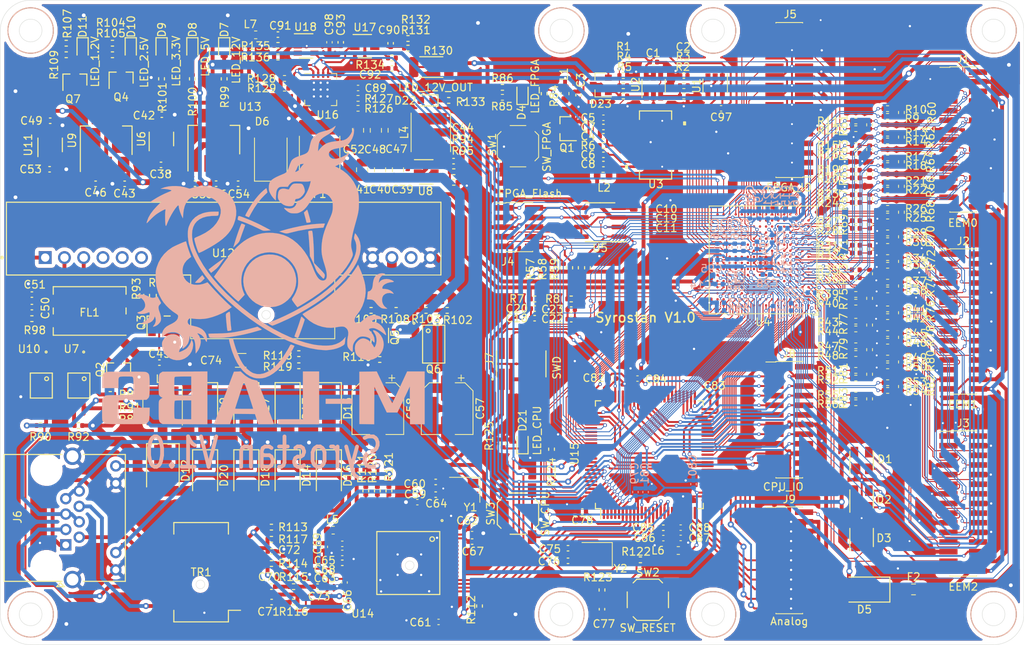
<source format=kicad_pcb>
(kicad_pcb (version 20171130) (host pcbnew 5.1.10-88a1d61d58~90~ubuntu20.04.1)

  (general
    (thickness 1.6)
    (drawings 29)
    (tracks 4366)
    (zones 0)
    (modules 315)
    (nets 444)
  )

  (page A4)
  (layers
    (0 F.Cu signal)
    (1 In1.Cu power)
    (2 In2.Cu power)
    (31 B.Cu signal)
    (32 B.Adhes user)
    (33 F.Adhes user)
    (34 B.Paste user)
    (35 F.Paste user)
    (36 B.SilkS user)
    (37 F.SilkS user)
    (38 B.Mask user)
    (39 F.Mask user)
    (40 Dwgs.User user)
    (41 Cmts.User user)
    (42 Eco1.User user)
    (43 Eco2.User user)
    (44 Edge.Cuts user)
    (45 Margin user)
    (46 B.CrtYd user)
    (47 F.CrtYd user)
    (48 B.Fab user)
    (49 F.Fab user)
  )

  (setup
    (last_trace_width 0.254)
    (user_trace_width 0.127)
    (user_trace_width 0.254)
    (user_trace_width 0.381)
    (user_trace_width 0.508)
    (user_trace_width 0.762)
    (user_trace_width 1.016)
    (user_trace_width 1.27)
    (trace_clearance 0.0889)
    (zone_clearance 0.508)
    (zone_45_only no)
    (trace_min 0.1143)
    (via_size 0.45)
    (via_drill 0.25)
    (via_min_size 0.45)
    (via_min_drill 0.2)
    (user_via 0.45 0.25)
    (user_via 0.5 0.3)
    (user_via 0.8 0.5)
    (user_via 1.3 1.152)
    (user_via 6 3)
    (uvia_size 0.3)
    (uvia_drill 0.1)
    (uvias_allowed no)
    (uvia_min_size 0.25)
    (uvia_min_drill 0.1)
    (edge_width 0.05)
    (segment_width 0.127)
    (pcb_text_width 0.3)
    (pcb_text_size 1.5 1.5)
    (mod_edge_width 0.1524)
    (mod_text_size 1.016 1.016)
    (mod_text_width 0.1524)
    (pad_size 2.7 2.7)
    (pad_drill 0)
    (pad_to_mask_clearance 0)
    (aux_axis_origin 0 0)
    (grid_origin 83 57)
    (visible_elements 7FFFFFFF)
    (pcbplotparams
      (layerselection 0x010fc_ffffffff)
      (usegerberextensions false)
      (usegerberattributes true)
      (usegerberadvancedattributes true)
      (creategerberjobfile true)
      (excludeedgelayer true)
      (linewidth 0.100000)
      (plotframeref false)
      (viasonmask false)
      (mode 1)
      (useauxorigin false)
      (hpglpennumber 1)
      (hpglpenspeed 20)
      (hpglpendiameter 15.000000)
      (psnegative false)
      (psa4output false)
      (plotreference true)
      (plotvalue true)
      (plotinvisibletext false)
      (padsonsilk false)
      (subtractmaskfromsilk false)
      (outputformat 1)
      (mirror false)
      (drillshape 0)
      (scaleselection 1)
      (outputdirectory "FabricationOutput/"))
  )

  (net 0 "")
  (net 1 GND)
  (net 2 "Net-(C2-Pad1)")
  (net 3 /HighSpeedADC/+5VA)
  (net 4 /FPGA/GNDPLL0)
  (net 5 /FPGA/VCCPLL0)
  (net 6 /FPGA/GNDPLL1)
  (net 7 /FPGA/VCCPLL1)
  (net 8 +12V_OUT)
  (net 9 /CurrentSenser/12V_CURRENT)
  (net 10 +12V)
  (net 11 +3V3)
  (net 12 +2V5)
  (net 13 +1V2)
  (net 14 +5V)
  (net 15 /Ethernet/+3V3A)
  (net 16 "Net-(C44-Pad2)")
  (net 17 /MCU/+3V3A)
  (net 18 +3V3MP)
  (net 19 "Net-(D4-Pad2)")
  (net 20 "Net-(D4-Pad1)")
  (net 21 "Net-(D9-Pad2)")
  (net 22 "Net-(D10-Pad2)")
  (net 23 "Net-(D11-Pad2)")
  (net 24 "Net-(D13-Pad2)")
  (net 25 /Ethernet/POE_VC-)
  (net 26 /Ethernet/POE_VC+)
  (net 27 "Net-(D15-Pad2)")
  (net 28 "Net-(D17-Pad2)")
  (net 29 "Net-(D19-Pad2)")
  (net 30 "Net-(D21-Pad2)")
  (net 31 /FPGA_IO1)
  (net 32 /FPGA_IO3)
  (net 33 /FPGA_IO5)
  (net 34 /FPGA_IO7)
  (net 35 /FPGA_IO9)
  (net 36 /FPGA_IO11)
  (net 37 /FPGA_IO13)
  (net 38 /FPGA_IO15)
  (net 39 /FPGA_IO14)
  (net 40 /FPGA_IO12)
  (net 41 /FPGA_IO10)
  (net 42 /FPGA_IO8)
  (net 43 /FPGA_IO6)
  (net 44 /FPGA_IO4)
  (net 45 /FPGA_IO2)
  (net 46 /FPGA_IO0)
  (net 47 /MCU/CPU_SWCLK)
  (net 48 /MCU/CPU_SWDIO)
  (net 49 /MCU/CPU_UART4_TX)
  (net 50 /MCU/CPU_UART4_RX)
  (net 51 /MCU/CPU_PWM_CH1)
  (net 52 /MCU/CPU_PWM_CH2)
  (net 53 /MCU/CPU_PWM_CH3)
  (net 54 /MCU/CPU_PWM_CH4)
  (net 55 /MCU/CPU_IIC2_SDA)
  (net 56 /MCU/CPU_IIC2_SCL)
  (net 57 /MCU/CPU_UART1_RX)
  (net 58 /MCU/CPU_UART1_TX)
  (net 59 /MCU/CPU_SPI2_MOSI)
  (net 60 /MCU/CPU_SPI2_MISO)
  (net 61 /MCU/CPU_SPI2_SCK)
  (net 62 /MCU/CPU_SPI2_CS)
  (net 63 /MCU/CPU_DAC1)
  (net 64 /MCU/CPU_DAC0)
  (net 65 /MCU/CPU_ADC5)
  (net 66 /MCU/CPU_ADC4)
  (net 67 /MCU/CPU_ADC3)
  (net 68 /MCU/CPU_ADC2)
  (net 69 /MCU/CPU_ADC1)
  (net 70 /MCU/CPU_ADC0)
  (net 71 /CurrentSenser/12V_SW)
  (net 72 "Net-(Q1-Pad1)")
  (net 73 "Net-(Q2-Pad3)")
  (net 74 /MCU/CPU_RESET)
  (net 75 "Net-(Q7-Pad1)")
  (net 76 /MCU/CPU_POE_AT_EVENT)
  (net 77 /MCU/CPU_POE_SRC_STATUS)
  (net 78 /Ethernet/RJ45_LED_G)
  (net 79 /Ethernet/RJ45_LED_Y)
  (net 80 /CurrentSenser/+3V3A)
  (net 81 /EEM0_IIC_SCL)
  (net 82 /EEM0_IIC_SDA)
  (net 83 /EEM1_IIC_SCL)
  (net 84 /EEM1_IIC_SDA)
  (net 85 /EEM2_IIC_SCL)
  (net 86 /EEM2_IIC_SDA)
  (net 87 /EEM0_7_N)
  (net 88 /EEM0_6_P)
  (net 89 /EEM0_5_N)
  (net 90 /EEM0_4_P)
  (net 91 /EEM0_3_N)
  (net 92 /EEM0_2_P)
  (net 93 /EEM0_1_N)
  (net 94 /EEM0_0_P)
  (net 95 /EEM0_7_P)
  (net 96 /EEM0_6_N)
  (net 97 /EEM0_5_P)
  (net 98 /EEM0_4_N)
  (net 99 /EEM0_3_P)
  (net 100 /EEM0_2_N)
  (net 101 /EEM0_1_P)
  (net 102 /EEM0_0_N)
  (net 103 /EEM1_7_N)
  (net 104 /EEM1_6_P)
  (net 105 /EEM1_5_N)
  (net 106 /EEM1_4_P)
  (net 107 /EEM1_3_N)
  (net 108 /EEM1_2_P)
  (net 109 /EEM1_1_N)
  (net 110 /EEM1_0_P)
  (net 111 /EEM1_7_P)
  (net 112 /EEM1_6_N)
  (net 113 /EEM1_5_P)
  (net 114 /EEM1_4_N)
  (net 115 /EEM1_3_P)
  (net 116 /EEM1_2_N)
  (net 117 /EEM1_1_P)
  (net 118 /EEM1_0_N)
  (net 119 /EEM2_7_N)
  (net 120 /EEM2_6_P)
  (net 121 /EEM2_5_N)
  (net 122 /EEM2_4_P)
  (net 123 /EEM2_3_N)
  (net 124 /EEM2_2_P)
  (net 125 /EEM2_1_N)
  (net 126 /EEM2_0_P)
  (net 127 /EEM2_7_P)
  (net 128 /EEM2_6_N)
  (net 129 /EEM2_5_P)
  (net 130 /EEM2_4_N)
  (net 131 /EEM2_3_P)
  (net 132 /EEM2_2_N)
  (net 133 /EEM2_1_P)
  (net 134 /EEM2_0_N)
  (net 135 /CDONE)
  (net 136 /CRESET)
  (net 137 /SPI_CS)
  (net 138 /ENC_INT)
  (net 139 /ADC_D0)
  (net 140 /ADC_D1)
  (net 141 /ADC_D2)
  (net 142 /ADC_D3)
  (net 143 /ADC_D4)
  (net 144 /ADC_D5)
  (net 145 /ADC_D6)
  (net 146 /ADC_D7)
  (net 147 /ADC_CLK)
  (net 148 /FSMC_CLK)
  (net 149 /FSMC_D15)
  (net 150 /FSMC_D9)
  (net 151 /FSMC_D10)
  (net 152 /FSMC_D0)
  (net 153 /FSMC_A7)
  (net 154 /FSMC_NL)
  (net 155 /FSMC_NBL0)
  (net 156 /FSMC_D6)
  (net 157 /FSMC_D7)
  (net 158 /FSMC_D5)
  (net 159 /FSMC_D1)
  (net 160 /FSMC_A3)
  (net 161 /FSMC_A1)
  (net 162 /FSMC_NWAIT)
  (net 163 /FSMC_NOE)
  (net 164 /FSMC_D12)
  (net 165 /FSMC_D8)
  (net 166 /FSMC_D3)
  (net 167 /FSMC_A4)
  (net 168 /FSMC_A6)
  (net 169 /FSMC_A0)
  (net 170 /FSMC_NBL1)
  (net 171 /FSMC_D14)
  (net 172 /FSMC_D11)
  (net 173 /FSMC_D4)
  (net 174 /FSMC_A2)
  (net 175 /FSMC_D13)
  (net 176 /FSMC_D2)
  (net 177 /FSMC_A5)
  (net 178 /FSMC_NE1)
  (net 179 /FSMC_NWE)
  (net 180 /CSBSEL0)
  (net 181 /SPI_MOSI)
  (net 182 /SPI_MISO)
  (net 183 /CSBSEL1)
  (net 184 /SPI_SCK)
  (net 185 /SPI_ENC_CS)
  (net 186 "Net-(C7-Pad2)")
  (net 187 "Net-(D8-Pad2)")
  (net 188 "Net-(D10-Pad1)")
  (net 189 "Net-(D11-Pad1)")
  (net 190 "Net-(D21-Pad1)")
  (net 191 "Net-(D22-Pad1)")
  (net 192 "Net-(Q3-Pad1)")
  (net 193 "Net-(Q4-Pad1)")
  (net 194 "Net-(Q5-Pad6)")
  (net 195 "Net-(Q5-Pad2)")
  (net 196 "Net-(Q5-Pad3)")
  (net 197 "Net-(D22-Pad2)")
  (net 198 HSADC_IN)
  (net 199 "Net-(J6-Pad12)")
  (net 200 "Net-(J6-Pad10)")
  (net 201 "Net-(J6-Pad6)")
  (net 202 "Net-(J6-Pad2)")
  (net 203 "Net-(J6-Pad3)")
  (net 204 "Net-(J6-Pad1)")
  (net 205 "Net-(SW3-Pad2)")
  (net 206 /FPGA/LVDS0_0_P)
  (net 207 /FPGA/LVDS0_0_N)
  (net 208 /FPGA/LVDS0_1_P)
  (net 209 /FPGA/LVDS0_1_N)
  (net 210 /FPGA/LVDS0_2_P)
  (net 211 /FPGA/LVDS0_2_N)
  (net 212 /FPGA/LVDS0_3_P)
  (net 213 /FPGA/LVDS0_3_N)
  (net 214 /FPGA/LVDS0_4_P)
  (net 215 /FPGA/LVDS0_4_N)
  (net 216 /FPGA/LVDS0_5_P)
  (net 217 /FPGA/LVDS0_5_N)
  (net 218 /FPGA/LVDS0_6_P)
  (net 219 /FPGA/LVDS0_6_N)
  (net 220 /FPGA/LVDS0_7_P)
  (net 221 /FPGA/LVDS0_7_N)
  (net 222 /FPGA/LVDS1_0_P)
  (net 223 /FPGA/LVDS1_0_N)
  (net 224 /FPGA/LVDS1_1_P)
  (net 225 /FPGA/LVDS1_1_N)
  (net 226 /FPGA/LVDS1_2_P)
  (net 227 /FPGA/LVDS1_2_N)
  (net 228 /FPGA/LVDS1_3_P)
  (net 229 /FPGA/LVDS1_3_N)
  (net 230 /FPGA/LVDS1_4_P)
  (net 231 /FPGA/LVDS1_4_N)
  (net 232 /FPGA/LVDS1_5_P)
  (net 233 /FPGA/LVDS1_5_N)
  (net 234 /FPGA/LVDS1_6_P)
  (net 235 /FPGA/LVDS1_6_N)
  (net 236 /FPGA/LVDS1_7_P)
  (net 237 /FPGA/LVDS1_7_N)
  (net 238 /FPGA/LVDS2_0_P)
  (net 239 /FPGA/LVDS2_0_N)
  (net 240 /FPGA/LVDS2_1_P)
  (net 241 /FPGA/LVDS2_1_N)
  (net 242 /FPGA/LVDS2_2_P)
  (net 243 /FPGA/LVDS2_2_N)
  (net 244 /FPGA/LVDS2_3_P)
  (net 245 /FPGA/LVDS2_3_N)
  (net 246 /FPGA/LVDS2_4_P)
  (net 247 /FPGA/LVDS2_4_N)
  (net 248 /FPGA/LVDS2_5_P)
  (net 249 /FPGA/LVDS2_5_N)
  (net 250 /FPGA/LVDS2_6_P)
  (net 251 /FPGA/LVDS2_6_N)
  (net 252 /FPGA/LVDS2_7_P)
  (net 253 /FPGA/LVDS2_7_N)
  (net 254 /FPGA/FPGA_LED)
  (net 255 /FPGA/FPGA_KEY)
  (net 256 /IIC_SCL)
  (net 257 /IIC_SDA)
  (net 258 "Net-(R135-Pad2)")
  (net 259 +6V)
  (net 260 "Net-(R126-Pad1)")
  (net 261 /CurrentSenser/12V_OUT_FAULT)
  (net 262 "Net-(C4-Pad1)")
  (net 263 "Net-(C5-Pad1)")
  (net 264 "Net-(C8-Pad2)")
  (net 265 "Net-(C44-Pad1)")
  (net 266 "Net-(C45-Pad2)")
  (net 267 "Net-(C45-Pad1)")
  (net 268 "Net-(C47-Pad1)")
  (net 269 "Net-(C50-Pad2)")
  (net 270 "Net-(C51-Pad1)")
  (net 271 "Net-(C57-Pad1)")
  (net 272 "Net-(C59-Pad1)")
  (net 273 "Net-(C60-Pad1)")
  (net 274 "Net-(C67-Pad2)")
  (net 275 "Net-(C70-Pad2)")
  (net 276 "Net-(C70-Pad1)")
  (net 277 "Net-(C71-Pad2)")
  (net 278 "Net-(C71-Pad1)")
  (net 279 "Net-(C72-Pad1)")
  (net 280 "Net-(C73-Pad1)")
  (net 281 "Net-(C74-Pad1)")
  (net 282 "Net-(C75-Pad1)")
  (net 283 "Net-(C76-Pad1)")
  (net 284 "Net-(C77-Pad2)")
  (net 285 "Net-(C89-Pad1)")
  (net 286 "Net-(C90-Pad2)")
  (net 287 "Net-(C90-Pad1)")
  (net 288 "Net-(D7-Pad2)")
  (net 289 "Net-(R2-Pad1)")
  (net 290 "Net-(R3-Pad1)")
  (net 291 "Net-(R5-Pad2)")
  (net 292 "Net-(R87-Pad2)")
  (net 293 "Net-(R89-Pad1)")
  (net 294 "Net-(R94-Pad1)")
  (net 295 "Net-(R98-Pad2)")
  (net 296 "Net-(R111-Pad1)")
  (net 297 "Net-(R113-Pad1)")
  (net 298 "Net-(R114-Pad2)")
  (net 299 "Net-(R124-Pad1)")
  (net 300 "Net-(R127-Pad1)")
  (net 301 "Net-(R134-Pad2)")
  (net 302 "Net-(U10-Pad2)")
  (net 303 /MCU/CPU_ADC7)
  (net 304 /MCU/CPU_ADC6)
  (net 305 /CurrentSenser/12V_CURRENT_REF)
  (net 306 "Net-(D5-Pad1)")
  (net 307 "Net-(D23-Pad1)")
  (net 308 "Net-(J7-Pad06)")
  (net 309 "Net-(J7-Pad07)")
  (net 310 "Net-(J7-Pad08)")
  (net 311 "Net-(J7-Pad09)")
  (net 312 "Net-(J7-Pad10)")
  (net 313 "Net-(U4-PadT7)")
  (net 314 "Net-(U4-PadT6)")
  (net 315 "Net-(U4-PadR16)")
  (net 316 "Net-(U4-PadR15)")
  (net 317 "Net-(U4-PadR14)")
  (net 318 "Net-(U4-PadR4)")
  (net 319 "Net-(U4-PadP14)")
  (net 320 "Net-(U4-PadP10)")
  (net 321 "Net-(U4-PadP9)")
  (net 322 "Net-(U4-PadP8)")
  (net 323 "Net-(U4-PadP7)")
  (net 324 "Net-(U4-PadP6)")
  (net 325 "Net-(U4-PadP5)")
  (net 326 "Net-(U4-PadP4)")
  (net 327 "Net-(U4-PadN12)")
  (net 328 "Net-(U4-PadN10)")
  (net 329 "Net-(U4-PadN9)")
  (net 330 "Net-(U4-PadN7)")
  (net 331 "Net-(U4-PadN6)")
  (net 332 "Net-(U4-PadN5)")
  (net 333 "Net-(U4-PadN3)")
  (net 334 "Net-(U4-PadM14)")
  (net 335 "Net-(U4-PadM13)")
  (net 336 "Net-(U4-PadM12)")
  (net 337 "Net-(U4-PadM11)")
  (net 338 "Net-(U4-PadM9)")
  (net 339 "Net-(U4-PadM8)")
  (net 340 "Net-(U4-PadM7)")
  (net 341 "Net-(U4-PadM6)")
  (net 342 "Net-(U4-PadM3)")
  (net 343 "Net-(U4-PadL14)")
  (net 344 "Net-(U4-PadL13)")
  (net 345 "Net-(U4-PadL12)")
  (net 346 "Net-(U4-PadL11)")
  (net 347 "Net-(U4-PadL10)")
  (net 348 "Net-(U4-PadL9)")
  (net 349 "Net-(U4-PadL5)")
  (net 350 "Net-(U4-PadK14)")
  (net 351 "Net-(U4-PadK13)")
  (net 352 "Net-(U4-PadK12)")
  (net 353 "Net-(U4-PadK9)")
  (net 354 "Net-(U4-PadJ16)")
  (net 355 "Net-(U4-PadJ14)")
  (net 356 "Net-(U4-PadJ13)")
  (net 357 "Net-(U4-PadJ12)")
  (net 358 "Net-(U4-PadJ11)")
  (net 359 "Net-(U4-PadJ10)")
  (net 360 "Net-(U4-PadH16)")
  (net 361 "Net-(U4-PadH14)")
  (net 362 "Net-(U4-PadH13)")
  (net 363 "Net-(U4-PadH12)")
  (net 364 "Net-(U4-PadH11)")
  (net 365 "Net-(U4-PadG15)")
  (net 366 "Net-(U4-PadG13)")
  (net 367 "Net-(U4-PadG12)")
  (net 368 "Net-(U4-PadG11)")
  (net 369 "Net-(U4-PadG10)")
  (net 370 "Net-(U4-PadF15)")
  (net 371 "Net-(U4-PadF12)")
  (net 372 "Net-(U4-PadF9)")
  (net 373 "Net-(U4-PadF7)")
  (net 374 "Net-(U4-PadE16)")
  (net 375 "Net-(U4-PadE14)")
  (net 376 "Net-(U4-PadE13)")
  (net 377 "Net-(U4-PadE11)")
  (net 378 "Net-(U4-PadE10)")
  (net 379 "Net-(U4-PadE9)")
  (net 380 "Net-(U4-PadE6)")
  (net 381 "Net-(U4-PadE5)")
  (net 382 "Net-(U4-PadD16)")
  (net 383 "Net-(U4-PadD14)")
  (net 384 "Net-(U4-PadD13)")
  (net 385 "Net-(U4-PadD12)")
  (net 386 "Net-(U4-PadD11)")
  (net 387 "Net-(U4-PadD10)")
  (net 388 "Net-(U4-PadD9)")
  (net 389 "Net-(U4-PadD8)")
  (net 390 "Net-(U4-PadD7)")
  (net 391 "Net-(U4-PadD6)")
  (net 392 "Net-(U4-PadD5)")
  (net 393 "Net-(U4-PadD4)")
  (net 394 "Net-(U4-PadD3)")
  (net 395 "Net-(U4-PadC6)")
  (net 396 "Net-(U4-PadC5)")
  (net 397 "Net-(U4-PadC4)")
  (net 398 "Net-(U4-PadB16)")
  (net 399 "Net-(U6-Pad4)")
  (net 400 "Net-(U11-Pad4)")
  (net 401 "Net-(U12-Pad4)")
  (net 402 "Net-(U12-Pad5)")
  (net 403 "Net-(U12-Pad9)")
  (net 404 "Net-(U12-Pad6)")
  (net 405 "Net-(U13-Pad2)")
  (net 406 "Net-(U14-Pad61)")
  (net 407 "Net-(U14-Pad60)")
  (net 408 "Net-(U14-Pad59)")
  (net 409 "Net-(U14-Pad58)")
  (net 410 "Net-(U14-Pad57)")
  (net 411 "Net-(U14-Pad56)")
  (net 412 "Net-(U14-Pad55)")
  (net 413 "Net-(U14-Pad54)")
  (net 414 "Net-(U14-Pad53)")
  (net 415 "Net-(U14-Pad48)")
  (net 416 "Net-(U14-Pad45)")
  (net 417 "Net-(U14-Pad44)")
  (net 418 "Net-(U14-Pad43)")
  (net 419 "Net-(U14-Pad42)")
  (net 420 "Net-(U14-Pad41)")
  (net 421 "Net-(U14-Pad40)")
  (net 422 "Net-(U14-Pad39)")
  (net 423 "Net-(U14-Pad38)")
  (net 424 "Net-(U14-Pad37)")
  (net 425 "Net-(U14-Pad36)")
  (net 426 "Net-(U14-Pad35)")
  (net 427 "Net-(U14-Pad33)")
  (net 428 "Net-(U14-Pad20)")
  (net 429 "Net-(U14-Pad19)")
  (net 430 "Net-(U14-Pad13)")
  (net 431 "Net-(U14-Pad12)")
  (net 432 "Net-(U14-Pad11)")
  (net 433 "Net-(U14-Pad10)")
  (net 434 "Net-(U14-Pad9)")
  (net 435 "Net-(U14-Pad8)")
  (net 436 "Net-(U14-Pad7)")
  (net 437 "Net-(U14-Pad6)")
  (net 438 "Net-(U14-Pad5)")
  (net 439 "Net-(U15-Pad18)")
  (net 440 "Net-(U15-Pad73)")
  (net 441 "Net-(U15-Pad83)")
  (net 442 "Net-(U16-Pad6)")
  (net 443 "Net-(U17-Pad6)")

  (net_class Default "This is the default net class."
    (clearance 0.0889)
    (trace_width 0.254)
    (via_dia 0.45)
    (via_drill 0.25)
    (uvia_dia 0.3)
    (uvia_drill 0.1)
    (diff_pair_width 0.127)
    (diff_pair_gap 0.1016)
    (add_net +12V)
    (add_net +12V_OUT)
    (add_net +1V2)
    (add_net +2V5)
    (add_net +3V3)
    (add_net +3V3MP)
    (add_net +5V)
    (add_net +6V)
    (add_net /ADC_CLK)
    (add_net /ADC_D0)
    (add_net /ADC_D1)
    (add_net /ADC_D2)
    (add_net /ADC_D3)
    (add_net /ADC_D4)
    (add_net /ADC_D5)
    (add_net /ADC_D6)
    (add_net /ADC_D7)
    (add_net /CDONE)
    (add_net /CRESET)
    (add_net /CSBSEL0)
    (add_net /CSBSEL1)
    (add_net /CurrentSenser/+3V3A)
    (add_net /CurrentSenser/12V_CURRENT)
    (add_net /CurrentSenser/12V_CURRENT_REF)
    (add_net /CurrentSenser/12V_OUT_FAULT)
    (add_net /CurrentSenser/12V_SW)
    (add_net /ENC_INT)
    (add_net /Ethernet/+3V3A)
    (add_net /Ethernet/POE_VC+)
    (add_net /Ethernet/POE_VC-)
    (add_net /Ethernet/RJ45_LED_G)
    (add_net /Ethernet/RJ45_LED_Y)
    (add_net /FPGA/FPGA_KEY)
    (add_net /FPGA/FPGA_LED)
    (add_net /FPGA/GNDPLL0)
    (add_net /FPGA/GNDPLL1)
    (add_net /FPGA/VCCPLL0)
    (add_net /FPGA/VCCPLL1)
    (add_net /FPGA_IO0)
    (add_net /FPGA_IO1)
    (add_net /FPGA_IO10)
    (add_net /FPGA_IO11)
    (add_net /FPGA_IO12)
    (add_net /FPGA_IO13)
    (add_net /FPGA_IO14)
    (add_net /FPGA_IO15)
    (add_net /FPGA_IO2)
    (add_net /FPGA_IO3)
    (add_net /FPGA_IO4)
    (add_net /FPGA_IO5)
    (add_net /FPGA_IO6)
    (add_net /FPGA_IO7)
    (add_net /FPGA_IO8)
    (add_net /FPGA_IO9)
    (add_net /FSMC_A0)
    (add_net /FSMC_A1)
    (add_net /FSMC_A2)
    (add_net /FSMC_A3)
    (add_net /FSMC_A4)
    (add_net /FSMC_A5)
    (add_net /FSMC_A6)
    (add_net /FSMC_A7)
    (add_net /FSMC_CLK)
    (add_net /FSMC_D0)
    (add_net /FSMC_D1)
    (add_net /FSMC_D10)
    (add_net /FSMC_D11)
    (add_net /FSMC_D12)
    (add_net /FSMC_D13)
    (add_net /FSMC_D14)
    (add_net /FSMC_D15)
    (add_net /FSMC_D2)
    (add_net /FSMC_D3)
    (add_net /FSMC_D4)
    (add_net /FSMC_D5)
    (add_net /FSMC_D6)
    (add_net /FSMC_D7)
    (add_net /FSMC_D8)
    (add_net /FSMC_D9)
    (add_net /FSMC_NBL0)
    (add_net /FSMC_NBL1)
    (add_net /FSMC_NE1)
    (add_net /FSMC_NL)
    (add_net /FSMC_NOE)
    (add_net /FSMC_NWAIT)
    (add_net /FSMC_NWE)
    (add_net /HighSpeedADC/+5VA)
    (add_net /IIC_SCL)
    (add_net /IIC_SDA)
    (add_net /MCU/+3V3A)
    (add_net /MCU/CPU_ADC0)
    (add_net /MCU/CPU_ADC1)
    (add_net /MCU/CPU_ADC2)
    (add_net /MCU/CPU_ADC3)
    (add_net /MCU/CPU_ADC4)
    (add_net /MCU/CPU_ADC5)
    (add_net /MCU/CPU_ADC6)
    (add_net /MCU/CPU_ADC7)
    (add_net /MCU/CPU_DAC0)
    (add_net /MCU/CPU_DAC1)
    (add_net /MCU/CPU_IIC2_SCL)
    (add_net /MCU/CPU_IIC2_SDA)
    (add_net /MCU/CPU_POE_AT_EVENT)
    (add_net /MCU/CPU_POE_SRC_STATUS)
    (add_net /MCU/CPU_PWM_CH1)
    (add_net /MCU/CPU_PWM_CH2)
    (add_net /MCU/CPU_PWM_CH3)
    (add_net /MCU/CPU_PWM_CH4)
    (add_net /MCU/CPU_RESET)
    (add_net /MCU/CPU_SPI2_CS)
    (add_net /MCU/CPU_SPI2_MISO)
    (add_net /MCU/CPU_SPI2_MOSI)
    (add_net /MCU/CPU_SPI2_SCK)
    (add_net /MCU/CPU_SWCLK)
    (add_net /MCU/CPU_SWDIO)
    (add_net /MCU/CPU_UART1_RX)
    (add_net /MCU/CPU_UART1_TX)
    (add_net /MCU/CPU_UART4_RX)
    (add_net /MCU/CPU_UART4_TX)
    (add_net /SPI_CS)
    (add_net /SPI_ENC_CS)
    (add_net /SPI_MISO)
    (add_net /SPI_MOSI)
    (add_net /SPI_SCK)
    (add_net GND)
    (add_net HSADC_IN)
    (add_net "Net-(C2-Pad1)")
    (add_net "Net-(C4-Pad1)")
    (add_net "Net-(C44-Pad1)")
    (add_net "Net-(C44-Pad2)")
    (add_net "Net-(C45-Pad1)")
    (add_net "Net-(C45-Pad2)")
    (add_net "Net-(C47-Pad1)")
    (add_net "Net-(C5-Pad1)")
    (add_net "Net-(C50-Pad2)")
    (add_net "Net-(C51-Pad1)")
    (add_net "Net-(C57-Pad1)")
    (add_net "Net-(C59-Pad1)")
    (add_net "Net-(C60-Pad1)")
    (add_net "Net-(C67-Pad2)")
    (add_net "Net-(C7-Pad2)")
    (add_net "Net-(C70-Pad1)")
    (add_net "Net-(C70-Pad2)")
    (add_net "Net-(C71-Pad1)")
    (add_net "Net-(C71-Pad2)")
    (add_net "Net-(C72-Pad1)")
    (add_net "Net-(C73-Pad1)")
    (add_net "Net-(C74-Pad1)")
    (add_net "Net-(C75-Pad1)")
    (add_net "Net-(C76-Pad1)")
    (add_net "Net-(C77-Pad2)")
    (add_net "Net-(C8-Pad2)")
    (add_net "Net-(C89-Pad1)")
    (add_net "Net-(C90-Pad1)")
    (add_net "Net-(C90-Pad2)")
    (add_net "Net-(D10-Pad1)")
    (add_net "Net-(D10-Pad2)")
    (add_net "Net-(D11-Pad1)")
    (add_net "Net-(D11-Pad2)")
    (add_net "Net-(D13-Pad2)")
    (add_net "Net-(D15-Pad2)")
    (add_net "Net-(D17-Pad2)")
    (add_net "Net-(D19-Pad2)")
    (add_net "Net-(D21-Pad1)")
    (add_net "Net-(D21-Pad2)")
    (add_net "Net-(D22-Pad1)")
    (add_net "Net-(D22-Pad2)")
    (add_net "Net-(D23-Pad1)")
    (add_net "Net-(D4-Pad1)")
    (add_net "Net-(D4-Pad2)")
    (add_net "Net-(D5-Pad1)")
    (add_net "Net-(D7-Pad2)")
    (add_net "Net-(D8-Pad2)")
    (add_net "Net-(D9-Pad2)")
    (add_net "Net-(J6-Pad1)")
    (add_net "Net-(J6-Pad10)")
    (add_net "Net-(J6-Pad12)")
    (add_net "Net-(J6-Pad2)")
    (add_net "Net-(J6-Pad3)")
    (add_net "Net-(J6-Pad6)")
    (add_net "Net-(J7-Pad06)")
    (add_net "Net-(J7-Pad07)")
    (add_net "Net-(J7-Pad08)")
    (add_net "Net-(J7-Pad09)")
    (add_net "Net-(J7-Pad10)")
    (add_net "Net-(Q1-Pad1)")
    (add_net "Net-(Q2-Pad3)")
    (add_net "Net-(Q3-Pad1)")
    (add_net "Net-(Q4-Pad1)")
    (add_net "Net-(Q5-Pad2)")
    (add_net "Net-(Q5-Pad3)")
    (add_net "Net-(Q5-Pad6)")
    (add_net "Net-(Q7-Pad1)")
    (add_net "Net-(R111-Pad1)")
    (add_net "Net-(R113-Pad1)")
    (add_net "Net-(R114-Pad2)")
    (add_net "Net-(R124-Pad1)")
    (add_net "Net-(R126-Pad1)")
    (add_net "Net-(R127-Pad1)")
    (add_net "Net-(R134-Pad2)")
    (add_net "Net-(R135-Pad2)")
    (add_net "Net-(R2-Pad1)")
    (add_net "Net-(R3-Pad1)")
    (add_net "Net-(R5-Pad2)")
    (add_net "Net-(R87-Pad2)")
    (add_net "Net-(R89-Pad1)")
    (add_net "Net-(R94-Pad1)")
    (add_net "Net-(R98-Pad2)")
    (add_net "Net-(SW3-Pad2)")
    (add_net "Net-(U10-Pad2)")
    (add_net "Net-(U11-Pad4)")
    (add_net "Net-(U12-Pad4)")
    (add_net "Net-(U12-Pad5)")
    (add_net "Net-(U12-Pad6)")
    (add_net "Net-(U12-Pad9)")
    (add_net "Net-(U13-Pad2)")
    (add_net "Net-(U14-Pad10)")
    (add_net "Net-(U14-Pad11)")
    (add_net "Net-(U14-Pad12)")
    (add_net "Net-(U14-Pad13)")
    (add_net "Net-(U14-Pad19)")
    (add_net "Net-(U14-Pad20)")
    (add_net "Net-(U14-Pad33)")
    (add_net "Net-(U14-Pad35)")
    (add_net "Net-(U14-Pad36)")
    (add_net "Net-(U14-Pad37)")
    (add_net "Net-(U14-Pad38)")
    (add_net "Net-(U14-Pad39)")
    (add_net "Net-(U14-Pad40)")
    (add_net "Net-(U14-Pad41)")
    (add_net "Net-(U14-Pad42)")
    (add_net "Net-(U14-Pad43)")
    (add_net "Net-(U14-Pad44)")
    (add_net "Net-(U14-Pad45)")
    (add_net "Net-(U14-Pad48)")
    (add_net "Net-(U14-Pad5)")
    (add_net "Net-(U14-Pad53)")
    (add_net "Net-(U14-Pad54)")
    (add_net "Net-(U14-Pad55)")
    (add_net "Net-(U14-Pad56)")
    (add_net "Net-(U14-Pad57)")
    (add_net "Net-(U14-Pad58)")
    (add_net "Net-(U14-Pad59)")
    (add_net "Net-(U14-Pad6)")
    (add_net "Net-(U14-Pad60)")
    (add_net "Net-(U14-Pad61)")
    (add_net "Net-(U14-Pad7)")
    (add_net "Net-(U14-Pad8)")
    (add_net "Net-(U14-Pad9)")
    (add_net "Net-(U15-Pad18)")
    (add_net "Net-(U15-Pad73)")
    (add_net "Net-(U15-Pad83)")
    (add_net "Net-(U16-Pad6)")
    (add_net "Net-(U17-Pad6)")
    (add_net "Net-(U4-PadB16)")
    (add_net "Net-(U4-PadC4)")
    (add_net "Net-(U4-PadC5)")
    (add_net "Net-(U4-PadC6)")
    (add_net "Net-(U4-PadD10)")
    (add_net "Net-(U4-PadD11)")
    (add_net "Net-(U4-PadD12)")
    (add_net "Net-(U4-PadD13)")
    (add_net "Net-(U4-PadD14)")
    (add_net "Net-(U4-PadD16)")
    (add_net "Net-(U4-PadD3)")
    (add_net "Net-(U4-PadD4)")
    (add_net "Net-(U4-PadD5)")
    (add_net "Net-(U4-PadD6)")
    (add_net "Net-(U4-PadD7)")
    (add_net "Net-(U4-PadD8)")
    (add_net "Net-(U4-PadD9)")
    (add_net "Net-(U4-PadE10)")
    (add_net "Net-(U4-PadE11)")
    (add_net "Net-(U4-PadE13)")
    (add_net "Net-(U4-PadE14)")
    (add_net "Net-(U4-PadE16)")
    (add_net "Net-(U4-PadE5)")
    (add_net "Net-(U4-PadE6)")
    (add_net "Net-(U4-PadE9)")
    (add_net "Net-(U4-PadF12)")
    (add_net "Net-(U4-PadF15)")
    (add_net "Net-(U4-PadF7)")
    (add_net "Net-(U4-PadF9)")
    (add_net "Net-(U4-PadG10)")
    (add_net "Net-(U4-PadG11)")
    (add_net "Net-(U4-PadG12)")
    (add_net "Net-(U4-PadG13)")
    (add_net "Net-(U4-PadG15)")
    (add_net "Net-(U4-PadH11)")
    (add_net "Net-(U4-PadH12)")
    (add_net "Net-(U4-PadH13)")
    (add_net "Net-(U4-PadH14)")
    (add_net "Net-(U4-PadH16)")
    (add_net "Net-(U4-PadJ10)")
    (add_net "Net-(U4-PadJ11)")
    (add_net "Net-(U4-PadJ12)")
    (add_net "Net-(U4-PadJ13)")
    (add_net "Net-(U4-PadJ14)")
    (add_net "Net-(U4-PadJ16)")
    (add_net "Net-(U4-PadK12)")
    (add_net "Net-(U4-PadK13)")
    (add_net "Net-(U4-PadK14)")
    (add_net "Net-(U4-PadK9)")
    (add_net "Net-(U4-PadL10)")
    (add_net "Net-(U4-PadL11)")
    (add_net "Net-(U4-PadL12)")
    (add_net "Net-(U4-PadL13)")
    (add_net "Net-(U4-PadL14)")
    (add_net "Net-(U4-PadL5)")
    (add_net "Net-(U4-PadL9)")
    (add_net "Net-(U4-PadM11)")
    (add_net "Net-(U4-PadM12)")
    (add_net "Net-(U4-PadM13)")
    (add_net "Net-(U4-PadM14)")
    (add_net "Net-(U4-PadM3)")
    (add_net "Net-(U4-PadM6)")
    (add_net "Net-(U4-PadM7)")
    (add_net "Net-(U4-PadM8)")
    (add_net "Net-(U4-PadM9)")
    (add_net "Net-(U4-PadN10)")
    (add_net "Net-(U4-PadN12)")
    (add_net "Net-(U4-PadN3)")
    (add_net "Net-(U4-PadN5)")
    (add_net "Net-(U4-PadN6)")
    (add_net "Net-(U4-PadN7)")
    (add_net "Net-(U4-PadN9)")
    (add_net "Net-(U4-PadP10)")
    (add_net "Net-(U4-PadP14)")
    (add_net "Net-(U4-PadP4)")
    (add_net "Net-(U4-PadP5)")
    (add_net "Net-(U4-PadP6)")
    (add_net "Net-(U4-PadP7)")
    (add_net "Net-(U4-PadP8)")
    (add_net "Net-(U4-PadP9)")
    (add_net "Net-(U4-PadR14)")
    (add_net "Net-(U4-PadR15)")
    (add_net "Net-(U4-PadR16)")
    (add_net "Net-(U4-PadR4)")
    (add_net "Net-(U4-PadT6)")
    (add_net "Net-(U4-PadT7)")
    (add_net "Net-(U6-Pad4)")
  )

  (net_class Diff_In ""
    (clearance 0.0889)
    (trace_width 0.1524)
    (via_dia 0.8)
    (via_drill 0.4)
    (uvia_dia 0.3)
    (uvia_drill 0.1)
    (diff_pair_width 0.1143)
    (diff_pair_gap 0.1524)
  )

  (net_class Diff_Out ""
    (clearance 0.0889)
    (trace_width 0.127)
    (via_dia 0.8)
    (via_drill 0.4)
    (uvia_dia 0.3)
    (uvia_drill 0.1)
    (diff_pair_width 0.127)
    (diff_pair_gap 0.127)
    (add_net /EEM0_0_N)
    (add_net /EEM0_0_P)
    (add_net /EEM0_1_N)
    (add_net /EEM0_1_P)
    (add_net /EEM0_2_N)
    (add_net /EEM0_2_P)
    (add_net /EEM0_3_N)
    (add_net /EEM0_3_P)
    (add_net /EEM0_4_N)
    (add_net /EEM0_4_P)
    (add_net /EEM0_5_N)
    (add_net /EEM0_5_P)
    (add_net /EEM0_6_N)
    (add_net /EEM0_6_P)
    (add_net /EEM0_7_N)
    (add_net /EEM0_7_P)
    (add_net /EEM0_IIC_SCL)
    (add_net /EEM0_IIC_SDA)
    (add_net /EEM1_0_N)
    (add_net /EEM1_0_P)
    (add_net /EEM1_1_N)
    (add_net /EEM1_1_P)
    (add_net /EEM1_2_N)
    (add_net /EEM1_2_P)
    (add_net /EEM1_3_N)
    (add_net /EEM1_3_P)
    (add_net /EEM1_4_N)
    (add_net /EEM1_4_P)
    (add_net /EEM1_5_N)
    (add_net /EEM1_5_P)
    (add_net /EEM1_6_N)
    (add_net /EEM1_6_P)
    (add_net /EEM1_7_N)
    (add_net /EEM1_7_P)
    (add_net /EEM1_IIC_SCL)
    (add_net /EEM1_IIC_SDA)
    (add_net /EEM2_0_N)
    (add_net /EEM2_0_P)
    (add_net /EEM2_1_N)
    (add_net /EEM2_1_P)
    (add_net /EEM2_2_N)
    (add_net /EEM2_2_P)
    (add_net /EEM2_3_N)
    (add_net /EEM2_3_P)
    (add_net /EEM2_4_N)
    (add_net /EEM2_4_P)
    (add_net /EEM2_5_N)
    (add_net /EEM2_5_P)
    (add_net /EEM2_6_N)
    (add_net /EEM2_6_P)
    (add_net /EEM2_7_N)
    (add_net /EEM2_7_P)
    (add_net /EEM2_IIC_SCL)
    (add_net /EEM2_IIC_SDA)
    (add_net /FPGA/LVDS0_0_N)
    (add_net /FPGA/LVDS0_0_P)
    (add_net /FPGA/LVDS0_1_N)
    (add_net /FPGA/LVDS0_1_P)
    (add_net /FPGA/LVDS0_2_N)
    (add_net /FPGA/LVDS0_2_P)
    (add_net /FPGA/LVDS0_3_N)
    (add_net /FPGA/LVDS0_3_P)
    (add_net /FPGA/LVDS0_4_N)
    (add_net /FPGA/LVDS0_4_P)
    (add_net /FPGA/LVDS0_5_N)
    (add_net /FPGA/LVDS0_5_P)
    (add_net /FPGA/LVDS0_6_N)
    (add_net /FPGA/LVDS0_6_P)
    (add_net /FPGA/LVDS0_7_N)
    (add_net /FPGA/LVDS0_7_P)
    (add_net /FPGA/LVDS1_0_N)
    (add_net /FPGA/LVDS1_0_P)
    (add_net /FPGA/LVDS1_1_N)
    (add_net /FPGA/LVDS1_1_P)
    (add_net /FPGA/LVDS1_2_N)
    (add_net /FPGA/LVDS1_2_P)
    (add_net /FPGA/LVDS1_3_N)
    (add_net /FPGA/LVDS1_3_P)
    (add_net /FPGA/LVDS1_4_N)
    (add_net /FPGA/LVDS1_4_P)
    (add_net /FPGA/LVDS1_5_N)
    (add_net /FPGA/LVDS1_5_P)
    (add_net /FPGA/LVDS1_6_N)
    (add_net /FPGA/LVDS1_6_P)
    (add_net /FPGA/LVDS1_7_N)
    (add_net /FPGA/LVDS1_7_P)
    (add_net /FPGA/LVDS2_0_N)
    (add_net /FPGA/LVDS2_0_P)
    (add_net /FPGA/LVDS2_1_N)
    (add_net /FPGA/LVDS2_1_P)
    (add_net /FPGA/LVDS2_2_N)
    (add_net /FPGA/LVDS2_2_P)
    (add_net /FPGA/LVDS2_3_N)
    (add_net /FPGA/LVDS2_3_P)
    (add_net /FPGA/LVDS2_4_N)
    (add_net /FPGA/LVDS2_4_P)
    (add_net /FPGA/LVDS2_5_N)
    (add_net /FPGA/LVDS2_5_P)
    (add_net /FPGA/LVDS2_6_N)
    (add_net /FPGA/LVDS2_6_P)
    (add_net /FPGA/LVDS2_7_N)
    (add_net /FPGA/LVDS2_7_P)
  )

  (module Package_BGA:BGA-256_14.0x14.0mm_Layout16x16_P0.8mm_Ball0.45mm_Pad0.32mm_NSMD (layer F.Cu) (tedit 5B6330C4) (tstamp 60D2846B)
    (at 179.592 87.249 180)
    (descr "BGA-256, dimensions: https://www.xilinx.com/support/documentation/package_specs/ft256.pdf, design rules: https://www.xilinx.com/support/documentation/user_guides/ug1099-bga-device-design-rules.pdf")
    (tags BGA-256)
    (path /60C0E996/623CB106)
    (solder_mask_margin 0.075)
    (attr smd)
    (fp_text reference U4 (at 0 -8.2) (layer F.SilkS)
      (effects (font (size 1 1) (thickness 0.15)))
    )
    (fp_text value ICE40HX8K-CT256 (at 0 8.2) (layer F.Fab) hide
      (effects (font (size 1 1) (thickness 0.15)))
    )
    (fp_line (start 8 8) (end -8 8) (layer F.CrtYd) (width 0.05))
    (fp_line (start 8 8) (end 8 -8) (layer F.CrtYd) (width 0.05))
    (fp_line (start -8 -8) (end -8 8) (layer F.CrtYd) (width 0.05))
    (fp_line (start -8 -8) (end 8 -8) (layer F.CrtYd) (width 0.05))
    (fp_line (start -7 -6) (end -7 7) (layer F.Fab) (width 0.1))
    (fp_line (start -6 -7) (end -7 -6) (layer F.Fab) (width 0.1))
    (fp_line (start 7 -7) (end -6 -7) (layer F.Fab) (width 0.1))
    (fp_line (start 7 7) (end 7 -7) (layer F.Fab) (width 0.1))
    (fp_line (start -7 7) (end 7 7) (layer F.Fab) (width 0.1))
    (fp_line (start 7.1 7.1) (end 7.1 -7.1) (layer F.SilkS) (width 0.12))
    (fp_line (start -7.1 7.1) (end 7.1 7.1) (layer F.SilkS) (width 0.12))
    (fp_line (start -7.1 -7.1) (end -7.1 7.1) (layer F.SilkS) (width 0.12))
    (fp_line (start 7.1 -7.1) (end -7.1 -7.1) (layer F.SilkS) (width 0.12))
    (fp_line (start -7.3 -7.3) (end -7.3 -6.6) (layer F.SilkS) (width 0.12))
    (fp_line (start -6.6 -7.3) (end -7.3 -7.3) (layer F.SilkS) (width 0.12))
    (fp_text user %R (at 0 0) (layer F.Fab) hide
      (effects (font (size 1 1) (thickness 0.15)))
    )
    (pad T16 smd circle (at 6 6 180) (size 0.32 0.32) (layers F.Cu F.Paste F.Mask)
      (net 255 /FPGA/FPGA_KEY))
    (pad R16 smd circle (at 6 5.2 180) (size 0.32 0.32) (layers F.Cu F.Paste F.Mask)
      (net 315 "Net-(U4-PadR16)"))
    (pad P16 smd circle (at 6 4.4 180) (size 0.32 0.32) (layers F.Cu F.Paste F.Mask)
      (net 146 /ADC_D7))
    (pad N16 smd circle (at 6 3.6 180) (size 0.32 0.32) (layers F.Cu F.Paste F.Mask)
      (net 145 /ADC_D6))
    (pad M16 smd circle (at 6 2.8 180) (size 0.32 0.32) (layers F.Cu F.Paste F.Mask)
      (net 143 /ADC_D4))
    (pad L16 smd circle (at 6 2 180) (size 0.32 0.32) (layers F.Cu F.Paste F.Mask)
      (net 142 /ADC_D3))
    (pad K16 smd circle (at 6 1.2 180) (size 0.32 0.32) (layers F.Cu F.Paste F.Mask)
      (net 140 /ADC_D1))
    (pad J16 smd circle (at 6 0.4 180) (size 0.32 0.32) (layers F.Cu F.Paste F.Mask)
      (net 354 "Net-(U4-PadJ16)"))
    (pad H16 smd circle (at 6 -0.4 180) (size 0.32 0.32) (layers F.Cu F.Paste F.Mask)
      (net 360 "Net-(U4-PadH16)"))
    (pad G16 smd circle (at 6 -1.2 180) (size 0.32 0.32) (layers F.Cu F.Paste F.Mask)
      (net 86 /EEM2_IIC_SDA))
    (pad F16 smd circle (at 6 -2 180) (size 0.32 0.32) (layers F.Cu F.Paste F.Mask)
      (net 85 /EEM2_IIC_SCL))
    (pad E16 smd circle (at 6 -2.8 180) (size 0.32 0.32) (layers F.Cu F.Paste F.Mask)
      (net 374 "Net-(U4-PadE16)"))
    (pad D16 smd circle (at 6 -3.6 180) (size 0.32 0.32) (layers F.Cu F.Paste F.Mask)
      (net 382 "Net-(U4-PadD16)"))
    (pad C16 smd circle (at 6 -4.4 180) (size 0.32 0.32) (layers F.Cu F.Paste F.Mask)
      (net 257 /IIC_SDA))
    (pad B16 smd circle (at 6 -5.2 180) (size 0.32 0.32) (layers F.Cu F.Paste F.Mask)
      (net 398 "Net-(U4-PadB16)"))
    (pad A16 smd circle (at 6 -6 180) (size 0.32 0.32) (layers F.Cu F.Paste F.Mask)
      (net 178 /FSMC_NE1))
    (pad T15 smd circle (at 5.2 6 180) (size 0.32 0.32) (layers F.Cu F.Paste F.Mask)
      (net 254 /FPGA/FPGA_LED))
    (pad R15 smd circle (at 5.2 5.2 180) (size 0.32 0.32) (layers F.Cu F.Paste F.Mask)
      (net 316 "Net-(U4-PadR15)"))
    (pad P15 smd circle (at 5.2 4.4 180) (size 0.32 0.32) (layers F.Cu F.Paste F.Mask)
      (net 147 /ADC_CLK))
    (pad N15 smd circle (at 5.2 3.6 180) (size 0.32 0.32) (layers F.Cu F.Paste F.Mask)
      (net 11 +3V3))
    (pad M15 smd circle (at 5.2 2.8 180) (size 0.32 0.32) (layers F.Cu F.Paste F.Mask)
      (net 144 /ADC_D5))
    (pad L15 smd circle (at 5.2 2 180) (size 0.32 0.32) (layers F.Cu F.Paste F.Mask)
      (net 1 GND))
    (pad K15 smd circle (at 5.2 1.2 180) (size 0.32 0.32) (layers F.Cu F.Paste F.Mask)
      (net 141 /ADC_D2))
    (pad J15 smd circle (at 5.2 0.4 180) (size 0.32 0.32) (layers F.Cu F.Paste F.Mask)
      (net 139 /ADC_D0))
    (pad H15 smd circle (at 5.2 -0.4 180) (size 0.32 0.32) (layers F.Cu F.Paste F.Mask)
      (net 11 +3V3))
    (pad G15 smd circle (at 5.2 -1.2 180) (size 0.32 0.32) (layers F.Cu F.Paste F.Mask)
      (net 365 "Net-(U4-PadG15)"))
    (pad F15 smd circle (at 5.2 -2 180) (size 0.32 0.32) (layers F.Cu F.Paste F.Mask)
      (net 370 "Net-(U4-PadF15)"))
    (pad E15 smd circle (at 5.2 -2.8 180) (size 0.32 0.32) (layers F.Cu F.Paste F.Mask)
      (net 1 GND))
    (pad D15 smd circle (at 5.2 -3.6 180) (size 0.32 0.32) (layers F.Cu F.Paste F.Mask)
      (net 256 /IIC_SCL))
    (pad C15 smd circle (at 5.2 -4.4 180) (size 0.32 0.32) (layers F.Cu F.Paste F.Mask)
      (net 11 +3V3))
    (pad B15 smd circle (at 5.2 -5.2 180) (size 0.32 0.32) (layers F.Cu F.Paste F.Mask)
      (net 162 /FSMC_NWAIT))
    (pad A15 smd circle (at 5.2 -6 180) (size 0.32 0.32) (layers F.Cu F.Paste F.Mask)
      (net 179 /FSMC_NWE))
    (pad T14 smd circle (at 4.4 6 180) (size 0.32 0.32) (layers F.Cu F.Paste F.Mask)
      (net 38 /FPGA_IO15))
    (pad R14 smd circle (at 4.4 5.2 180) (size 0.32 0.32) (layers F.Cu F.Paste F.Mask)
      (net 317 "Net-(U4-PadR14)"))
    (pad P14 smd circle (at 4.4 4.4 180) (size 0.32 0.32) (layers F.Cu F.Paste F.Mask)
      (net 319 "Net-(U4-PadP14)"))
    (pad N14 smd circle (at 4.4 3.6 180) (size 0.32 0.32) (layers F.Cu F.Paste F.Mask))
    (pad M14 smd circle (at 4.4 2.8 180) (size 0.32 0.32) (layers F.Cu F.Paste F.Mask)
      (net 334 "Net-(U4-PadM14)"))
    (pad L14 smd circle (at 4.4 2 180) (size 0.32 0.32) (layers F.Cu F.Paste F.Mask)
      (net 343 "Net-(U4-PadL14)"))
    (pad K14 smd circle (at 4.4 1.2 180) (size 0.32 0.32) (layers F.Cu F.Paste F.Mask)
      (net 350 "Net-(U4-PadK14)"))
    (pad J14 smd circle (at 4.4 0.4 180) (size 0.32 0.32) (layers F.Cu F.Paste F.Mask)
      (net 355 "Net-(U4-PadJ14)"))
    (pad H14 smd circle (at 4.4 -0.4 180) (size 0.32 0.32) (layers F.Cu F.Paste F.Mask)
      (net 361 "Net-(U4-PadH14)"))
    (pad G14 smd circle (at 4.4 -1.2 180) (size 0.32 0.32) (layers F.Cu F.Paste F.Mask)
      (net 82 /EEM0_IIC_SDA))
    (pad F14 smd circle (at 4.4 -2 180) (size 0.32 0.32) (layers F.Cu F.Paste F.Mask)
      (net 84 /EEM1_IIC_SDA))
    (pad E14 smd circle (at 4.4 -2.8 180) (size 0.32 0.32) (layers F.Cu F.Paste F.Mask)
      (net 375 "Net-(U4-PadE14)"))
    (pad D14 smd circle (at 4.4 -3.6 180) (size 0.32 0.32) (layers F.Cu F.Paste F.Mask)
      (net 383 "Net-(U4-PadD14)"))
    (pad C14 smd circle (at 4.4 -4.4 180) (size 0.32 0.32) (layers F.Cu F.Paste F.Mask)
      (net 154 /FSMC_NL))
    (pad B14 smd circle (at 4.4 -5.2 180) (size 0.32 0.32) (layers F.Cu F.Paste F.Mask)
      (net 163 /FSMC_NOE))
    (pad A14 smd circle (at 4.4 -6 180) (size 0.32 0.32) (layers F.Cu F.Paste F.Mask)
      (net 13 +1V2))
    (pad T13 smd circle (at 3.6 6 180) (size 0.32 0.32) (layers F.Cu F.Paste F.Mask)
      (net 37 /FPGA_IO13))
    (pad R13 smd circle (at 3.6 5.2 180) (size 0.32 0.32) (layers F.Cu F.Paste F.Mask)
      (net 11 +3V3))
    (pad P13 smd circle (at 3.6 4.4 180) (size 0.32 0.32) (layers F.Cu F.Paste F.Mask)
      (net 183 /CSBSEL1))
    (pad N13 smd circle (at 3.6 3.6 180) (size 0.32 0.32) (layers F.Cu F.Paste F.Mask)
      (net 11 +3V3))
    (pad M13 smd circle (at 3.6 2.8 180) (size 0.32 0.32) (layers F.Cu F.Paste F.Mask)
      (net 335 "Net-(U4-PadM13)"))
    (pad L13 smd circle (at 3.6 2 180) (size 0.32 0.32) (layers F.Cu F.Paste F.Mask)
      (net 344 "Net-(U4-PadL13)"))
    (pad K13 smd circle (at 3.6 1.2 180) (size 0.32 0.32) (layers F.Cu F.Paste F.Mask)
      (net 351 "Net-(U4-PadK13)"))
    (pad J13 smd circle (at 3.6 0.4 180) (size 0.32 0.32) (layers F.Cu F.Paste F.Mask)
      (net 356 "Net-(U4-PadJ13)"))
    (pad H13 smd circle (at 3.6 -0.4 180) (size 0.32 0.32) (layers F.Cu F.Paste F.Mask)
      (net 362 "Net-(U4-PadH13)"))
    (pad G13 smd circle (at 3.6 -1.2 180) (size 0.32 0.32) (layers F.Cu F.Paste F.Mask)
      (net 366 "Net-(U4-PadG13)"))
    (pad F13 smd circle (at 3.6 -2 180) (size 0.32 0.32) (layers F.Cu F.Paste F.Mask)
      (net 83 /EEM1_IIC_SCL))
    (pad E13 smd circle (at 3.6 -2.8 180) (size 0.32 0.32) (layers F.Cu F.Paste F.Mask)
      (net 376 "Net-(U4-PadE13)"))
    (pad D13 smd circle (at 3.6 -3.6 180) (size 0.32 0.32) (layers F.Cu F.Paste F.Mask)
      (net 384 "Net-(U4-PadD13)"))
    (pad C13 smd circle (at 3.6 -4.4 180) (size 0.32 0.32) (layers F.Cu F.Paste F.Mask)
      (net 155 /FSMC_NBL0))
    (pad B13 smd circle (at 3.6 -5.2 180) (size 0.32 0.32) (layers F.Cu F.Paste F.Mask)
      (net 148 /FSMC_CLK))
    (pad A13 smd circle (at 3.6 -6 180) (size 0.32 0.32) (layers F.Cu F.Paste F.Mask)
      (net 11 +3V3))
    (pad T12 smd circle (at 2.8 6 180) (size 0.32 0.32) (layers F.Cu F.Paste F.Mask)
      (net 1 GND))
    (pad R12 smd circle (at 2.8 5.2 180) (size 0.32 0.32) (layers F.Cu F.Paste F.Mask)
      (net 137 /SPI_CS))
    (pad P12 smd circle (at 2.8 4.4 180) (size 0.32 0.32) (layers F.Cu F.Paste F.Mask)
      (net 182 /SPI_MISO))
    (pad N12 smd circle (at 2.8 3.6 180) (size 0.32 0.32) (layers F.Cu F.Paste F.Mask)
      (net 327 "Net-(U4-PadN12)"))
    (pad M12 smd circle (at 2.8 2.8 180) (size 0.32 0.32) (layers F.Cu F.Paste F.Mask)
      (net 336 "Net-(U4-PadM12)"))
    (pad L12 smd circle (at 2.8 2 180) (size 0.32 0.32) (layers F.Cu F.Paste F.Mask)
      (net 345 "Net-(U4-PadL12)"))
    (pad K12 smd circle (at 2.8 1.2 180) (size 0.32 0.32) (layers F.Cu F.Paste F.Mask)
      (net 352 "Net-(U4-PadK12)"))
    (pad J12 smd circle (at 2.8 0.4 180) (size 0.32 0.32) (layers F.Cu F.Paste F.Mask)
      (net 357 "Net-(U4-PadJ12)"))
    (pad H12 smd circle (at 2.8 -0.4 180) (size 0.32 0.32) (layers F.Cu F.Paste F.Mask)
      (net 363 "Net-(U4-PadH12)"))
    (pad G12 smd circle (at 2.8 -1.2 180) (size 0.32 0.32) (layers F.Cu F.Paste F.Mask)
      (net 367 "Net-(U4-PadG12)"))
    (pad F12 smd circle (at 2.8 -2 180) (size 0.32 0.32) (layers F.Cu F.Paste F.Mask)
      (net 371 "Net-(U4-PadF12)"))
    (pad E12 smd circle (at 2.8 -2.8 180) (size 0.32 0.32) (layers F.Cu F.Paste F.Mask)
      (net 12 +2V5))
    (pad D12 smd circle (at 2.8 -3.6 180) (size 0.32 0.32) (layers F.Cu F.Paste F.Mask)
      (net 385 "Net-(U4-PadD12)"))
    (pad C12 smd circle (at 2.8 -4.4 180) (size 0.32 0.32) (layers F.Cu F.Paste F.Mask)
      (net 170 /FSMC_NBL1))
    (pad B12 smd circle (at 2.8 -5.2 180) (size 0.32 0.32) (layers F.Cu F.Paste F.Mask)
      (net 166 /FSMC_D3))
    (pad A12 smd circle (at 2.8 -6 180) (size 0.32 0.32) (layers F.Cu F.Paste F.Mask)
      (net 1 GND))
    (pad T11 smd circle (at 2 6 180) (size 0.32 0.32) (layers F.Cu F.Paste F.Mask)
      (net 36 /FPGA_IO11))
    (pad R11 smd circle (at 2 5.2 180) (size 0.32 0.32) (layers F.Cu F.Paste F.Mask)
      (net 184 /SPI_SCK))
    (pad P11 smd circle (at 2 4.4 180) (size 0.32 0.32) (layers F.Cu F.Paste F.Mask)
      (net 181 /SPI_MOSI))
    (pad N11 smd circle (at 2 3.6 180) (size 0.32 0.32) (layers F.Cu F.Paste F.Mask)
      (net 136 /CRESET))
    (pad M11 smd circle (at 2 2.8 180) (size 0.32 0.32) (layers F.Cu F.Paste F.Mask)
      (net 337 "Net-(U4-PadM11)"))
    (pad L11 smd circle (at 2 2 180) (size 0.32 0.32) (layers F.Cu F.Paste F.Mask)
      (net 346 "Net-(U4-PadL11)"))
    (pad K11 smd circle (at 2 1.2 180) (size 0.32 0.32) (layers F.Cu F.Paste F.Mask)
      (net 180 /CSBSEL0))
    (pad J11 smd circle (at 2 0.4 180) (size 0.32 0.32) (layers F.Cu F.Paste F.Mask)
      (net 358 "Net-(U4-PadJ11)"))
    (pad H11 smd circle (at 2 -0.4 180) (size 0.32 0.32) (layers F.Cu F.Paste F.Mask)
      (net 364 "Net-(U4-PadH11)"))
    (pad G11 smd circle (at 2 -1.2 180) (size 0.32 0.32) (layers F.Cu F.Paste F.Mask)
      (net 368 "Net-(U4-PadG11)"))
    (pad F11 smd circle (at 2 -2 180) (size 0.32 0.32) (layers F.Cu F.Paste F.Mask)
      (net 81 /EEM0_IIC_SCL))
    (pad E11 smd circle (at 2 -2.8 180) (size 0.32 0.32) (layers F.Cu F.Paste F.Mask)
      (net 377 "Net-(U4-PadE11)"))
    (pad D11 smd circle (at 2 -3.6 180) (size 0.32 0.32) (layers F.Cu F.Paste F.Mask)
      (net 386 "Net-(U4-PadD11)"))
    (pad C11 smd circle (at 2 -4.4 180) (size 0.32 0.32) (layers F.Cu F.Paste F.Mask)
      (net 153 /FSMC_A7))
    (pad B11 smd circle (at 2 -5.2 180) (size 0.32 0.32) (layers F.Cu F.Paste F.Mask)
      (net 176 /FSMC_D2))
    (pad A11 smd circle (at 2 -6 180) (size 0.32 0.32) (layers F.Cu F.Paste F.Mask)
      (net 159 /FSMC_D1))
    (pad T10 smd circle (at 1.2 6 180) (size 0.32 0.32) (layers F.Cu F.Paste F.Mask)
      (net 35 /FPGA_IO9))
    (pad R10 smd circle (at 1.2 5.2 180) (size 0.32 0.32) (layers F.Cu F.Paste F.Mask)
      (net 34 /FPGA_IO7))
    (pad P10 smd circle (at 1.2 4.4 180) (size 0.32 0.32) (layers F.Cu F.Paste F.Mask)
      (net 320 "Net-(U4-PadP10)"))
    (pad N10 smd circle (at 1.2 3.6 180) (size 0.32 0.32) (layers F.Cu F.Paste F.Mask)
      (net 328 "Net-(U4-PadN10)"))
    (pad M10 smd circle (at 1.2 2.8 180) (size 0.32 0.32) (layers F.Cu F.Paste F.Mask)
      (net 135 /CDONE))
    (pad L10 smd circle (at 1.2 2 180) (size 0.32 0.32) (layers F.Cu F.Paste F.Mask)
      (net 347 "Net-(U4-PadL10)"))
    (pad K10 smd circle (at 1.2 1.2 180) (size 0.32 0.32) (layers F.Cu F.Paste F.Mask)
      (net 13 +1V2))
    (pad J10 smd circle (at 1.2 0.4 180) (size 0.32 0.32) (layers F.Cu F.Paste F.Mask)
      (net 359 "Net-(U4-PadJ10)"))
    (pad H10 smd circle (at 1.2 -0.4 180) (size 0.32 0.32) (layers F.Cu F.Paste F.Mask)
      (net 11 +3V3))
    (pad G10 smd circle (at 1.2 -1.2 180) (size 0.32 0.32) (layers F.Cu F.Paste F.Mask)
      (net 369 "Net-(U4-PadG10)"))
    (pad F10 smd circle (at 1.2 -2 180) (size 0.32 0.32) (layers F.Cu F.Paste F.Mask)
      (net 13 +1V2))
    (pad E10 smd circle (at 1.2 -2.8 180) (size 0.32 0.32) (layers F.Cu F.Paste F.Mask)
      (net 378 "Net-(U4-PadE10)"))
    (pad D10 smd circle (at 1.2 -3.6 180) (size 0.32 0.32) (layers F.Cu F.Paste F.Mask)
      (net 387 "Net-(U4-PadD10)"))
    (pad C10 smd circle (at 1.2 -4.4 180) (size 0.32 0.32) (layers F.Cu F.Paste F.Mask)
      (net 160 /FSMC_A3))
    (pad B10 smd circle (at 1.2 -5.2 180) (size 0.32 0.32) (layers F.Cu F.Paste F.Mask)
      (net 152 /FSMC_D0))
    (pad A10 smd circle (at 1.2 -6 180) (size 0.32 0.32) (layers F.Cu F.Paste F.Mask)
      (net 174 /FSMC_A2))
    (pad T9 smd circle (at 0.4 6 180) (size 0.32 0.32) (layers F.Cu F.Paste F.Mask)
      (net 33 /FPGA_IO5))
    (pad R9 smd circle (at 0.4 5.2 180) (size 0.32 0.32) (layers F.Cu F.Paste F.Mask)
      (net 32 /FPGA_IO3))
    (pad P9 smd circle (at 0.4 4.4 180) (size 0.32 0.32) (layers F.Cu F.Paste F.Mask)
      (net 321 "Net-(U4-PadP9)"))
    (pad N9 smd circle (at 0.4 3.6 180) (size 0.32 0.32) (layers F.Cu F.Paste F.Mask)
      (net 329 "Net-(U4-PadN9)"))
    (pad M9 smd circle (at 0.4 2.8 180) (size 0.32 0.32) (layers F.Cu F.Paste F.Mask)
      (net 338 "Net-(U4-PadM9)"))
    (pad L9 smd circle (at 0.4 2 180) (size 0.32 0.32) (layers F.Cu F.Paste F.Mask)
      (net 348 "Net-(U4-PadL9)"))
    (pad K9 smd circle (at 0.4 1.2 180) (size 0.32 0.32) (layers F.Cu F.Paste F.Mask)
      (net 353 "Net-(U4-PadK9)"))
    (pad J9 smd circle (at 0.4 0.4 180) (size 0.32 0.32) (layers F.Cu F.Paste F.Mask)
      (net 1 GND))
    (pad H9 smd circle (at 0.4 -0.4 180) (size 0.32 0.32) (layers F.Cu F.Paste F.Mask)
      (net 1 GND))
    (pad G9 smd circle (at 0.4 -1.2 180) (size 0.32 0.32) (layers F.Cu F.Paste F.Mask)
      (net 1 GND))
    (pad F9 smd circle (at 0.4 -2 180) (size 0.32 0.32) (layers F.Cu F.Paste F.Mask)
      (net 372 "Net-(U4-PadF9)"))
    (pad E9 smd circle (at 0.4 -2.8 180) (size 0.32 0.32) (layers F.Cu F.Paste F.Mask)
      (net 379 "Net-(U4-PadE9)"))
    (pad D9 smd circle (at 0.4 -3.6 180) (size 0.32 0.32) (layers F.Cu F.Paste F.Mask)
      (net 388 "Net-(U4-PadD9)"))
    (pad C9 smd circle (at 0.4 -4.4 180) (size 0.32 0.32) (layers F.Cu F.Paste F.Mask)
      (net 167 /FSMC_A4))
    (pad B9 smd circle (at 0.4 -5.2 180) (size 0.32 0.32) (layers F.Cu F.Paste F.Mask)
      (net 161 /FSMC_A1))
    (pad A9 smd circle (at 0.4 -6 180) (size 0.32 0.32) (layers F.Cu F.Paste F.Mask)
      (net 169 /FSMC_A0))
    (pad T8 smd circle (at -0.4 6 180) (size 0.32 0.32) (layers F.Cu F.Paste F.Mask)
      (net 31 /FPGA_IO1))
    (pad R8 smd circle (at -0.4 5.2 180) (size 0.32 0.32) (layers F.Cu F.Paste F.Mask)
      (net 11 +3V3))
    (pad P8 smd circle (at -0.4 4.4 180) (size 0.32 0.32) (layers F.Cu F.Paste F.Mask)
      (net 322 "Net-(U4-PadP8)"))
    (pad N8 smd circle (at -0.4 3.6 180) (size 0.32 0.32) (layers F.Cu F.Paste F.Mask)
      (net 4 /FPGA/GNDPLL0))
    (pad M8 smd circle (at -0.4 2.8 180) (size 0.32 0.32) (layers F.Cu F.Paste F.Mask)
      (net 339 "Net-(U4-PadM8)"))
    (pad L8 smd circle (at -0.4 2 180) (size 0.32 0.32) (layers F.Cu F.Paste F.Mask)
      (net 5 /FPGA/VCCPLL0))
    (pad K8 smd circle (at -0.4 1.2 180) (size 0.32 0.32) (layers F.Cu F.Paste F.Mask)
      (net 11 +3V3))
    (pad J8 smd circle (at -0.4 0.4 180) (size 0.32 0.32) (layers F.Cu F.Paste F.Mask)
      (net 1 GND))
    (pad H8 smd circle (at -0.4 -0.4 180) (size 0.32 0.32) (layers F.Cu F.Paste F.Mask)
      (net 1 GND))
    (pad G8 smd circle (at -0.4 -1.2 180) (size 0.32 0.32) (layers F.Cu F.Paste F.Mask)
      (net 1 GND))
    (pad F8 smd circle (at -0.4 -2 180) (size 0.32 0.32) (layers F.Cu F.Paste F.Mask)
      (net 11 +3V3))
    (pad E8 smd circle (at -0.4 -2.8 180) (size 0.32 0.32) (layers F.Cu F.Paste F.Mask)
      (net 7 /FPGA/VCCPLL1))
    (pad D8 smd circle (at -0.4 -3.6 180) (size 0.32 0.32) (layers F.Cu F.Paste F.Mask)
      (net 389 "Net-(U4-PadD8)"))
    (pad C8 smd circle (at -0.4 -4.4 180) (size 0.32 0.32) (layers F.Cu F.Paste F.Mask)
      (net 177 /FSMC_A5))
    (pad B8 smd circle (at -0.4 -5.2 180) (size 0.32 0.32) (layers F.Cu F.Paste F.Mask)
      (net 149 /FSMC_D15))
    (pad A8 smd circle (at -0.4 -6 180) (size 0.32 0.32) (layers F.Cu F.Paste F.Mask)
      (net 11 +3V3))
    (pad T7 smd circle (at -1.2 6 180) (size 0.32 0.32) (layers F.Cu F.Paste F.Mask)
      (net 313 "Net-(U4-PadT7)"))
    (pad R7 smd circle (at -1.2 5.2 180) (size 0.32 0.32) (layers F.Cu F.Paste F.Mask)
      (net 1 GND))
    (pad P7 smd circle (at -1.2 4.4 180) (size 0.32 0.32) (layers F.Cu F.Paste F.Mask)
      (net 323 "Net-(U4-PadP7)"))
    (pad N7 smd circle (at -1.2 3.6 180) (size 0.32 0.32) (layers F.Cu F.Paste F.Mask)
      (net 330 "Net-(U4-PadN7)"))
    (pad M7 smd circle (at -1.2 2.8 180) (size 0.32 0.32) (layers F.Cu F.Paste F.Mask)
      (net 340 "Net-(U4-PadM7)"))
    (pad L7 smd circle (at -1.2 2 180) (size 0.32 0.32) (layers F.Cu F.Paste F.Mask)
      (net 208 /FPGA/LVDS0_1_P))
    (pad K7 smd circle (at -1.2 1.2 180) (size 0.32 0.32) (layers F.Cu F.Paste F.Mask)
      (net 1 GND))
    (pad J7 smd circle (at -1.2 0.4 180) (size 0.32 0.32) (layers F.Cu F.Paste F.Mask)
      (net 1 GND))
    (pad H7 smd circle (at -1.2 -0.4 180) (size 0.32 0.32) (layers F.Cu F.Paste F.Mask)
      (net 1 GND))
    (pad G7 smd circle (at -1.2 -1.2 180) (size 0.32 0.32) (layers F.Cu F.Paste F.Mask)
      (net 1 GND))
    (pad F7 smd circle (at -1.2 -2 180) (size 0.32 0.32) (layers F.Cu F.Paste F.Mask)
      (net 373 "Net-(U4-PadF7)"))
    (pad E7 smd circle (at -1.2 -2.8 180) (size 0.32 0.32) (layers F.Cu F.Paste F.Mask)
      (net 6 /FPGA/GNDPLL1))
    (pad D7 smd circle (at -1.2 -3.6 180) (size 0.32 0.32) (layers F.Cu F.Paste F.Mask)
      (net 390 "Net-(U4-PadD7)"))
    (pad C7 smd circle (at -1.2 -4.4 180) (size 0.32 0.32) (layers F.Cu F.Paste F.Mask)
      (net 168 /FSMC_A6))
    (pad B7 smd circle (at -1.2 -5.2 180) (size 0.32 0.32) (layers F.Cu F.Paste F.Mask)
      (net 171 /FSMC_D14))
    (pad A7 smd circle (at -1.2 -6 180) (size 0.32 0.32) (layers F.Cu F.Paste F.Mask)
      (net 175 /FSMC_D13))
    (pad T6 smd circle (at -2 6 180) (size 0.32 0.32) (layers F.Cu F.Paste F.Mask)
      (net 314 "Net-(U4-PadT6)"))
    (pad R6 smd circle (at -2 5.2 180) (size 0.32 0.32) (layers F.Cu F.Paste F.Mask)
      (net 46 /FPGA_IO0))
    (pad P6 smd circle (at -2 4.4 180) (size 0.32 0.32) (layers F.Cu F.Paste F.Mask)
      (net 324 "Net-(U4-PadP6)"))
    (pad N6 smd circle (at -2 3.6 180) (size 0.32 0.32) (layers F.Cu F.Paste F.Mask)
      (net 331 "Net-(U4-PadN6)"))
    (pad M6 smd circle (at -2 2.8 180) (size 0.32 0.32) (layers F.Cu F.Paste F.Mask)
      (net 341 "Net-(U4-PadM6)"))
    (pad L6 smd circle (at -2 2 180) (size 0.32 0.32) (layers F.Cu F.Paste F.Mask)
      (net 212 /FPGA/LVDS0_3_P))
    (pad K6 smd circle (at -2 1.2 180) (size 0.32 0.32) (layers F.Cu F.Paste F.Mask)
      (net 13 +1V2))
    (pad J6 smd circle (at -2 0.4 180) (size 0.32 0.32) (layers F.Cu F.Paste F.Mask)
      (net 12 +2V5))
    (pad H6 smd circle (at -2 -0.4 180) (size 0.32 0.32) (layers F.Cu F.Paste F.Mask)
      (net 238 /FPGA/LVDS2_0_P))
    (pad G6 smd circle (at -2 -1.2 180) (size 0.32 0.32) (layers F.Cu F.Paste F.Mask)
      (net 12 +2V5))
    (pad F6 smd circle (at -2 -2 180) (size 0.32 0.32) (layers F.Cu F.Paste F.Mask)
      (net 13 +1V2))
    (pad E6 smd circle (at -2 -2.8 180) (size 0.32 0.32) (layers F.Cu F.Paste F.Mask)
      (net 380 "Net-(U4-PadE6)"))
    (pad D6 smd circle (at -2 -3.6 180) (size 0.32 0.32) (layers F.Cu F.Paste F.Mask)
      (net 391 "Net-(U4-PadD6)"))
    (pad C6 smd circle (at -2 -4.4 180) (size 0.32 0.32) (layers F.Cu F.Paste F.Mask)
      (net 395 "Net-(U4-PadC6)"))
    (pad B6 smd circle (at -2 -5.2 180) (size 0.32 0.32) (layers F.Cu F.Paste F.Mask)
      (net 164 /FSMC_D12))
    (pad A6 smd circle (at -2 -6 180) (size 0.32 0.32) (layers F.Cu F.Paste F.Mask)
      (net 172 /FSMC_D11))
    (pad T5 smd circle (at -2.8 6 180) (size 0.32 0.32) (layers F.Cu F.Paste F.Mask)
      (net 45 /FPGA_IO2))
    (pad R5 smd circle (at -2.8 5.2 180) (size 0.32 0.32) (layers F.Cu F.Paste F.Mask)
      (net 44 /FPGA_IO4))
    (pad P5 smd circle (at -2.8 4.4 180) (size 0.32 0.32) (layers F.Cu F.Paste F.Mask)
      (net 325 "Net-(U4-PadP5)"))
    (pad N5 smd circle (at -2.8 3.6 180) (size 0.32 0.32) (layers F.Cu F.Paste F.Mask)
      (net 332 "Net-(U4-PadN5)"))
    (pad M5 smd circle (at -2.8 2.8 180) (size 0.32 0.32) (layers F.Cu F.Paste F.Mask)
      (net 223 /FPGA/LVDS1_0_N))
    (pad L5 smd circle (at -2.8 2 180) (size 0.32 0.32) (layers F.Cu F.Paste F.Mask)
      (net 349 "Net-(U4-PadL5)"))
    (pad K5 smd circle (at -2.8 1.2 180) (size 0.32 0.32) (layers F.Cu F.Paste F.Mask)
      (net 226 /FPGA/LVDS1_2_P))
    (pad J5 smd circle (at -2.8 0.4 180) (size 0.32 0.32) (layers F.Cu F.Paste F.Mask)
      (net 236 /FPGA/LVDS1_7_P))
    (pad H5 smd circle (at -2.8 -0.4 180) (size 0.32 0.32) (layers F.Cu F.Paste F.Mask)
      (net 240 /FPGA/LVDS2_1_P))
    (pad G5 smd circle (at -2.8 -1.2 180) (size 0.32 0.32) (layers F.Cu F.Paste F.Mask)
      (net 244 /FPGA/LVDS2_3_P))
    (pad F5 smd circle (at -2.8 -2 180) (size 0.32 0.32) (layers F.Cu F.Paste F.Mask)
      (net 248 /FPGA/LVDS2_5_P))
    (pad E5 smd circle (at -2.8 -2.8 180) (size 0.32 0.32) (layers F.Cu F.Paste F.Mask)
      (net 381 "Net-(U4-PadE5)"))
    (pad D5 smd circle (at -2.8 -3.6 180) (size 0.32 0.32) (layers F.Cu F.Paste F.Mask)
      (net 392 "Net-(U4-PadD5)"))
    (pad C5 smd circle (at -2.8 -4.4 180) (size 0.32 0.32) (layers F.Cu F.Paste F.Mask)
      (net 396 "Net-(U4-PadC5)"))
    (pad B5 smd circle (at -2.8 -5.2 180) (size 0.32 0.32) (layers F.Cu F.Paste F.Mask)
      (net 151 /FSMC_D10))
    (pad A5 smd circle (at -2.8 -6 180) (size 0.32 0.32) (layers F.Cu F.Paste F.Mask)
      (net 150 /FSMC_D9))
    (pad T4 smd circle (at -3.6 6 180) (size 0.32 0.32) (layers F.Cu F.Paste F.Mask)
      (net 1 GND))
    (pad R4 smd circle (at -3.6 5.2 180) (size 0.32 0.32) (layers F.Cu F.Paste F.Mask)
      (net 318 "Net-(U4-PadR4)"))
    (pad P4 smd circle (at -3.6 4.4 180) (size 0.32 0.32) (layers F.Cu F.Paste F.Mask)
      (net 326 "Net-(U4-PadP4)"))
    (pad N4 smd circle (at -3.6 3.6 180) (size 0.32 0.32) (layers F.Cu F.Paste F.Mask)
      (net 207 /FPGA/LVDS0_0_N))
    (pad M4 smd circle (at -3.6 2.8 180) (size 0.32 0.32) (layers F.Cu F.Paste F.Mask)
      (net 225 /FPGA/LVDS1_1_N))
    (pad L4 smd circle (at -3.6 2 180) (size 0.32 0.32) (layers F.Cu F.Paste F.Mask)
      (net 216 /FPGA/LVDS0_5_P))
    (pad K4 smd circle (at -3.6 1.2 180) (size 0.32 0.32) (layers F.Cu F.Paste F.Mask)
      (net 228 /FPGA/LVDS1_3_P))
    (pad J4 smd circle (at -3.6 0.4 180) (size 0.32 0.32) (layers F.Cu F.Paste F.Mask)
      (net 220 /FPGA/LVDS0_7_P))
    (pad H4 smd circle (at -3.6 -0.4 180) (size 0.32 0.32) (layers F.Cu F.Paste F.Mask)
      (net 210 /FPGA/LVDS0_2_P))
    (pad G4 smd circle (at -3.6 -1.2 180) (size 0.32 0.32) (layers F.Cu F.Paste F.Mask)
      (net 218 /FPGA/LVDS0_6_P))
    (pad F4 smd circle (at -3.6 -2 180) (size 0.32 0.32) (layers F.Cu F.Paste F.Mask)
      (net 242 /FPGA/LVDS2_2_P))
    (pad E4 smd circle (at -3.6 -2.8 180) (size 0.32 0.32) (layers F.Cu F.Paste F.Mask)
      (net 252 /FPGA/LVDS2_7_P))
    (pad D4 smd circle (at -3.6 -3.6 180) (size 0.32 0.32) (layers F.Cu F.Paste F.Mask)
      (net 393 "Net-(U4-PadD4)"))
    (pad C4 smd circle (at -3.6 -4.4 180) (size 0.32 0.32) (layers F.Cu F.Paste F.Mask)
      (net 397 "Net-(U4-PadC4)"))
    (pad B4 smd circle (at -3.6 -5.2 180) (size 0.32 0.32) (layers F.Cu F.Paste F.Mask)
      (net 165 /FSMC_D8))
    (pad A4 smd circle (at -3.6 -6 180) (size 0.32 0.32) (layers F.Cu F.Paste F.Mask)
      (net 1 GND))
    (pad T3 smd circle (at -4.4 6 180) (size 0.32 0.32) (layers F.Cu F.Paste F.Mask)
      (net 43 /FPGA_IO6))
    (pad R3 smd circle (at -4.4 5.2 180) (size 0.32 0.32) (layers F.Cu F.Paste F.Mask)
      (net 42 /FPGA_IO8))
    (pad P3 smd circle (at -4.4 4.4 180) (size 0.32 0.32) (layers F.Cu F.Paste F.Mask)
      (net 11 +3V3))
    (pad N3 smd circle (at -4.4 3.6 180) (size 0.32 0.32) (layers F.Cu F.Paste F.Mask)
      (net 333 "Net-(U4-PadN3)"))
    (pad M3 smd circle (at -4.4 2.8 180) (size 0.32 0.32) (layers F.Cu F.Paste F.Mask)
      (net 342 "Net-(U4-PadM3)"))
    (pad L3 smd circle (at -4.4 2 180) (size 0.32 0.32) (layers F.Cu F.Paste F.Mask)
      (net 213 /FPGA/LVDS0_3_N))
    (pad K3 smd circle (at -4.4 1.2 180) (size 0.32 0.32) (layers F.Cu F.Paste F.Mask)
      (net 231 /FPGA/LVDS1_4_N))
    (pad J3 smd circle (at -4.4 0.4 180) (size 0.32 0.32) (layers F.Cu F.Paste F.Mask)
      (net 234 /FPGA/LVDS1_6_P))
    (pad H3 smd circle (at -4.4 -0.4 180) (size 0.32 0.32) (layers F.Cu F.Paste F.Mask)
      (net 214 /FPGA/LVDS0_4_P))
    (pad G3 smd circle (at -4.4 -1.2 180) (size 0.32 0.32) (layers F.Cu F.Paste F.Mask)
      (net 250 /FPGA/LVDS2_6_P))
    (pad F3 smd circle (at -4.4 -2 180) (size 0.32 0.32) (layers F.Cu F.Paste F.Mask)
      (net 251 /FPGA/LVDS2_6_N))
    (pad E3 smd circle (at -4.4 -2.8 180) (size 0.32 0.32) (layers F.Cu F.Paste F.Mask)
      (net 219 /FPGA/LVDS0_6_N))
    (pad D3 smd circle (at -4.4 -3.6 180) (size 0.32 0.32) (layers F.Cu F.Paste F.Mask)
      (net 394 "Net-(U4-PadD3)"))
    (pad C3 smd circle (at -4.4 -4.4 180) (size 0.32 0.32) (layers F.Cu F.Paste F.Mask)
      (net 156 /FSMC_D6))
    (pad B3 smd circle (at -4.4 -5.2 180) (size 0.32 0.32) (layers F.Cu F.Paste F.Mask)
      (net 157 /FSMC_D7))
    (pad A3 smd circle (at -4.4 -6 180) (size 0.32 0.32) (layers F.Cu F.Paste F.Mask)
      (net 11 +3V3))
    (pad T2 smd circle (at -5.2 6 180) (size 0.32 0.32) (layers F.Cu F.Paste F.Mask)
      (net 41 /FPGA_IO10))
    (pad R2 smd circle (at -5.2 5.2 180) (size 0.32 0.32) (layers F.Cu F.Paste F.Mask)
      (net 40 /FPGA_IO12))
    (pad P2 smd circle (at -5.2 4.4 180) (size 0.32 0.32) (layers F.Cu F.Paste F.Mask)
      (net 222 /FPGA/LVDS1_0_P))
    (pad N2 smd circle (at -5.2 3.6 180) (size 0.32 0.32) (layers F.Cu F.Paste F.Mask)
      (net 209 /FPGA/LVDS0_1_N))
    (pad M2 smd circle (at -5.2 2.8 180) (size 0.32 0.32) (layers F.Cu F.Paste F.Mask)
      (net 227 /FPGA/LVDS1_2_N))
    (pad L2 smd circle (at -5.2 2 180) (size 0.32 0.32) (layers F.Cu F.Paste F.Mask)
      (net 13 +1V2))
    (pad K2 smd circle (at -5.2 1.2 180) (size 0.32 0.32) (layers F.Cu F.Paste F.Mask)
      (net 1 GND))
    (pad J2 smd circle (at -5.2 0.4 180) (size 0.32 0.32) (layers F.Cu F.Paste F.Mask)
      (net 232 /FPGA/LVDS1_5_P))
    (pad H2 smd circle (at -5.2 -0.4 180) (size 0.32 0.32) (layers F.Cu F.Paste F.Mask)
      (net 221 /FPGA/LVDS0_7_N))
    (pad G2 smd circle (at -5.2 -1.2 180) (size 0.32 0.32) (layers F.Cu F.Paste F.Mask)
      (net 211 /FPGA/LVDS0_2_N))
    (pad F2 smd circle (at -5.2 -2 180) (size 0.32 0.32) (layers F.Cu F.Paste F.Mask)
      (net 215 /FPGA/LVDS0_4_N))
    (pad E2 smd circle (at -5.2 -2.8 180) (size 0.32 0.32) (layers F.Cu F.Paste F.Mask)
      (net 241 /FPGA/LVDS2_1_N))
    (pad D2 smd circle (at -5.2 -3.6 180) (size 0.32 0.32) (layers F.Cu F.Paste F.Mask)
      (net 243 /FPGA/LVDS2_2_N))
    (pad C2 smd circle (at -5.2 -4.4 180) (size 0.32 0.32) (layers F.Cu F.Paste F.Mask)
      (net 247 /FPGA/LVDS2_4_N))
    (pad B2 smd circle (at -5.2 -5.2 180) (size 0.32 0.32) (layers F.Cu F.Paste F.Mask)
      (net 253 /FPGA/LVDS2_7_N))
    (pad A2 smd circle (at -5.2 -6 180) (size 0.32 0.32) (layers F.Cu F.Paste F.Mask)
      (net 158 /FSMC_D5))
    (pad T1 smd circle (at -6 6 180) (size 0.32 0.32) (layers F.Cu F.Paste F.Mask)
      (net 39 /FPGA_IO14))
    (pad R1 smd circle (at -6 5.2 180) (size 0.32 0.32) (layers F.Cu F.Paste F.Mask)
      (net 206 /FPGA/LVDS0_0_P))
    (pad P1 smd circle (at -6 4.4 180) (size 0.32 0.32) (layers F.Cu F.Paste F.Mask)
      (net 224 /FPGA/LVDS1_1_P))
    (pad N1 smd circle (at -6 3.6 180) (size 0.32 0.32) (layers F.Cu F.Paste F.Mask)
      (net 12 +2V5))
    (pad M1 smd circle (at -6 2.8 180) (size 0.32 0.32) (layers F.Cu F.Paste F.Mask)
      (net 229 /FPGA/LVDS1_3_N))
    (pad L1 smd circle (at -6 2 180) (size 0.32 0.32) (layers F.Cu F.Paste F.Mask)
      (net 217 /FPGA/LVDS0_5_N))
    (pad K1 smd circle (at -6 1.2 180) (size 0.32 0.32) (layers F.Cu F.Paste F.Mask)
      (net 230 /FPGA/LVDS1_4_P))
    (pad J1 smd circle (at -6 0.4 180) (size 0.32 0.32) (layers F.Cu F.Paste F.Mask)
      (net 233 /FPGA/LVDS1_5_N))
    (pad H1 smd circle (at -6 -0.4 180) (size 0.32 0.32) (layers F.Cu F.Paste F.Mask)
      (net 235 /FPGA/LVDS1_6_N))
    (pad G1 smd circle (at -6 -1.2 180) (size 0.32 0.32) (layers F.Cu F.Paste F.Mask)
      (net 237 /FPGA/LVDS1_7_N))
    (pad F1 smd circle (at -6 -2 180) (size 0.32 0.32) (layers F.Cu F.Paste F.Mask)
      (net 239 /FPGA/LVDS2_0_N))
    (pad E1 smd circle (at -6 -2.8 180) (size 0.32 0.32) (layers F.Cu F.Paste F.Mask)
      (net 12 +2V5))
    (pad D1 smd circle (at -6 -3.6 180) (size 0.32 0.32) (layers F.Cu F.Paste F.Mask)
      (net 245 /FPGA/LVDS2_3_N))
    (pad C1 smd circle (at -6 -4.4 180) (size 0.32 0.32) (layers F.Cu F.Paste F.Mask)
      (net 246 /FPGA/LVDS2_4_P))
    (pad B1 smd circle (at -6 -5.2 180) (size 0.32 0.32) (layers F.Cu F.Paste F.Mask)
      (net 249 /FPGA/LVDS2_5_N))
    (pad A1 smd circle (at -6 -6 180) (size 0.32 0.32) (layers F.Cu F.Paste F.Mask)
      (net 173 /FSMC_D4))
    (model ${KISYS3DMOD}/Package_BGA.3dshapes/BGA-256_14.0x14.0mm_Layout16x16_P0.8mm_Ball0.45mm_Pad0.32mm_NSMD.wrl
      (at (xyz 0 0 0))
      (scale (xyz 1 1 1))
      (rotate (xyz 0 0 0))
    )
  )

  (module TestAutomation:logo (layer B.Cu) (tedit 0) (tstamp 60EDE59C)
    (at 113.73 89.42 180)
    (attr smd)
    (fp_text reference G*** (at 0 0) (layer B.SilkS) hide
      (effects (font (size 1.524 1.524) (thickness 0.3)) (justify mirror))
    )
    (fp_text value LOGO (at 0.75 0) (layer B.SilkS) hide
      (effects (font (size 1.524 1.524) (thickness 0.3)) (justify mirror))
    )
    (fp_poly (pts (xy -13.770847 -12.559368) (xy -12.6238 -12.573) (xy -12.6238 -19.4818) (xy -13.601217 -19.495595)
      (xy -14.578633 -19.50939) (xy -14.591817 -17.034246) (xy -14.605 -14.559102) (xy -15.421605 -16.258451)
      (xy -16.238209 -17.9578) (xy -17.646082 -17.9578) (xy -19.2786 -14.52137) (xy -19.304958 -19.5072)
      (xy -21.2344 -19.5072) (xy -21.2344 -12.5476) (xy -18.923 -12.548294) (xy -17.963722 -14.618047)
      (xy -17.764652 -15.046767) (xy -17.577998 -15.44722) (xy -17.408219 -15.80995) (xy -17.259771 -16.125504)
      (xy -17.137114 -16.384427) (xy -17.044706 -16.577264) (xy -16.987005 -16.69456) (xy -16.969055 -16.727427)
      (xy -16.940721 -16.691244) (xy -16.873492 -16.572024) (xy -16.771823 -16.378617) (xy -16.640173 -16.119871)
      (xy -16.483 -15.804636) (xy -16.30476 -15.441759) (xy -16.109912 -15.040091) (xy -15.92578 -14.656395)
      (xy -14.917893 -12.545736) (xy -13.770847 -12.559368)) (layer B.SilkS) (width 0.01))
    (fp_poly (pts (xy -5.1816 -18.8468) (xy -1.9304 -18.8468) (xy -1.9304 -19.5072) (xy -7.3152 -19.5072)
      (xy -7.3152 -12.5476) (xy -5.1816 -12.5476) (xy -5.1816 -18.8468)) (layer B.SilkS) (width 0.01))
    (fp_poly (pts (xy 3.474217 -12.558189) (xy 3.918623 -12.573) (xy 5.235905 -16.0274) (xy 5.450765 -16.591012)
      (xy 5.654731 -17.126377) (xy 5.84496 -17.626012) (xy 6.018607 -18.082432) (xy 6.17283 -18.488152)
      (xy 6.304784 -18.835687) (xy 6.411626 -19.117554) (xy 6.490512 -19.326267) (xy 6.538598 -19.454342)
      (xy 6.553193 -19.4945) (xy 6.504881 -19.498289) (xy 6.369885 -19.501628) (xy 6.16312 -19.504337)
      (xy 5.899501 -19.506236) (xy 5.593944 -19.507146) (xy 5.496992 -19.5072) (xy 4.440785 -19.5072)
      (xy 3.991509 -18.134054) (xy 2.571467 -18.147527) (xy 1.151424 -18.161) (xy 0.927079 -18.8341)
      (xy 0.702733 -19.5072) (xy -0.339869 -19.5072) (xy -0.690235 -19.506684) (xy -0.951347 -19.50441)
      (xy -1.135551 -19.499288) (xy -1.255192 -19.490227) (xy -1.322613 -19.476137) (xy -1.350159 -19.455929)
      (xy -1.350176 -19.428511) (xy -1.34649 -19.4183) (xy -1.322273 -19.355588) (xy -1.265329 -19.206618)
      (xy -1.178983 -18.980123) (xy -1.066555 -18.684834) (xy -0.931368 -18.329484) (xy -0.776745 -17.922805)
      (xy -0.606644 -17.4752) (xy 1.381062 -17.4752) (xy 2.570131 -17.4752) (xy 2.905518 -17.473939)
      (xy 3.20427 -17.470403) (xy 3.452331 -17.464955) (xy 3.635643 -17.457961) (xy 3.740148 -17.449788)
      (xy 3.7592 -17.444276) (xy 3.744032 -17.391689) (xy 3.7014 -17.255807) (xy 3.635614 -17.04984)
      (xy 3.55098 -16.786996) (xy 3.451808 -16.480484) (xy 3.342405 -16.143515) (xy 3.22708 -15.789298)
      (xy 3.110141 -15.431042) (xy 2.995896 -15.081956) (xy 2.888653 -14.755251) (xy 2.792722 -14.464134)
      (xy 2.712409 -14.221815) (xy 2.652024 -14.041505) (xy 2.615875 -13.936412) (xy 2.60949 -13.9192)
      (xy 2.586657 -13.94594) (xy 2.536483 -14.058766) (xy 2.462703 -14.247032) (xy 2.369054 -14.500094)
      (xy 2.259273 -14.807308) (xy 2.137095 -15.158028) (xy 2.006259 -15.54161) (xy 1.870498 -15.947408)
      (xy 1.733551 -16.364779) (xy 1.599154 -16.783078) (xy 1.552978 -16.9291) (xy 1.381062 -17.4752)
      (xy -0.606644 -17.4752) (xy -0.606008 -17.473528) (xy -0.422478 -16.990386) (xy -0.268996 -16.5862)
      (xy -0.077647 -16.083316) (xy 0.103917 -15.608274) (xy 0.272351 -15.169682) (xy 0.424312 -14.776148)
      (xy 0.556454 -14.43628) (xy 0.665434 -14.158688) (xy 0.747906 -13.951978) (xy 0.800527 -13.82476)
      (xy 0.818945 -13.785927) (xy 0.892952 -13.746938) (xy 1.030841 -13.710226) (xy 1.126378 -13.69423)
      (xy 1.559656 -13.588172) (xy 1.996846 -13.387337) (xy 2.427278 -13.097493) (xy 2.746805 -12.817859)
      (xy 3.029811 -12.543379) (xy 3.474217 -12.558189)) (layer B.SilkS) (width 0.01))
    (fp_poly (pts (xy 10.3759 -12.558733) (xy 13.335 -12.573) (xy 13.519523 -12.687749) (xy 13.613509 -12.751725)
      (xy 13.687349 -12.821551) (xy 13.743457 -12.909708) (xy 13.784247 -13.028675) (xy 13.812133 -13.190933)
      (xy 13.82953 -13.408963) (xy 13.838851 -13.695245) (xy 13.842512 -14.062261) (xy 13.843 -14.359974)
      (xy 13.842565 -14.746267) (xy 13.840575 -15.044355) (xy 13.836004 -15.267633) (xy 13.827822 -15.429494)
      (xy 13.815004 -15.543333) (xy 13.79652 -15.622543) (xy 13.771344 -15.680518) (xy 13.738448 -15.730653)
      (xy 13.737773 -15.731574) (xy 13.614447 -15.855829) (xy 13.474049 -15.946388) (xy 13.315552 -16.017777)
      (xy 13.474065 -16.098788) (xy 13.620231 -16.200963) (xy 13.737788 -16.323225) (xy 13.770829 -16.373345)
      (xy 13.796133 -16.431069) (xy 13.814726 -16.509792) (xy 13.827637 -16.622907) (xy 13.835892 -16.783808)
      (xy 13.840519 -17.005889) (xy 13.842546 -17.302545) (xy 13.842999 -17.687169) (xy 13.843 -17.694825)
      (xy 13.841784 -18.123) (xy 13.836527 -18.462069) (xy 13.824814 -18.724513) (xy 13.804232 -18.922811)
      (xy 13.772366 -19.069444) (xy 13.726801 -19.176894) (xy 13.665125 -19.25764) (xy 13.584921 -19.324163)
      (xy 13.519523 -19.36705) (xy 13.335 -19.4818) (xy 7.4168 -19.510332) (xy 7.4168 -16.3576)
      (xy 9.5504 -16.3576) (xy 9.5504 -18.852502) (xy 10.619129 -18.836951) (xy 10.985717 -18.830509)
      (xy 11.263064 -18.822592) (xy 11.463526 -18.812186) (xy 11.59946 -18.798276) (xy 11.683224 -18.779845)
      (xy 11.727174 -18.75588) (xy 11.735951 -18.7452) (xy 11.754023 -18.666596) (xy 11.768021 -18.506754)
      (xy 11.778033 -18.283895) (xy 11.784148 -18.016244) (xy 11.786453 -17.722024) (xy 11.785039 -17.419457)
      (xy 11.779992 -17.126766) (xy 11.771403 -16.862175) (xy 11.759359 -16.643907) (xy 11.743949 -16.490185)
      (xy 11.725262 -16.419231) (xy 11.72464 -16.41856) (xy 11.66533 -16.395772) (xy 11.534084 -16.37868)
      (xy 11.323624 -16.366887) (xy 11.026676 -16.359995) (xy 10.63596 -16.357608) (xy 10.607039 -16.3576)
      (xy 9.5504 -16.3576) (xy 7.4168 -16.3576) (xy 7.4168 -13.208) (xy 9.5504 -13.208)
      (xy 9.5504 -15.6972) (xy 10.569739 -15.6972) (xy 10.923967 -15.694559) (xy 11.226252 -15.687042)
      (xy 11.463646 -15.67526) (xy 11.623201 -15.65982) (xy 11.687339 -15.644612) (xy 11.719178 -15.622236)
      (xy 11.743296 -15.585075) (xy 11.760759 -15.520192) (xy 11.772633 -15.414649) (xy 11.779986 -15.255509)
      (xy 11.783884 -15.029833) (xy 11.785393 -14.724685) (xy 11.7856 -14.4526) (xy 11.785139 -14.083151)
      (xy 11.783048 -13.802364) (xy 11.778258 -13.597301) (xy 11.769705 -13.455023) (xy 11.75632 -13.362593)
      (xy 11.737039 -13.307075) (xy 11.710793 -13.27553) (xy 11.687339 -13.260587) (xy 11.602479 -13.242567)
      (xy 11.428999 -13.227697) (xy 11.179847 -13.216585) (xy 10.867969 -13.209842) (xy 10.569739 -13.208)
      (xy 9.5504 -13.208) (xy 7.4168 -13.208) (xy 7.4168 -12.544467) (xy 10.3759 -12.558733)) (layer B.SilkS) (width 0.01))
    (fp_poly (pts (xy 18.741234 -12.573129) (xy 19.228643 -12.573732) (xy 19.631999 -12.575132) (xy 19.960078 -12.577651)
      (xy 20.221654 -12.581613) (xy 20.425499 -12.587338) (xy 20.580389 -12.595151) (xy 20.695097 -12.605374)
      (xy 20.778398 -12.618329) (xy 20.839065 -12.634339) (xy 20.885872 -12.653728) (xy 20.923854 -12.6746)
      (xy 21.048611 -12.759888) (xy 21.14143 -12.858259) (xy 21.206834 -12.985438) (xy 21.249347 -13.157151)
      (xy 21.27349 -13.389127) (xy 21.283786 -13.69709) (xy 21.2852 -13.931107) (xy 21.2852 -14.732)
      (xy 19.1516 -14.732) (xy 19.1516 -14.082903) (xy 19.151825 -13.782338) (xy 19.143689 -13.559751)
      (xy 19.113972 -13.403469) (xy 19.049456 -13.301815) (xy 18.936922 -13.243116) (xy 18.763151 -13.215696)
      (xy 18.514925 -13.207881) (xy 18.179025 -13.207995) (xy 18.161 -13.208) (xy 17.852068 -13.208595)
      (xy 17.628815 -13.211696) (xy 17.475321 -13.219273) (xy 17.375667 -13.2333) (xy 17.313931 -13.255748)
      (xy 17.274195 -13.288589) (xy 17.24948 -13.320903) (xy 17.221624 -13.376897) (xy 17.200921 -13.463394)
      (xy 17.186412 -13.594167) (xy 17.177134 -13.782989) (xy 17.172126 -14.043635) (xy 17.170428 -14.389878)
      (xy 17.1704 -14.454193) (xy 17.172546 -14.842792) (xy 17.179319 -15.138569) (xy 17.191218 -15.35022)
      (xy 17.208743 -15.486437) (xy 17.232396 -15.555917) (xy 17.2339 -15.557995) (xy 17.260316 -15.58074)
      (xy 17.308225 -15.599246) (xy 17.387829 -15.614075) (xy 17.509327 -15.625788) (xy 17.682924 -15.634947)
      (xy 17.918819 -15.642114) (xy 18.227216 -15.647851) (xy 18.618316 -15.652719) (xy 19.0246 -15.656604)
      (xy 19.491264 -15.660999) (xy 19.867458 -15.665572) (xy 20.164311 -15.671019) (xy 20.39295 -15.678031)
      (xy 20.564504 -15.687302) (xy 20.690101 -15.699527) (xy 20.78087 -15.715397) (xy 20.847939 -15.735608)
      (xy 20.902436 -15.760851) (xy 20.927802 -15.775197) (xy 21.075195 -15.892709) (xy 21.198602 -16.040553)
      (xy 21.207202 -16.054597) (xy 21.238082 -16.112575) (xy 21.262133 -16.177307) (xy 21.280205 -16.261562)
      (xy 21.293144 -16.378106) (xy 21.301799 -16.539708) (xy 21.307017 -16.759136) (xy 21.309649 -17.049156)
      (xy 21.31054 -17.422538) (xy 21.3106 -17.611174) (xy 21.310254 -18.022936) (xy 21.308645 -18.345544)
      (xy 21.304917 -18.591443) (xy 21.298211 -18.773079) (xy 21.287672 -18.902896) (xy 21.272441 -18.993341)
      (xy 21.251662 -19.056858) (xy 21.224478 -19.105893) (xy 21.205861 -19.132035) (xy 21.084883 -19.267666)
      (xy 20.960889 -19.377061) (xy 20.926625 -19.400672) (xy 20.886648 -19.420484) (xy 20.83221 -19.436865)
      (xy 20.754567 -19.450188) (xy 20.644971 -19.460822) (xy 20.494676 -19.469139) (xy 20.294936 -19.475508)
      (xy 20.037004 -19.480302) (xy 19.712134 -19.483889) (xy 19.311579 -19.486642) (xy 18.826593 -19.488931)
      (xy 18.271628 -19.491043) (xy 17.76758 -19.491992) (xy 17.290882 -19.491201) (xy 16.851878 -19.488804)
      (xy 16.46091 -19.484937) (xy 16.128322 -19.479734) (xy 15.864456 -19.47333) (xy 15.679657 -19.465861)
      (xy 15.584268 -19.457461) (xy 15.577441 -19.455876) (xy 15.353331 -19.335166) (xy 15.175407 -19.12414)
      (xy 15.147707 -19.075519) (xy 15.113142 -18.985022) (xy 15.087083 -18.850015) (xy 15.06791 -18.655307)
      (xy 15.053999 -18.385706) (xy 15.045985 -18.1229) (xy 15.026154 -17.3228) (xy 17.2212 -17.3228)
      (xy 17.2212 -18.032212) (xy 17.222283 -18.315676) (xy 17.226977 -18.514352) (xy 17.237448 -18.645041)
      (xy 17.255863 -18.724546) (xy 17.284388 -18.769666) (xy 17.31946 -18.794212) (xy 17.404978 -18.813291)
      (xy 17.572705 -18.829117) (xy 17.803271 -18.840516) (xy 18.077306 -18.846311) (xy 18.1864 -18.8468)
      (xy 18.471659 -18.843388) (xy 18.720653 -18.833936) (xy 18.914011 -18.81962) (xy 19.032365 -18.801613)
      (xy 19.053339 -18.794212) (xy 19.084883 -18.772077) (xy 19.108857 -18.735329) (xy 19.126293 -18.671176)
      (xy 19.138226 -18.566828) (xy 19.145689 -18.409493) (xy 19.149715 -18.18638) (xy 19.151337 -17.884698)
      (xy 19.1516 -17.57801) (xy 19.150131 -17.177347) (xy 19.145396 -16.868928) (xy 19.136906 -16.643433)
      (xy 19.124167 -16.491545) (xy 19.10669 -16.403945) (xy 19.0881 -16.373298) (xy 19.024039 -16.363023)
      (xy 18.8704 -16.352249) (xy 18.639199 -16.341406) (xy 18.342452 -16.330926) (xy 17.992178 -16.321241)
      (xy 17.600393 -16.312784) (xy 17.237898 -16.3068) (xy 15.451196 -16.2814) (xy 15.313651 -16.1544)
      (xy 15.233424 -16.074818) (xy 15.170344 -15.992741) (xy 15.122364 -15.895302) (xy 15.087434 -15.769632)
      (xy 15.063507 -15.602864) (xy 15.048534 -15.382131) (xy 15.040466 -15.094564) (xy 15.037254 -14.727297)
      (xy 15.0368 -14.415339) (xy 15.038007 -13.978568) (xy 15.043331 -13.631102) (xy 15.055319 -13.360658)
      (xy 15.076522 -13.154955) (xy 15.10949 -13.001707) (xy 15.156772 -12.888634) (xy 15.220918 -12.803453)
      (xy 15.304477 -12.733879) (xy 15.398145 -12.6746) (xy 15.439964 -12.651854) (xy 15.48765 -12.63278)
      (xy 15.549979 -12.617055) (xy 15.635723 -12.604356) (xy 15.753656 -12.594362) (xy 15.912554 -12.586748)
      (xy 16.121189 -12.581193) (xy 16.388336 -12.577373) (xy 16.722769 -12.574967) (xy 17.133262 -12.573651)
      (xy 17.628589 -12.573103) (xy 18.161 -12.573) (xy 18.741234 -12.573129)) (layer B.SilkS) (width 0.01))
    (fp_poly (pts (xy -8.1788 -16.8148) (xy -11.7348 -16.8148) (xy -11.7348 -16.1544) (xy -8.1788 -16.1544)
      (xy -8.1788 -16.8148)) (layer B.SilkS) (width 0.01))
    (fp_poly (pts (xy 4.284556 -8.260749) (xy 4.435784 -8.282296) (xy 4.538805 -8.301231) (xy 4.564355 -8.309271)
      (xy 4.564229 -8.366452) (xy 4.539698 -8.502248) (xy 4.495589 -8.697969) (xy 4.436727 -8.934928)
      (xy 4.367939 -9.194434) (xy 4.29405 -9.457798) (xy 4.219888 -9.706331) (xy 4.150279 -9.921344)
      (xy 4.141484 -9.946811) (xy 3.838517 -10.718258) (xy 3.499986 -11.396731) (xy 3.126325 -11.981709)
      (xy 2.717969 -12.472673) (xy 2.275352 -12.869102) (xy 1.798907 -13.170476) (xy 1.289071 -13.376276)
      (xy 1.273479 -13.380905) (xy 0.932746 -13.445099) (xy 0.544254 -13.460097) (xy 0.148526 -13.426991)
      (xy -0.213914 -13.34687) (xy -0.23453 -13.340329) (xy -0.773092 -13.114102) (xy -1.303606 -12.787362)
      (xy -1.825255 -12.36094) (xy -2.337221 -11.835665) (xy -2.838686 -11.212367) (xy -3.328833 -10.491876)
      (xy -3.758124 -9.763711) (xy -3.875409 -9.548017) (xy -3.970204 -9.366525) (xy -4.033856 -9.236353)
      (xy -4.057713 -9.174617) (xy -4.057179 -9.17215) (xy -3.989555 -9.134977) (xy -3.866359 -9.082994)
      (xy -3.728908 -9.031962) (xy -3.618522 -8.997643) (xy -3.58388 -8.9916) (xy -3.530961 -9.03416)
      (xy -3.457705 -9.144206) (xy -3.399584 -9.257013) (xy -3.304744 -9.439942) (xy -3.164523 -9.68283)
      (xy -2.993107 -9.963334) (xy -2.804684 -10.259109) (xy -2.613442 -10.547809) (xy -2.433568 -10.807089)
      (xy -2.303294 -10.98365) (xy -1.847448 -11.527607) (xy -1.385528 -11.983351) (xy -0.920962 -12.349342)
      (xy -0.457183 -12.624042) (xy 0.002379 -12.805912) (xy 0.454294 -12.893413) (xy 0.89513 -12.885006)
      (xy 1.321456 -12.779152) (xy 1.514441 -12.695991) (xy 1.773614 -12.536966) (xy 2.055806 -12.311098)
      (xy 2.336656 -12.041419) (xy 2.591802 -11.750962) (xy 2.763965 -11.514647) (xy 3.081207 -10.96373)
      (xy 3.378182 -10.313653) (xy 3.654985 -9.564208) (xy 3.68369 -9.477274) (xy 3.775964 -9.188498)
      (xy 3.85898 -8.916959) (xy 3.926373 -8.684379) (xy 3.97178 -8.512476) (xy 3.986357 -8.444368)
      (xy 4.022512 -8.227336) (xy 4.284556 -8.260749)) (layer B.SilkS) (width 0.01))
    (fp_poly (pts (xy 12.218516 -7.646311) (xy 12.56284 -7.750515) (xy 12.870661 -7.941063) (xy 13.12916 -8.210617)
      (xy 13.27964 -8.453635) (xy 13.354416 -8.612925) (xy 13.395202 -8.745399) (xy 13.409221 -8.89139)
      (xy 13.4037 -9.091234) (xy 13.401356 -9.133139) (xy 13.328743 -9.573304) (xy 13.171304 -9.971769)
      (xy 12.940038 -10.320604) (xy 12.645941 -10.611882) (xy 12.300012 -10.837674) (xy 11.913247 -10.990051)
      (xy 11.496645 -11.061085) (xy 11.061202 -11.042848) (xy 10.821631 -10.992962) (xy 10.407432 -10.831802)
      (xy 10.044447 -10.590936) (xy 9.742768 -10.282442) (xy 9.512487 -9.918396) (xy 9.363697 -9.510874)
      (xy 9.311828 -9.186301) (xy 9.301034 -8.969251) (xy 9.311797 -8.811414) (xy 9.349764 -8.671657)
      (xy 9.398245 -8.556666) (xy 9.513309 -8.3058) (xy 9.557856 -8.503018) (xy 9.647811 -8.766092)
      (xy 9.793264 -9.048156) (xy 9.970249 -9.308548) (xy 10.143668 -9.496969) (xy 10.258756 -9.58099)
      (xy 10.421451 -9.678338) (xy 10.609285 -9.778215) (xy 10.799788 -9.869825) (xy 10.970494 -9.94237)
      (xy 11.098932 -9.985055) (xy 11.162636 -9.987082) (xy 11.162962 -9.98677) (xy 11.156364 -9.933088)
      (xy 11.121832 -9.8053) (xy 11.06556 -9.624998) (xy 11.021425 -9.493266) (xy 10.942196 -9.249117)
      (xy 10.896293 -9.063401) (xy 10.877704 -8.900874) (xy 10.88042 -8.726293) (xy 10.883258 -8.68307)
      (xy 10.948563 -8.329943) (xy 11.087426 -8.045228) (xy 11.2972 -7.831789) (xy 11.57524 -7.692492)
      (xy 11.850513 -7.635787) (xy 12.218516 -7.646311)) (layer B.SilkS) (width 0.01))
    (fp_poly (pts (xy -14.457556 -7.11991) (xy -14.421431 -7.144277) (xy -14.434919 -7.204153) (xy -14.504294 -7.317207)
      (xy -14.551539 -7.384705) (xy -14.66892 -7.574502) (xy -14.772457 -7.783824) (xy -14.812462 -7.886831)
      (xy -14.881132 -8.211114) (xy -14.888147 -8.556984) (xy -14.836882 -8.892808) (xy -14.730713 -9.186951)
      (xy -14.661237 -9.304053) (xy -14.616245 -9.359222) (xy -14.57866 -9.360256) (xy -14.530611 -9.29453)
      (xy -14.460934 -9.162549) (xy -14.220479 -8.789642) (xy -13.922507 -8.50009) (xy -13.6561 -8.334671)
      (xy -13.358415 -8.216697) (xy -13.097095 -8.18358) (xy -12.854434 -8.234162) (xy -12.761477 -8.276095)
      (xy -12.539126 -8.42757) (xy -12.329276 -8.633767) (xy -12.165696 -8.858937) (xy -12.114436 -8.961069)
      (xy -12.052722 -9.200516) (xy -12.033829 -9.495525) (xy -12.057811 -9.809498) (xy -12.112815 -10.066944)
      (xy -12.220261 -10.309245) (xy -12.397495 -10.520109) (xy -12.655756 -10.710319) (xy -12.939667 -10.860217)
      (xy -13.231056 -10.957005) (xy -13.575256 -11.010514) (xy -13.933783 -11.019039) (xy -14.26815 -10.980873)
      (xy -14.461295 -10.92767) (xy -14.865501 -10.729561) (xy -15.203377 -10.465466) (xy -15.472121 -10.147879)
      (xy -15.668931 -9.789293) (xy -15.791007 -9.4022) (xy -15.835548 -8.999095) (xy -15.799752 -8.592469)
      (xy -15.680818 -8.194817) (xy -15.475945 -7.81863) (xy -15.225675 -7.518589) (xy -15.034744 -7.355179)
      (xy -14.830048 -7.224852) (xy -14.637153 -7.140877) (xy -14.481624 -7.116523) (xy -14.457556 -7.11991)) (layer B.SilkS) (width 0.01))
    (fp_poly (pts (xy 10.291138 4.605462) (xy 10.421385 4.561929) (xy 10.609245 4.489274) (xy 10.837725 4.394905)
      (xy 11.089827 4.286234) (xy 11.348556 4.17067) (xy 11.596916 4.055623) (xy 11.817912 3.948504)
      (xy 11.994548 3.856723) (xy 12.074531 3.810648) (xy 12.642795 3.404889) (xy 13.131166 2.936385)
      (xy 13.539242 2.405654) (xy 13.866623 1.813218) (xy 14.105671 1.183467) (xy 14.15929 0.998762)
      (xy 14.19679 0.837365) (xy 14.220971 0.673838) (xy 14.234637 0.482747) (xy 14.240591 0.238654)
      (xy 14.241669 -0.0508) (xy 14.21326 -0.739465) (xy 14.125197 -1.364489) (xy 13.971559 -1.948456)
      (xy 13.746426 -2.513952) (xy 13.448983 -3.074936) (xy 13.179078 -3.469217) (xy 12.837754 -3.870412)
      (xy 12.449893 -4.253041) (xy 12.040372 -4.591624) (xy 11.811 -4.7524) (xy 11.59029 -4.897692)
      (xy 11.441027 -5.002379) (xy 11.349206 -5.080815) (xy 11.300824 -5.147358) (xy 11.281876 -5.216363)
      (xy 11.278377 -5.298422) (xy 11.327201 -5.553028) (xy 11.476393 -5.793054) (xy 11.725741 -6.018266)
      (xy 12.075031 -6.22843) (xy 12.1666 -6.273254) (xy 12.393055 -6.386348) (xy 12.611375 -6.505789)
      (xy 12.786873 -6.612214) (xy 12.842143 -6.650337) (xy 13.081792 -6.876071) (xy 13.262349 -7.145991)
      (xy 13.373564 -7.437252) (xy 13.405189 -7.727011) (xy 13.387548 -7.866039) (xy 13.353766 -8.019849)
      (xy 13.150977 -7.823049) (xy 12.873286 -7.599943) (xy 12.573261 -7.457773) (xy 12.224231 -7.385414)
      (xy 12.074136 -7.373954) (xy 11.710202 -7.383964) (xy 11.408573 -7.457026) (xy 11.147019 -7.599829)
      (xy 11.040666 -7.684931) (xy 10.863548 -7.867345) (xy 10.745067 -8.063169) (xy 10.67585 -8.297269)
      (xy 10.646525 -8.594512) (xy 10.643862 -8.7376) (xy 10.64785 -8.970645) (xy 10.659584 -9.184249)
      (xy 10.676904 -9.344737) (xy 10.685718 -9.389773) (xy 10.710067 -9.50086) (xy 10.695419 -9.533296)
      (xy 10.629876 -9.50635) (xy 10.617724 -9.49988) (xy 10.418962 -9.360069) (xy 10.216664 -9.163505)
      (xy 10.046363 -8.947227) (xy 9.980278 -8.835408) (xy 9.912309 -8.66423) (xy 9.845478 -8.436268)
      (xy 9.790539 -8.195347) (xy 9.75825 -7.985292) (xy 9.753983 -7.913357) (xy 9.716252 -7.898489)
      (xy 9.624025 -7.926442) (xy 9.507483 -7.983889) (xy 9.396805 -8.0575) (xy 9.364005 -8.085582)
      (xy 9.236263 -8.236122) (xy 9.139597 -8.426614) (xy 9.070013 -8.671716) (xy 9.023518 -8.986088)
      (xy 8.996117 -9.384388) (xy 8.993682 -9.444891) (xy 8.9662 -10.177582) (xy 8.809293 -9.998555)
      (xy 8.619761 -9.728773) (xy 8.464531 -9.404381) (xy 8.354115 -9.057342) (xy 8.299025 -8.719621)
      (xy 8.303831 -8.461622) (xy 8.37358 -8.154629) (xy 8.490956 -7.87652) (xy 8.641227 -7.661421)
      (xy 8.6558 -7.646381) (xy 8.732371 -7.561449) (xy 8.736291 -7.525012) (xy 8.69719 -7.519515)
      (xy 8.546815 -7.554209) (xy 8.360854 -7.642175) (xy 8.17462 -7.763913) (xy 8.039028 -7.882988)
      (xy 7.92823 -8.020305) (xy 7.802546 -8.206635) (xy 7.699798 -8.382558) (xy 7.610004 -8.5476)
      (xy 7.55511 -8.633216) (xy 7.522978 -8.650036) (xy 7.501468 -8.608688) (xy 7.490065 -8.566195)
      (xy 7.464928 -8.326054) (xy 7.487784 -8.042631) (xy 7.552183 -7.758422) (xy 7.648641 -7.521453)
      (xy 7.848879 -7.226901) (xy 8.10375 -6.987744) (xy 8.424405 -6.79709) (xy 8.821999 -6.648051)
      (xy 9.219849 -6.550728) (xy 9.444086 -6.499958) (xy 9.642195 -6.444927) (xy 9.784696 -6.394277)
      (xy 9.826402 -6.372954) (xy 9.963582 -6.22872) (xy 10.024435 -6.044218) (xy 10.007097 -5.848302)
      (xy 9.909703 -5.669829) (xy 9.874225 -5.632811) (xy 9.809179 -5.576989) (xy 9.744581 -5.546806)
      (xy 9.65423 -5.53962) (xy 9.511926 -5.552789) (xy 9.330644 -5.577999) (xy 8.847739 -5.625616)
      (xy 8.346505 -5.635531) (xy 7.863795 -5.6085) (xy 7.436462 -5.545279) (xy 7.4051 -5.538532)
      (xy 6.742715 -5.363151) (xy 6.094339 -5.136221) (xy 5.482855 -4.867562) (xy 4.931145 -4.566994)
      (xy 4.555694 -4.315729) (xy 4.209189 -4.059224) (xy 4.581094 -3.723925) (xy 4.851012 -3.472972)
      (xy 5.168847 -3.165157) (xy 5.51552 -2.820001) (xy 5.871953 -2.457023) (xy 6.219066 -2.095742)
      (xy 6.537781 -1.755678) (xy 6.809019 -1.45635) (xy 6.906346 -1.344973) (xy 7.07839 -1.147509)
      (xy 7.227069 -0.98124) (xy 7.339959 -0.859726) (xy 7.404635 -0.796526) (xy 7.414346 -0.79062)
      (xy 7.474108 -0.811817) (xy 7.589446 -0.860835) (xy 7.63247 -0.880105) (xy 7.998837 -1.009895)
      (xy 8.4 -1.090363) (xy 8.806393 -1.119403) (xy 9.188447 -1.094911) (xy 9.516596 -1.01478)
      (xy 9.517751 -1.014349) (xy 9.904156 -0.826266) (xy 10.209613 -0.579279) (xy 10.439451 -0.26814)
      (xy 10.569297 0.021437) (xy 10.680585 0.475127) (xy 10.694422 0.915027) (xy 10.613381 1.332498)
      (xy 10.440036 1.718902) (xy 10.176961 2.0656) (xy 9.883503 2.323516) (xy 9.734152 2.433626)
      (xy 9.620758 2.517933) (xy 9.56454 2.560647) (xy 9.562209 2.562623) (xy 9.574342 2.611984)
      (xy 9.617725 2.735476) (xy 9.685102 2.913213) (xy 9.75085 3.079712) (xy 9.857359 3.364061)
      (xy 9.966646 3.686795) (xy 10.060272 3.992518) (xy 10.087347 4.090588) (xy 10.144361 4.302404)
      (xy 10.192208 4.473851) (xy 10.224838 4.58361) (xy 10.235501 4.612462) (xy 10.291138 4.605462)) (layer B.SilkS) (width 0.01))
    (fp_poly (pts (xy -12.420218 1.513317) (xy -12.412009 1.49369) (xy -12.364543 1.403307) (xy -12.268035 1.248829)
      (xy -12.134419 1.047431) (xy -11.97563 0.816284) (xy -11.803606 0.572562) (xy -11.630281 0.333436)
      (xy -11.467591 0.116079) (xy -11.34901 -0.035712) (xy -10.832883 -0.631806) (xy -10.231117 -1.245337)
      (xy -9.555914 -1.866368) (xy -8.819478 -2.484958) (xy -8.03401 -3.09117) (xy -7.211715 -3.675064)
      (xy -6.364794 -4.226701) (xy -5.748214 -4.5974) (xy -5.526807 -4.727797) (xy -5.340661 -4.841208)
      (xy -5.205708 -4.927634) (xy -5.137881 -4.977075) (xy -5.132947 -4.98355) (xy -5.167107 -5.04031)
      (xy -5.262384 -5.147148) (xy -5.40238 -5.288456) (xy -5.5707 -5.448627) (xy -5.750947 -5.612056)
      (xy -5.926725 -5.763135) (xy -6.08017 -5.885159) (xy -6.584554 -6.208336) (xy -7.137771 -6.465317)
      (xy -7.720882 -6.651421) (xy -8.314948 -6.761968) (xy -8.901028 -6.792276) (xy -9.460182 -6.737665)
      (xy -9.4996 -6.730194) (xy -9.86627 -6.663941) (xy -10.152323 -6.627024) (xy -10.374364 -6.61927)
      (xy -10.548998 -6.640506) (xy -10.69283 -6.69056) (xy -10.743165 -6.717276) (xy -10.962621 -6.893516)
      (xy -11.102245 -7.123191) (xy -11.163118 -7.4102) (xy -11.14632 -7.758446) (xy -11.098784 -8.001)
      (xy -11.052566 -8.271184) (xy -11.029536 -8.578932) (xy -11.030269 -8.885948) (xy -11.055339 -9.153938)
      (xy -11.079756 -9.271) (xy -11.139233 -9.398909) (xy -11.244924 -9.552336) (xy -11.375844 -9.707954)
      (xy -11.511008 -9.842437) (xy -11.629431 -9.932456) (xy -11.696711 -9.9568) (xy -11.729972 -9.924406)
      (xy -11.750339 -9.819451) (xy -11.759482 -9.630278) (xy -11.76038 -9.5123) (xy -11.764942 -9.275882)
      (xy -11.783731 -9.10305) (xy -11.824056 -8.956024) (xy -11.893229 -8.797026) (xy -11.902459 -8.778107)
      (xy -12.047486 -8.545206) (xy -12.24043 -8.320982) (xy -12.455127 -8.130812) (xy -12.665411 -8.000073)
      (xy -12.732183 -7.973361) (xy -12.969697 -7.932131) (xy -13.253154 -7.938209) (xy -13.540793 -7.987606)
      (xy -13.78597 -8.073951) (xy -13.951382 -8.174466) (xy -14.140564 -8.319221) (xy -14.301169 -8.465863)
      (xy -14.433525 -8.596461) (xy -14.538385 -8.69273) (xy -14.595951 -8.736638) (xy -14.599499 -8.7376)
      (xy -14.616476 -8.691663) (xy -14.6277 -8.573243) (xy -14.6304 -8.460105) (xy -14.580961 -8.07715)
      (xy -14.432454 -7.715272) (xy -14.18459 -7.373807) (xy -14.143879 -7.329636) (xy -14.01666 -7.184956)
      (xy -13.926744 -7.062946) (xy -13.889659 -6.985311) (xy -13.890441 -6.975437) (xy -13.959679 -6.915771)
      (xy -14.097779 -6.86614) (xy -14.272045 -6.833683) (xy -14.449781 -6.825541) (xy -14.537693 -6.834102)
      (xy -14.767261 -6.901014) (xy -15.043431 -7.025756) (xy -15.340706 -7.194577) (xy -15.633589 -7.393723)
      (xy -15.765412 -7.49628) (xy -15.922596 -7.619697) (xy -16.048944 -7.709853) (xy -16.12538 -7.753541)
      (xy -16.138412 -7.754522) (xy -16.145504 -7.684146) (xy -16.113535 -7.548328) (xy -16.051556 -7.371114)
      (xy -15.968618 -7.176546) (xy -15.873773 -6.988671) (xy -15.809426 -6.8806) (xy -15.536043 -6.526297)
      (xy -15.233053 -6.259549) (xy -14.906827 -6.084246) (xy -14.563738 -6.004275) (xy -14.37016 -6.002335)
      (xy -14.114024 -6.0198) (xy -14.282448 -5.879219) (xy -14.436518 -5.775038) (xy -14.60099 -5.697983)
      (xy -14.629536 -5.689003) (xy -14.850408 -5.652358) (xy -15.121593 -5.642361) (xy -15.395347 -5.659063)
      (xy -15.568774 -5.688004) (xy -15.701266 -5.711185) (xy -15.786378 -5.712097) (xy -15.797374 -5.707128)
      (xy -15.7774 -5.661697) (xy -15.698125 -5.572368) (xy -15.605212 -5.484391) (xy -15.295402 -5.274955)
      (xy -14.930583 -5.150085) (xy -14.509457 -5.109341) (xy -14.5034 -5.109364) (xy -14.143808 -5.152469)
      (xy -13.790929 -5.281226) (xy -13.434626 -5.500402) (xy -13.126079 -5.757127) (xy -12.959157 -5.906655)
      (xy -12.808183 -6.033802) (xy -12.696618 -6.119134) (xy -12.66524 -6.138863) (xy -12.461323 -6.194171)
      (xy -12.251837 -6.163542) (xy -12.122651 -6.092312) (xy -12.009922 -5.944409) (xy -11.982983 -5.75011)
      (xy -12.040445 -5.515199) (xy -12.180923 -5.245462) (xy -12.395132 -4.956084) (xy -12.745259 -4.463338)
      (xy -13.033514 -3.900395) (xy -13.253242 -3.282341) (xy -13.382402 -2.7178) (xy -13.443916 -2.217318)
      (xy -13.451177 -1.719144) (xy -13.401693 -1.208903) (xy -13.292972 -0.672221) (xy -13.122523 -0.094721)
      (xy -12.887852 0.53797) (xy -12.767749 0.827828) (xy -12.647742 1.108596) (xy -12.560837 1.307281)
      (xy -12.500834 1.435489) (xy -12.46153 1.504826) (xy -12.436725 1.5269) (xy -12.420218 1.513317)) (layer B.SilkS) (width 0.01))
    (fp_poly (pts (xy 6.4897 8.534017) (xy 6.964149 8.520203) (xy 7.377122 8.47589) (xy 7.765594 8.395685)
      (xy 8.086968 8.300937) (xy 8.584716 8.087718) (xy 9.017597 7.799518) (xy 9.380195 7.442159)
      (xy 9.667095 7.02146) (xy 9.872881 6.543244) (xy 9.937328 6.311901) (xy 9.98536 5.995956)
      (xy 10.002 5.613713) (xy 9.988618 5.195051) (xy 9.946586 4.769844) (xy 9.877274 4.367968)
      (xy 9.841164 4.2164) (xy 9.600274 3.457428) (xy 9.267969 2.668121) (xy 8.84786 1.854104)
      (xy 8.343556 1.021005) (xy 7.758666 0.174451) (xy 7.096798 -0.679933) (xy 6.361562 -1.53652)
      (xy 5.693197 -2.250254) (xy 4.792139 -3.13643) (xy 3.852434 -3.984231) (xy 2.881128 -4.789691)
      (xy 1.885266 -5.548843) (xy 0.871893 -6.257723) (xy -0.151946 -6.912365) (xy -1.179207 -7.508802)
      (xy -2.202844 -8.043069) (xy -3.215813 -8.5112) (xy -4.211069 -8.90923) (xy -5.181567 -9.233192)
      (xy -6.120262 -9.479122) (xy -7.020108 -9.643053) (xy -7.542005 -9.700692) (xy -7.791859 -9.720129)
      (xy -8.006549 -9.735234) (xy -8.164957 -9.744636) (xy -8.245965 -9.746962) (xy -8.249678 -9.746677)
      (xy -8.323511 -9.738864) (xy -8.470891 -9.724128) (xy -8.664223 -9.705217) (xy -8.732025 -9.698661)
      (xy -9.205822 -9.624084) (xy -9.670365 -9.497247) (xy -10.098098 -9.327769) (xy -10.461465 -9.12527)
      (xy -10.545966 -9.065431) (xy -10.629108 -8.994321) (xy -10.680246 -8.915715) (xy -10.710872 -8.800042)
      (xy -10.73248 -8.617732) (xy -10.736276 -8.575813) (xy -10.756707 -8.372887) (xy -10.778915 -8.194672)
      (xy -10.798174 -8.078985) (xy -10.798582 -8.0772) (xy -10.813494 -8.000281) (xy -10.797689 -7.996276)
      (xy -10.738097 -8.069047) (xy -10.712622 -8.1026) (xy -10.385568 -8.451354) (xy -9.984798 -8.733411)
      (xy -9.515988 -8.945468) (xy -9.043702 -9.073127) (xy -8.680892 -9.120877) (xy -8.246705 -9.13944)
      (xy -7.766775 -9.129812) (xy -7.26674 -9.092988) (xy -6.772236 -9.029962) (xy -6.4516 -8.972522)
      (xy -5.473963 -8.732342) (xy -4.462109 -8.404597) (xy -3.424118 -7.994101) (xy -2.368067 -7.505667)
      (xy -1.302036 -6.944109) (xy -0.234104 -6.31424) (xy 0.827652 -5.620873) (xy 1.875152 -4.868822)
      (xy 2.900318 -4.0629) (xy 3.895071 -3.207921) (xy 4.851333 -2.308697) (xy 5.0292 -2.132043)
      (xy 5.903525 -1.215731) (xy 6.681653 -0.314744) (xy 7.367022 0.575479) (xy 7.963068 1.459497)
      (xy 8.47323 2.341873) (xy 8.627375 2.6416) (xy 8.90633 3.233446) (xy 9.121914 3.766808)
      (xy 9.278927 4.258532) (xy 9.382174 4.725467) (xy 9.436456 5.184459) (xy 9.447917 5.519975)
      (xy 9.408079 6.045918) (xy 9.287466 6.510832) (xy 9.087289 6.913699) (xy 8.808755 7.253504)
      (xy 8.453071 7.529229) (xy 8.021446 7.739859) (xy 7.515087 7.884378) (xy 6.935203 7.961768)
      (xy 6.529256 7.9756) (xy 6.279003 7.977697) (xy 6.112991 7.991775) (xy 6.01386 8.029519)
      (xy 5.964249 8.102611) (xy 5.9468 8.222737) (xy 5.944293 8.3693) (xy 5.9436 8.5344)
      (xy 6.4897 8.534017)) (layer B.SilkS) (width 0.01))
    (fp_poly (pts (xy -4.956977 -5.337879) (xy -4.932855 -5.411043) (xy -4.884294 -5.560788) (xy -4.817816 -5.76693)
      (xy -4.739942 -6.009282) (xy -4.720279 -6.0706) (xy -4.61612 -6.385575) (xy -4.495991 -6.73334)
      (xy -4.375918 -7.068218) (xy -4.286292 -7.307518) (xy -4.200471 -7.533236) (xy -4.130044 -7.724445)
      (xy -4.082171 -7.861277) (xy -4.064012 -7.923864) (xy -4.064 -7.924302) (xy -4.106097 -7.962628)
      (xy -4.208723 -8.018095) (xy -4.336381 -8.074655) (xy -4.453574 -8.116257) (xy -4.514523 -8.128)
      (xy -4.55689 -8.085241) (xy -4.615764 -7.977023) (xy -4.644006 -7.9121) (xy -4.747501 -7.6474)
      (xy -4.870122 -7.319768) (xy -4.999719 -6.962936) (xy -5.124142 -6.610638) (xy -5.231243 -6.296608)
      (xy -5.282849 -6.138341) (xy -5.42269 -5.698083) (xy -5.202336 -5.481821) (xy -5.069608 -5.361863)
      (xy -4.990252 -5.317192) (xy -4.956977 -5.337879)) (layer B.SilkS) (width 0.01))
    (fp_poly (pts (xy 1.591905 -6.851388) (xy 2.350232 -7.048062) (xy 3.036049 -7.206773) (xy 3.66979 -7.330598)
      (xy 4.271888 -7.42261) (xy 4.862777 -7.485887) (xy 5.462891 -7.523502) (xy 6.092662 -7.538533)
      (xy 6.159958 -7.53892) (xy 6.554007 -7.541978) (xy 6.854787 -7.547727) (xy 7.070607 -7.556641)
      (xy 7.209774 -7.569194) (xy 7.280596 -7.585863) (xy 7.293237 -7.603692) (xy 7.268998 -7.691287)
      (xy 7.239793 -7.826844) (xy 7.236066 -7.846369) (xy 7.189178 -7.981595) (xy 7.119473 -8.072264)
      (xy 7.109427 -8.078576) (xy 7.031271 -8.093482) (xy 6.871958 -8.105142) (xy 6.651886 -8.113383)
      (xy 6.391451 -8.118033) (xy 6.111051 -8.11892) (xy 5.831082 -8.115873) (xy 5.571941 -8.108719)
      (xy 5.354025 -8.097287) (xy 5.3086 -8.093759) (xy 4.470063 -8.000969) (xy 3.581395 -7.862561)
      (xy 2.67941 -7.685483) (xy 1.800924 -7.47668) (xy 1.284407 -7.334396) (xy 1.006352 -7.25372)
      (xy 0.755606 -7.181831) (xy 0.551459 -7.124192) (xy 0.413199 -7.086268) (xy 0.3683 -7.074888)
      (xy 0.279959 -7.043031) (xy 0.25544 -7.017177) (xy 0.296285 -6.976418) (xy 0.401633 -6.901352)
      (xy 0.539246 -6.814058) (xy 0.82161 -6.643116) (xy 1.591905 -6.851388)) (layer B.SilkS) (width 0.01))
    (fp_poly (pts (xy 4.629266 -4.714872) (xy 4.737641 -4.777934) (xy 4.875331 -4.868739) (xy 4.947015 -4.943369)
      (xy 4.9742 -5.037257) (xy 4.9784 -5.174576) (xy 4.973217 -5.313201) (xy 4.959094 -5.522717)
      (xy 4.938169 -5.780935) (xy 4.912582 -6.065668) (xy 4.88447 -6.35473) (xy 4.855971 -6.625933)
      (xy 4.829225 -6.857089) (xy 4.80637 -7.026012) (xy 4.792899 -7.099195) (xy 4.749175 -7.185216)
      (xy 4.706192 -7.206391) (xy 4.62158 -7.194557) (xy 4.483937 -7.174182) (xy 4.445 -7.168291)
      (xy 4.312419 -7.138267) (xy 4.257665 -7.091785) (xy 4.253419 -7.0358) (xy 4.264709 -6.939868)
      (xy 4.284529 -6.773968) (xy 4.309184 -6.568996) (xy 4.317225 -6.5024) (xy 4.340769 -6.274306)
      (xy 4.364926 -5.984121) (xy 4.386659 -5.671287) (xy 4.401291 -5.4102) (xy 4.415604 -5.157762)
      (xy 4.43193 -4.940034) (xy 4.448391 -4.778241) (xy 4.463113 -4.693612) (xy 4.465026 -4.688941)
      (xy 4.517186 -4.67063) (xy 4.629266 -4.714872)) (layer B.SilkS) (width 0.01))
    (fp_poly (pts (xy 16.344263 -2.411235) (xy 16.574077 -2.488835) (xy 16.709546 -2.559262) (xy 16.796863 -2.617613)
      (xy 16.8148 -2.640649) (xy 16.769297 -2.668778) (xy 16.653 -2.698199) (xy 16.562803 -2.712739)
      (xy 16.287516 -2.794065) (xy 16.045259 -2.949497) (xy 15.847323 -3.160846) (xy 15.704996 -3.409925)
      (xy 15.629567 -3.678545) (xy 15.632326 -3.948517) (xy 15.685662 -4.125948) (xy 15.851592 -4.379746)
      (xy 16.093709 -4.569087) (xy 16.388615 -4.684822) (xy 16.535307 -4.730441) (xy 16.63352 -4.776249)
      (xy 16.656162 -4.798602) (xy 16.622038 -4.844267) (xy 16.520176 -4.899445) (xy 16.475605 -4.916842)
      (xy 16.251472 -4.960876) (xy 15.975312 -4.962584) (xy 15.686017 -4.924975) (xy 15.422485 -4.851059)
      (xy 15.37511 -4.831668) (xy 15.228481 -4.776046) (xy 15.118566 -4.74984) (xy 15.08301 -4.752636)
      (xy 15.045106 -4.828642) (xy 15.03786 -4.967974) (xy 15.058487 -5.138016) (xy 15.104207 -5.306153)
      (xy 15.136647 -5.381365) (xy 15.277327 -5.583052) (xy 15.484621 -5.788409) (xy 15.728372 -5.970162)
      (xy 15.8877 -6.060576) (xy 16.014477 -6.129643) (xy 16.092127 -6.184566) (xy 16.1036 -6.201178)
      (xy 16.057753 -6.236919) (xy 15.938833 -6.260468) (xy 15.774769 -6.270638) (xy 15.593487 -6.266242)
      (xy 15.422918 -6.246095) (xy 15.361391 -6.232703) (xy 14.999501 -6.100392) (xy 14.713551 -5.913249)
      (xy 14.509475 -5.676334) (xy 14.396947 -5.4102) (xy 14.358775 -5.2578) (xy 14.293679 -5.4102)
      (xy 14.224328 -5.696032) (xy 14.245253 -5.994512) (xy 14.351706 -6.282325) (xy 14.518703 -6.5151)
      (xy 14.589522 -6.602937) (xy 14.588775 -6.643979) (xy 14.510162 -6.639607) (xy 14.347385 -6.591199)
      (xy 14.279144 -6.567571) (xy 14.064193 -6.454897) (xy 13.85483 -6.283133) (xy 13.680122 -6.081201)
      (xy 13.569134 -5.878023) (xy 13.560829 -5.852785) (xy 13.532079 -5.630446) (xy 13.553144 -5.346629)
      (xy 13.620215 -5.026155) (xy 13.729486 -4.693845) (xy 13.744309 -4.656671) (xy 13.811816 -4.454094)
      (xy 13.856885 -4.249046) (xy 13.8684 -4.126361) (xy 13.855905 -3.972586) (xy 13.80444 -3.854732)
      (xy 13.693034 -3.726106) (xy 13.68503 -3.71807) (xy 13.57836 -3.602967) (xy 13.537189 -3.526119)
      (xy 13.549578 -3.460014) (xy 13.562889 -3.436659) (xy 13.616778 -3.344502) (xy 13.70109 -3.194056)
      (xy 13.798308 -3.016607) (xy 13.80578 -3.002808) (xy 13.894036 -2.840062) (xy 13.961322 -2.716742)
      (xy 13.995061 -2.655877) (xy 13.996557 -2.653397) (xy 14.043496 -2.664411) (xy 14.152901 -2.707647)
      (xy 14.229136 -2.741181) (xy 14.441001 -2.817818) (xy 14.637986 -2.838747) (xy 14.846843 -2.801134)
      (xy 15.094325 -2.702146) (xy 15.228232 -2.635364) (xy 15.632962 -2.464515) (xy 16.004946 -2.389808)
      (xy 16.344263 -2.411235)) (layer B.SilkS) (width 0.01))
    (fp_poly (pts (xy -12.030502 5.61007) (xy -11.99632 5.480626) (xy -11.962775 5.331003) (xy -11.929341 5.151032)
      (xy -11.923532 5.03287) (xy -11.947451 4.939986) (xy -11.989964 4.858361) (xy -12.145657 4.492891)
      (xy -12.224203 4.070686) (xy -12.227442 3.659288) (xy -12.181209 3.272278) (xy -12.090573 2.893989)
      (xy -11.947427 2.498496) (xy -11.743668 2.059876) (xy -11.701779 1.97792) (xy -11.353302 1.38319)
      (xy -10.914346 0.767516) (xy -10.392093 0.137982) (xy -9.793722 -0.498326) (xy -9.126413 -1.134325)
      (xy -8.397347 -1.76293) (xy -7.613701 -2.377057) (xy -6.782658 -2.969622) (xy -6.487562 -3.166909)
      (xy -5.674093 -3.677194) (xy -4.787922 -4.188726) (xy -3.856721 -4.687023) (xy -2.908164 -5.157607)
      (xy -1.969922 -5.585999) (xy -1.4224 -5.817183) (xy -1.151968 -5.927954) (xy -0.916112 -6.025271)
      (xy -0.730127 -6.102766) (xy -0.609307 -6.154069) (xy -0.568957 -6.172558) (xy -0.59408 -6.205973)
      (xy -0.683933 -6.26806) (xy -0.811557 -6.343724) (xy -0.949989 -6.41787) (xy -1.072271 -6.475404)
      (xy -1.151441 -6.501232) (xy -1.156464 -6.501488) (xy -1.230465 -6.48195) (xy -1.380443 -6.428369)
      (xy -1.589261 -6.347355) (xy -1.839784 -6.245515) (xy -2.058537 -6.153567) (xy -3.319617 -5.582052)
      (xy -4.542476 -4.960503) (xy -5.717445 -4.295167) (xy -6.83486 -3.59229) (xy -7.885053 -2.858117)
      (xy -8.858356 -2.098895) (xy -9.745105 -1.32087) (xy -10.162193 -0.917559) (xy -10.806312 -0.234677)
      (xy -11.361456 0.433765) (xy -11.826961 1.085757) (xy -12.202162 1.719285) (xy -12.486396 2.332337)
      (xy -12.678996 2.9229) (xy -12.7793 3.488963) (xy -12.786642 4.028512) (xy -12.700359 4.539535)
      (xy -12.519785 5.02002) (xy -12.262419 5.443476) (xy -12.162612 5.570688) (xy -12.086325 5.651818)
      (xy -12.053196 5.66933) (xy -12.030502 5.61007)) (layer B.SilkS) (width 0.01))
    (fp_poly (pts (xy -15.334122 0.366689) (xy -15.043696 0.261272) (xy -14.804538 0.093413) (xy -14.765916 0.053537)
      (xy -14.612962 -0.165218) (xy -14.501745 -0.442871) (xy -14.427399 -0.794087) (xy -14.397527 -1.057103)
      (xy -14.370997 -1.27193) (xy -14.332631 -1.469077) (xy -14.290426 -1.608007) (xy -14.287637 -1.614281)
      (xy -14.17295 -1.790421) (xy -14.023966 -1.920092) (xy -13.869209 -1.979722) (xy -13.843644 -1.9812)
      (xy -13.787685 -1.988823) (xy -13.751296 -2.025139) (xy -13.727455 -2.110316) (xy -13.709142 -2.264522)
      (xy -13.697749 -2.4003) (xy -13.678437 -2.611076) (xy -13.657021 -2.794314) (xy -13.637474 -2.917025)
      (xy -13.63353 -2.9337) (xy -13.622771 -2.994475) (xy -13.645668 -3.028693) (xy -13.722707 -3.043962)
      (xy -13.87437 -3.047893) (xy -13.941198 -3.048) (xy -14.211314 -3.065051) (xy -14.416511 -3.127151)
      (xy -14.589355 -3.250713) (xy -14.762409 -3.452155) (xy -14.774096 -3.46787) (xy -14.98676 -3.725637)
      (xy -15.213575 -3.949282) (xy -15.432095 -4.118381) (xy -15.574179 -4.195936) (xy -15.681942 -4.225314)
      (xy -15.83493 -4.249127) (xy -16.003508 -4.265249) (xy -16.158037 -4.27155) (xy -16.26888 -4.265902)
      (xy -16.3068 -4.24855) (xy -16.268443 -4.212226) (xy -16.171003 -4.141034) (xy -16.106409 -4.097288)
      (xy -15.895678 -3.905674) (xy -15.740292 -3.659484) (xy -15.6443 -3.38107) (xy -15.611756 -3.092787)
      (xy -15.646709 -2.816991) (xy -15.753212 -2.576034) (xy -15.816043 -2.495198) (xy -16.037892 -2.322507)
      (xy -16.313084 -2.220108) (xy -16.617058 -2.193075) (xy -16.925252 -2.246481) (xy -16.96153 -2.258599)
      (xy -17.089324 -2.301025) (xy -17.141622 -2.305893) (xy -17.137925 -2.271686) (xy -17.124689 -2.245899)
      (xy -16.958786 -2.038091) (xy -16.716385 -1.865459) (xy -16.419755 -1.739353) (xy -16.091162 -1.671121)
      (xy -15.981578 -1.663314) (xy -15.802832 -1.654653) (xy -15.702778 -1.638459) (xy -15.658546 -1.604465)
      (xy -15.647267 -1.542406) (xy -15.646875 -1.513067) (xy -15.694576 -1.333335) (xy -15.829052 -1.163868)
      (xy -16.035483 -1.013768) (xy -16.29905 -0.892138) (xy -16.604934 -0.808082) (xy -16.847393 -0.775606)
      (xy -17.047882 -0.754055) (xy -17.153627 -0.722968) (xy -17.164442 -0.676468) (xy -17.080141 -0.608678)
      (xy -16.900538 -0.513721) (xy -16.838146 -0.483829) (xy -16.540479 -0.383555) (xy -16.227071 -0.34761)
      (xy -15.920099 -0.372512) (xy -15.641737 -0.454779) (xy -15.414161 -0.590931) (xy -15.289716 -0.726952)
      (xy -15.18092 -0.889) (xy -15.209608 -0.646824) (xy -15.283617 -0.33203) (xy -15.428677 -0.083079)
      (xy -15.654466 0.113116) (xy -15.8496 0.21878) (xy -15.981146 0.28152) (xy -16.029876 0.31789)
      (xy -16.006085 0.342179) (xy -15.9512 0.359814) (xy -15.646421 0.402069) (xy -15.334122 0.366689)) (layer B.SilkS) (width 0.01))
    (fp_poly (pts (xy -9.462804 19.829861) (xy -9.367224 19.771634) (xy -9.2583 19.695706) (xy -9.042439 19.548653)
      (xy -8.832861 19.431912) (xy -8.602188 19.333651) (xy -8.323042 19.242035) (xy -8.009515 19.155944)
      (xy -7.757107 19.086334) (xy -7.522078 19.014259) (xy -7.332835 18.948852) (xy -7.227864 18.904643)
      (xy -6.976792 18.742563) (xy -6.721557 18.521009) (xy -6.498582 18.273649) (xy -6.407899 18.146663)
      (xy -6.34459 18.040065) (xy -6.290045 17.925371) (xy -6.238986 17.785536) (xy -6.186133 17.603517)
      (xy -6.126205 17.362268) (xy -6.053923 17.044745) (xy -6.022657 16.902997) (xy -5.963252 16.676459)
      (xy -5.887022 16.497395) (xy -5.779583 16.353698) (xy -5.626552 16.23326) (xy -5.413545 16.123972)
      (xy -5.126179 16.013729) (xy -4.861926 15.925928) (xy -4.471663 15.789464) (xy -4.168082 15.655798)
      (xy -3.936831 15.517026) (xy -3.763558 15.365245) (xy -3.695256 15.283443) (xy -3.629418 15.167979)
      (xy -3.545984 14.981227) (xy -3.455865 14.749419) (xy -3.373451 14.509663) (xy -3.269036 14.203138)
      (xy -3.172206 13.976486) (xy -3.067683 13.810585) (xy -2.940187 13.686314) (xy -2.774439 13.584552)
      (xy -2.555845 13.486458) (xy -2.072337 13.28176) (xy -1.677668 13.098078) (xy -1.363311 12.92741)
      (xy -1.120737 12.761755) (xy -0.941419 12.593109) (xy -0.816828 12.41347) (xy -0.738436 12.214836)
      (xy -0.697716 11.989204) (xy -0.68614 11.731977) (xy -0.690042 11.505587) (xy -0.708424 11.338445)
      (xy -0.751016 11.188309) (xy -0.827545 11.012939) (xy -0.873347 10.919177) (xy -1.045143 10.625878)
      (xy -1.25058 10.356163) (xy -1.330454 10.270238) (xy -1.6002 9.999476) (xy -1.626462 10.600438)
      (xy -1.651708 10.953379) (xy -1.69644 11.223251) (xy -1.766638 11.427685) (xy -1.868282 11.584311)
      (xy -2.001617 11.706521) (xy -2.080294 11.755047) (xy -2.174534 11.785766) (xy -2.308177 11.802352)
      (xy -2.505064 11.808473) (xy -2.664817 11.808644) (xy -3.187572 11.806288) (xy -3.326246 12.025486)
      (xy -3.468421 12.197798) (xy -3.649506 12.350346) (xy -3.698237 12.381415) (xy -3.788162 12.431247)
      (xy -3.875173 12.468558) (xy -3.974293 12.494538) (xy -4.100544 12.510375) (xy -4.26895 12.517259)
      (xy -4.494534 12.51638) (xy -4.792319 12.508925) (xy -5.1562 12.496822) (xy -5.41934 12.491798)
      (xy -5.667701 12.49438) (xy -5.871 12.503834) (xy -5.986911 12.51694) (xy -6.208021 12.558292)
      (xy -6.173761 12.387846) (xy -6.055809 11.933205) (xy -5.887763 11.468574) (xy -5.683892 11.027281)
      (xy -5.458464 10.642658) (xy -5.377754 10.528455) (xy -5.221626 10.354751) (xy -5.030436 10.192998)
      (xy -4.830611 10.061259) (xy -4.648579 9.977603) (xy -4.542229 9.957277) (xy -4.475506 9.93782)
      (xy -4.422958 9.866114) (xy -4.371103 9.7211) (xy -4.35493 9.6647) (xy -4.228136 9.365652)
      (xy -4.037583 9.144754) (xy -3.785943 9.003281) (xy -3.475887 8.942512) (xy -3.110088 8.963722)
      (xy -2.952396 8.994605) (xy -2.812712 9.019798) (xy -2.719002 9.023705) (xy -2.701697 9.01783)
      (xy -2.713287 8.9647) (xy -2.788638 8.870334) (xy -2.908666 8.752306) (xy -3.054284 8.628196)
      (xy -3.20641 8.515578) (xy -3.3274 8.441579) (xy -3.467988 8.374226) (xy -3.600256 8.333557)
      (xy -3.758097 8.313134) (xy -3.975403 8.306517) (xy -4.039669 8.306268) (xy -4.272477 8.309631)
      (xy -4.441872 8.325608) (xy -4.585935 8.362183) (xy -4.742748 8.42734) (xy -4.83953 8.473966)
      (xy -5.092866 8.618152) (xy -5.324771 8.795823) (xy -5.549963 9.021875) (xy -5.783157 9.311199)
      (xy -6.039073 9.678692) (xy -6.057325 9.70637) (xy -6.2188 9.942102) (xy -6.382719 10.164515)
      (xy -6.53112 10.350253) (xy -6.646041 10.475957) (xy -6.657025 10.486167) (xy -6.987091 10.72508)
      (xy -7.346743 10.877942) (xy -7.718186 10.937351) (xy -7.742881 10.937807) (xy -8.086009 10.900553)
      (xy -8.385841 10.778989) (xy -8.648758 10.568762) (xy -8.881139 10.265522) (xy -8.978995 10.094625)
      (xy -9.040094 9.970934) (xy -9.080206 9.859319) (xy -9.103657 9.733345) (xy -9.114769 9.566576)
      (xy -9.117869 9.332577) (xy -9.117883 9.2456) (xy -9.113648 8.998021) (xy -9.098188 8.780309)
      (xy -9.066378 8.574595) (xy -9.013095 8.363011) (xy -8.933213 8.127688) (xy -8.821609 7.850757)
      (xy -8.673159 7.514349) (xy -8.535179 7.2136) (xy -8.249956 6.561919) (xy -8.026083 5.965432)
      (xy -7.857852 5.403004) (xy -7.739558 4.8535) (xy -7.665492 4.295784) (xy -7.636766 3.8862)
      (xy -7.629169 3.521174) (xy -7.645129 3.177777) (xy -7.688414 2.833464) (xy -7.762793 2.465689)
      (xy -7.872035 2.051906) (xy -8.019909 1.569571) (xy -8.028499 1.542895) (xy -8.186346 1.00533)
      (xy -8.286132 0.549735) (xy -8.327695 0.174591) (xy -8.310875 -0.121619) (xy -8.23551 -0.340413)
      (xy -8.101439 -0.483309) (xy -7.908501 -0.551825) (xy -7.805193 -0.5588) (xy -7.610568 -0.531832)
      (xy -7.427874 -0.446487) (xy -7.252067 -0.296103) (xy -7.078102 -0.074016) (xy -6.900936 0.226435)
      (xy -6.715525 0.611913) (xy -6.516823 1.08908) (xy -6.473465 1.200187) (xy -6.146063 1.968737)
      (xy -5.789865 2.650507) (xy -5.397623 3.258006) (xy -4.970451 3.794281) (xy -4.42426 4.352115)
      (xy -3.853957 4.812482) (xy -3.254566 5.177697) (xy -2.621108 5.450076) (xy -1.948607 5.631933)
      (xy -1.232084 5.725583) (xy -0.786258 5.7404) (xy -0.256319 5.722196) (xy 0.225986 5.662895)
      (xy 0.690731 5.555467) (xy 1.167989 5.392882) (xy 1.687834 5.168108) (xy 1.713664 5.155969)
      (xy 2.169733 4.91478) (xy 2.617809 4.622851) (xy 3.064087 4.274043) (xy 3.514763 3.862219)
      (xy 3.976034 3.38124) (xy 4.454094 2.824968) (xy 4.95514 2.187267) (xy 5.485367 1.461997)
      (xy 5.585 1.3208) (xy 5.775831 1.049421) (xy 5.962373 0.784883) (xy 6.130581 0.54705)
      (xy 6.266408 0.355789) (xy 6.345527 0.245201) (xy 6.553205 -0.042998) (xy 6.415002 -0.211999)
      (xy 6.151662 -0.523285) (xy 5.840712 -0.873183) (xy 5.496554 -1.246887) (xy 5.13359 -1.629594)
      (xy 4.76622 -2.006499) (xy 4.408846 -2.362796) (xy 4.075868 -2.683683) (xy 3.781689 -2.954354)
      (xy 3.57197 -3.134645) (xy 3.337759 -3.326563) (xy 2.499003 -2.429263) (xy 2.62197 -2.160668)
      (xy 2.694735 -1.978005) (xy 2.773759 -1.74274) (xy 2.843541 -1.501513) (xy 2.852098 -1.468309)
      (xy 2.926671 -1.026091) (xy 2.945714 -0.538856) (xy 2.910738 -0.045662) (xy 2.823255 0.414434)
      (xy 2.77264 0.5842) (xy 2.528388 1.156535) (xy 2.203394 1.672277) (xy 1.804617 2.124481)
      (xy 1.339015 2.506201) (xy 0.813544 2.810492) (xy 0.361459 2.991308) (xy -0.221236 3.130849)
      (xy -0.811094 3.174189) (xy -1.396488 3.124924) (xy -1.965792 2.986653) (xy -2.50738 2.762972)
      (xy -3.009627 2.45748) (xy -3.460906 2.073773) (xy -3.77972 1.709907) (xy -4.084774 1.260887)
      (xy -4.306238 0.811984) (xy -4.451613 0.340485) (xy -4.528395 -0.176321) (xy -4.545483 -0.6096)
      (xy -4.542466 -0.909531) (xy -4.529788 -1.139112) (xy -4.503833 -1.329415) (xy -4.460983 -1.511511)
      (xy -4.42737 -1.624318) (xy -4.241299 -2.12246) (xy -4.011479 -2.558115) (xy -3.875281 -2.762917)
      (xy -3.775658 -2.914178) (xy -3.73368 -3.016156) (xy -3.739799 -3.095779) (xy -3.7492 -3.118517)
      (xy -3.804432 -3.212893) (xy -3.899123 -3.353598) (xy -4.018322 -3.52067) (xy -4.147075 -3.69415)
      (xy -4.27043 -3.854077) (xy -4.373433 -3.980489) (xy -4.441132 -4.053426) (xy -4.45718 -4.063605)
      (xy -4.510611 -4.038371) (xy -4.636996 -3.968241) (xy -4.822532 -3.861196) (xy -5.053415 -3.725215)
      (xy -5.315842 -3.568279) (xy -5.3594 -3.542019) (xy -6.392887 -2.888776) (xy -7.350756 -2.222866)
      (xy -8.229642 -1.547441) (xy -9.02618 -0.865654) (xy -9.737001 -0.180658) (xy -10.358741 0.504394)
      (xy -10.888032 1.186351) (xy -11.321509 1.862058) (xy -11.51391 2.221919) (xy -11.633553 2.464366)
      (xy -11.712847 2.643722) (xy -11.754676 2.788837) (xy -11.761925 2.928562) (xy -11.737479 3.091747)
      (xy -11.684222 3.307243) (xy -11.639216 3.475227) (xy -11.576442 3.738669) (xy -11.5429 3.970796)
      (xy -11.53702 4.207062) (xy -11.557235 4.482924) (xy -11.584658 4.708025) (xy -11.64283 5.0858)
      (xy -11.720766 5.487059) (xy -11.82271 5.930479) (xy -11.952904 6.434738) (xy -12.085312 6.912348)
      (xy -12.21968 7.391484) (xy -12.326823 7.791448) (xy -12.409735 8.130073) (xy -12.471406 8.425189)
      (xy -12.514827 8.694629) (xy -12.54299 8.956225) (xy -12.558885 9.227807) (xy -12.565505 9.527207)
      (xy -12.566186 9.779) (xy -12.559717 10.214012) (xy -12.539504 10.573445) (xy -12.500815 10.882922)
      (xy -12.438918 11.168063) (xy -12.349079 11.45449) (xy -12.226567 11.767825) (xy -12.177597 11.882802)
      (xy -11.871028 12.466759) (xy -11.478297 13.008737) (xy -11.010027 13.497665) (xy -10.476843 13.92247)
      (xy -9.889368 14.27208) (xy -9.88128 14.276151) (xy -9.4234 14.506102) (xy -9.864111 14.719824)
      (xy -10.080668 14.845512) (xy -5.3086 14.845512) (xy -5.126223 14.649056) (xy -4.985766 14.478381)
      (xy -4.850119 14.283608) (xy -4.810089 14.217285) (xy -4.645583 14.002353) (xy -4.459066 13.874425)
      (xy -4.279507 13.793732) (xy -4.180771 13.77101) (xy -4.159683 13.80707) (xy -4.213069 13.902726)
      (xy -4.234533 13.9319) (xy -4.332701 14.096448) (xy -4.407948 14.281009) (xy -4.414108 14.30262)
      (xy -4.524213 14.546511) (xy -4.70315 14.716198) (xy -4.947159 14.808563) (xy -5.039526 14.821385)
      (xy -5.3086 14.845512) (xy -10.080668 14.845512) (xy -10.324562 14.987065) (xy -10.697234 15.300986)
      (xy -10.986656 15.665813) (xy -11.107641 15.880848) (xy -11.19011 16.056393) (xy -11.247164 16.19494)
      (xy -11.269677 16.273628) (xy -11.267982 16.282553) (xy -11.217527 16.268556) (xy -11.116678 16.204697)
      (xy -11.044111 16.149828) (xy -10.74708 15.947599) (xy -10.401698 15.768421) (xy -10.037817 15.62403)
      (xy -9.685289 15.526165) (xy -9.373964 15.486561) (xy -9.356465 15.486287) (xy -9.08939 15.522087)
      (xy -8.868557 15.624093) (xy -8.704803 15.77756) (xy -8.608963 15.967738) (xy -8.591872 16.179881)
      (xy -8.664367 16.39924) (xy -8.673701 16.415544) (xy -8.798032 16.54867) (xy -8.995064 16.673001)
      (xy -9.236051 16.774126) (xy -9.49225 16.837633) (xy -9.525 16.842352) (xy -10.062993 16.936795)
      (xy -10.512994 17.069003) (xy -10.882497 17.242026) (xy -11.178994 17.458914) (xy -11.275039 17.554506)
      (xy -11.4997 17.849923) (xy -11.686522 18.196633) (xy -11.826113 18.567891) (xy -11.909078 18.936951)
      (xy -11.926023 19.277067) (xy -11.915562 19.378157) (xy -11.878884 19.622742) (xy -11.71094 19.206217)
      (xy -11.504747 18.781275) (xy -11.263112 18.436613) (xy -10.991869 18.179641) (xy -10.816771 18.070341)
      (xy -10.683793 18.009154) (xy -10.543347 17.96234) (xy -10.372439 17.924962) (xy -10.148074 17.892085)
      (xy -9.847256 17.858771) (xy -9.816927 17.855711) (xy -9.299688 17.793644) (xy -8.867592 17.715705)
      (xy -8.50451 17.614151) (xy -8.19431 17.481237) (xy -7.920863 17.30922) (xy -7.668038 17.090355)
      (xy -7.419705 16.8169) (xy -7.27553 16.635655) (xy -7.159659 16.4846) (xy -7.190673 16.8402)
      (xy -7.230632 17.212184) (xy -7.286144 17.512946) (xy -7.368763 17.759213) (xy -7.490045 17.967711)
      (xy -7.661545 18.155166) (xy -7.894819 18.338305) (xy -8.201422 18.533853) (xy -8.467061 18.687756)
      (xy -8.681827 18.818039) (xy -8.879475 18.953292) (xy -9.03186 19.073531) (xy -9.089455 19.129696)
      (xy -9.179893 19.248359) (xy -9.282308 19.405498) (xy -9.380291 19.572695) (xy -9.457437 19.721534)
      (xy -9.497337 19.823598) (xy -9.4996 19.840038) (xy -9.462804 19.829861)) (layer B.SilkS) (width 0.01))
    (fp_poly (pts (xy -0.052322 2.806952) (xy 0.498474 2.638666) (xy 1.008223 2.383405) (xy 1.467761 2.047196)
      (xy 1.867926 1.636065) (xy 2.199552 1.156038) (xy 2.311824 0.944316) (xy 2.532141 0.401181)
      (xy 2.655513 -0.133494) (xy 2.68398 -0.674156) (xy 2.61958 -1.235256) (xy 2.619477 -1.235795)
      (xy 2.462379 -1.79362) (xy 2.216266 -2.312903) (xy 1.889456 -2.784232) (xy 1.490268 -3.198193)
      (xy 1.027021 -3.545372) (xy 0.508034 -3.816356) (xy 0.254 -3.912453) (xy -0.060231 -3.989207)
      (xy -0.434935 -4.036295) (xy -0.833922 -4.052678) (xy -1.221 -4.03732) (xy -1.559978 -3.989183)
      (xy -1.651 -3.967068) (xy -1.972588 -3.870283) (xy -2.235054 -3.768472) (xy -2.479962 -3.642999)
      (xy -2.748874 -3.475225) (xy -2.751063 -3.473775) (xy -3.190087 -3.125107) (xy -3.56505 -2.709476)
      (xy -3.86965 -2.240484) (xy -4.097585 -1.731731) (xy -4.242555 -1.196819) (xy -4.298258 -0.649346)
      (xy -4.271726 -0.191743) (xy -4.155261 0.37995) (xy -3.963741 0.892141) (xy -3.688911 1.361489)
      (xy -3.322516 1.804653) (xy -3.241141 1.887996) (xy -2.789545 2.271358) (xy -2.294346 2.563287)
      (xy -1.758503 2.762657) (xy -1.184971 2.868338) (xy -0.635 2.882237) (xy -0.052322 2.806952)) (layer B.SilkS) (width 0.01))
    (fp_poly (pts (xy 8.567302 -0.312271) (xy 8.743548 -0.49059) (xy 8.890202 -0.644312) (xy 8.993814 -0.758938)
      (xy 9.040937 -0.819968) (xy 9.0424 -0.824496) (xy 8.997074 -0.84635) (xy 8.881803 -0.85769)
      (xy 8.72765 -0.858976) (xy 8.565675 -0.850669) (xy 8.426939 -0.833228) (xy 8.3566 -0.814337)
      (xy 8.269871 -0.756867) (xy 8.142967 -0.64874) (xy 8.013301 -0.523307) (xy 7.771602 -0.2751)
      (xy 8.092204 0.160852) (xy 8.567302 -0.312271)) (layer B.SilkS) (width 0.01))
    (fp_poly (pts (xy -6.229722 6.015555) (xy -6.182011 6.010396) (xy -6.036173 5.991528) (xy -5.932034 5.974152)
      (xy -5.914976 5.970048) (xy -5.89267 5.922066) (xy -5.890434 5.792464) (xy -5.9084 5.57409)
      (xy -5.925154 5.428131) (xy -5.947681 5.213384) (xy -5.972936 4.922269) (xy -5.999021 4.579914)
      (xy -6.02404 4.211445) (xy -6.046095 3.841991) (xy -6.049215 3.7846) (xy -6.109074 2.667)
      (xy -6.30933 2.267282) (xy -6.40906 2.05673) (xy -6.528481 1.787168) (xy -6.651897 1.494828)
      (xy -6.753752 1.241332) (xy -6.858637 0.977959) (xy -6.945861 0.782004) (xy -7.03269 0.625476)
      (xy -7.13639 0.480383) (xy -7.274226 0.318735) (xy -7.42326 0.155895) (xy -7.588506 -0.019928)
      (xy -7.729182 -0.164772) (xy -7.830967 -0.264228) (xy -7.879539 -0.30389) (xy -7.88048 -0.304054)
      (xy -7.936407 -0.270835) (xy -7.967152 -0.238779) (xy -8.009868 -0.148445) (xy -8.047759 -0.00626)
      (xy -8.055069 0.034391) (xy -8.064436 0.113675) (xy -8.059938 0.186996) (xy -8.03382 0.264833)
      (xy -7.978323 0.357667) (xy -7.885693 0.475979) (xy -7.748172 0.630249) (xy -7.558003 0.830958)
      (xy -7.30743 1.088586) (xy -7.174347 1.224405) (xy -6.646077 1.76301) (xy -6.627604 2.954957)
      (xy -6.617683 3.362078) (xy -6.600806 3.793949) (xy -6.578222 4.232574) (xy -6.551183 4.659957)
      (xy -6.520939 5.058102) (xy -6.488742 5.409016) (xy -6.455844 5.694701) (xy -6.423493 5.897163)
      (xy -6.422852 5.900279) (xy -6.396315 5.984168) (xy -6.342576 6.017729) (xy -6.229722 6.015555)) (layer B.SilkS) (width 0.01))
    (fp_poly (pts (xy 5.1816 2.41518) (xy 5.317493 2.33047) (xy 5.515039 2.198081) (xy 5.75493 2.031714)
      (xy 6.017855 1.845068) (xy 6.284505 1.651844) (xy 6.535571 1.465743) (xy 6.742578 1.30762)
      (xy 7.262157 0.902487) (xy 7.102267 0.679844) (xy 7.012452 0.556663) (xy 6.950903 0.475808)
      (xy 6.934327 0.4572) (xy 6.89374 0.48654) (xy 6.78993 0.56605) (xy 6.63944 0.68297)
      (xy 6.489888 0.8001) (xy 6.213647 1.034682) (xy 5.980849 1.277051) (xy 5.753991 1.566999)
      (xy 5.712814 1.624596) (xy 5.562167 1.836477) (xy 5.418959 2.036008) (xy 5.30146 2.197836)
      (xy 5.238764 2.282435) (xy 5.1752 2.377341) (xy 5.164111 2.419707) (xy 5.1816 2.41518)) (layer B.SilkS) (width 0.01))
    (fp_poly (pts (xy 8.407931 11.892477) (xy 9.109256 11.755524) (xy 9.412888 11.663783) (xy 9.59701 11.604032)
      (xy 9.719979 11.575569) (xy 9.816783 11.576824) (xy 9.922409 11.606226) (xy 10.005745 11.637169)
      (xy 10.46754 11.776165) (xy 10.978768 11.867068) (xy 11.515619 11.909938) (xy 12.054287 11.904834)
      (xy 12.570965 11.851816) (xy 13.041844 11.750943) (xy 13.3858 11.628729) (xy 13.589 11.538777)
      (xy 13.2334 11.533404) (xy 12.984233 11.518982) (xy 12.720984 11.486348) (xy 12.474514 11.440937)
      (xy 12.275683 11.388189) (xy 12.176607 11.347206) (xy 12.156019 11.3188) (xy 12.192259 11.280231)
      (xy 12.296215 11.225302) (xy 12.478779 11.147814) (xy 12.635756 11.085906) (xy 13.071948 10.898472)
      (xy 13.553785 10.659932) (xy 14.0508 10.38648) (xy 14.532526 10.094309) (xy 14.673327 10.002907)
      (xy 14.849694 9.88304) (xy 14.944603 9.809023) (xy 14.964094 9.775066) (xy 14.914207 9.775379)
      (xy 14.9098 9.77623) (xy 14.801104 9.790279) (xy 14.616329 9.806496) (xy 14.380912 9.822915)
      (xy 14.120288 9.837571) (xy 14.108574 9.838147) (xy 13.459749 9.869891) (xy 14.061017 9.265646)
      (xy 14.540429 8.741859) (xy 14.91994 8.234349) (xy 15.199854 7.742631) (xy 15.380478 7.266219)
      (xy 15.418406 7.112) (xy 15.430027 7.043056) (xy 15.42163 7.013409) (xy 15.383131 7.030302)
      (xy 15.304444 7.100977) (xy 15.175485 7.232677) (xy 15.016002 7.400992) (xy 14.802837 7.616849)
      (xy 14.568534 7.837666) (xy 14.344856 8.034273) (xy 14.197882 8.152292) (xy 14.012067 8.28315)
      (xy 13.795056 8.422119) (xy 13.567372 8.557671) (xy 13.349537 8.678277) (xy 13.162074 8.772409)
      (xy 13.025506 8.82854) (xy 12.975038 8.839201) (xy 12.944689 8.808383) (xy 12.945463 8.70621)
      (xy 12.96646 8.5725) (xy 12.983332 8.422342) (xy 12.993335 8.207296) (xy 12.996994 7.948732)
      (xy 12.994832 7.668019) (xy 12.987373 7.386528) (xy 12.975142 7.12563) (xy 12.958662 6.906693)
      (xy 12.938457 6.751089) (xy 12.920232 6.687041) (xy 12.885576 6.646861) (xy 12.850315 6.672394)
      (xy 12.802269 6.776815) (xy 12.777614 6.841287) (xy 12.603805 7.264316) (xy 12.395249 7.703609)
      (xy 12.164564 8.136809) (xy 11.924364 8.541562) (xy 11.687268 8.89551) (xy 11.465891 9.176299)
      (xy 11.449511 9.194629) (xy 11.338812 9.311616) (xy 11.274132 9.359431) (xy 11.2372 9.347579)
      (xy 11.220048 9.313983) (xy 11.189728 9.189278) (xy 11.17957 9.08628) (xy 11.157795 8.950184)
      (xy 11.103853 8.749492) (xy 11.027261 8.512264) (xy 10.937538 8.266559) (xy 10.844203 8.040436)
      (xy 10.776947 7.8994) (xy 10.644743 7.6454) (xy 10.612274 8.1534) (xy 10.542387 8.748014)
      (xy 10.414095 9.262214) (xy 10.227795 9.694939) (xy 9.983887 10.045132) (xy 9.84955 10.180833)
      (xy 9.686487 10.310444) (xy 9.52054 10.415447) (xy 9.406603 10.466246) (xy 9.287107 10.488467)
      (xy 9.091131 10.510761) (xy 8.843765 10.530818) (xy 8.570101 10.546329) (xy 8.509 10.548897)
      (xy 7.947018 10.549082) (xy 7.463937 10.499882) (xy 7.048051 10.397883) (xy 6.687656 10.239669)
      (xy 6.371045 10.021826) (xy 6.215858 9.879892) (xy 5.931397 9.533077) (xy 5.744786 9.159437)
      (xy 5.656129 8.75987) (xy 5.66553 8.335273) (xy 5.773094 7.886543) (xy 5.938125 7.494143)
      (xy 6.240115 6.996848) (xy 6.631648 6.539399) (xy 7.114059 6.120696) (xy 7.688681 5.739639)
      (xy 8.35685 5.395126) (xy 8.6233 5.278684) (xy 8.858889 5.176701) (xy 9.013574 5.099758)
      (xy 9.102118 5.038691) (xy 9.139289 4.984342) (xy 9.14322 4.956112) (xy 9.126556 4.82503)
      (xy 9.082294 4.626993) (xy 9.016993 4.382585) (xy 8.937218 4.11239) (xy 8.849529 3.83699)
      (xy 8.760489 3.576968) (xy 8.676661 3.35291) (xy 8.604605 3.185396) (xy 8.550885 3.095012)
      (xy 8.549397 3.093478) (xy 8.492497 3.101578) (xy 8.362931 3.151213) (xy 8.177162 3.235147)
      (xy 7.951652 3.346143) (xy 7.822718 3.412905) (xy 7.084416 3.816408) (xy 6.438048 4.202845)
      (xy 5.876648 4.578415) (xy 5.39325 4.949321) (xy 4.980888 5.321761) (xy 4.632596 5.701938)
      (xy 4.341408 6.096052) (xy 4.100359 6.510304) (xy 3.932641 6.875654) (xy 3.738443 7.461343)
      (xy 3.633882 8.043347) (xy 3.616989 8.612658) (xy 3.685796 9.160269) (xy 3.838334 9.677172)
      (xy 4.072635 10.154358) (xy 4.386731 10.582821) (xy 4.778653 10.953553) (xy 4.832885 10.995287)
      (xy 5.366996 11.336773) (xy 5.961071 11.602137) (xy 6.620176 11.793421) (xy 6.983849 11.86325)
      (xy 7.698112 11.928497) (xy 8.407931 11.892477)) (layer B.SilkS) (width 0.01))
    (fp_poly (pts (xy 2.919671 6.952281) (xy 2.959612 6.881097) (xy 3.025449 6.72856) (xy 3.111684 6.509944)
      (xy 3.212818 6.240522) (xy 3.323352 5.93557) (xy 3.437789 5.610362) (xy 3.550629 5.280171)
      (xy 3.656375 4.960273) (xy 3.749528 4.665942) (xy 3.785665 4.5466) (xy 3.856741 4.308428)
      (xy 3.918381 4.103104) (xy 3.964232 3.951706) (xy 3.987941 3.875312) (xy 3.988545 3.8735)
      (xy 4.001544 3.816738) (xy 3.998905 3.812353) (xy 3.959773 3.845883) (xy 3.862667 3.934693)
      (xy 3.72339 4.064215) (xy 3.599342 4.180653) (xy 3.421534 4.351676) (xy 3.300348 4.483608)
      (xy 3.216763 4.605186) (xy 3.151758 4.745147) (xy 3.086312 4.932227) (xy 3.071311 4.9784)
      (xy 2.997547 5.198173) (xy 2.900023 5.47693) (xy 2.791459 5.778831) (xy 2.685068 6.066721)
      (xy 2.5954 6.307789) (xy 2.520296 6.514299) (xy 2.466296 6.667916) (xy 2.439939 6.750305)
      (xy 2.4384 6.75832) (xy 2.480931 6.79357) (xy 2.584901 6.845155) (xy 2.714868 6.898794)
      (xy 2.835395 6.940203) (xy 2.911043 6.955101) (xy 2.919671 6.952281)) (layer B.SilkS) (width 0.01))
    (fp_poly (pts (xy -7.701022 6.955473) (xy -7.455323 6.942743) (xy -7.178768 6.925312) (xy -6.888938 6.904298)
      (xy -6.603418 6.880816) (xy -6.339788 6.855984) (xy -6.115631 6.83092) (xy -6.096 6.828435)
      (xy -5.427079 6.727984) (xy -4.700327 6.592868) (xy -3.950307 6.430683) (xy -3.211583 6.249024)
      (xy -2.518718 6.055489) (xy -2.3622 6.00784) (xy -2.0574 5.913364) (xy -2.496637 5.776082)
      (xy -2.727201 5.70573) (xy -2.894175 5.664932) (xy -3.03086 5.652669) (xy -3.170558 5.667924)
      (xy -3.34657 5.709677) (xy -3.4798 5.746016) (xy -4.54109 6.002131) (xy -5.654251 6.202092)
      (xy -6.782634 6.339608) (xy -7.088126 6.365442) (xy -7.884203 6.4262) (xy -7.980661 6.6802)
      (xy -8.034506 6.825417) (xy -8.069537 6.926463) (xy -8.077159 6.954289) (xy -8.029522 6.962363)
      (xy -7.898283 6.962385) (xy -7.701022 6.955473)) (layer B.SilkS) (width 0.01))
    (fp_poly (pts (xy 3.337058 7.914737) (xy 3.364306 7.845294) (xy 3.385935 7.740145) (xy 3.389641 7.721183)
      (xy 3.416534 7.566884) (xy 3.414972 7.482295) (xy 3.379579 7.438186) (xy 3.333592 7.416455)
      (xy 3.245032 7.38263) (xy 3.08406 7.322533) (xy 2.873708 7.244719) (xy 2.6416 7.159424)
      (xy 2.250705 7.007964) (xy 1.80112 6.819953) (xy 1.322743 6.608586) (xy 0.845473 6.387058)
      (xy 0.418852 6.178471) (xy 0.253611 6.097857) (xy 0.120595 6.045349) (xy -0.007316 6.017313)
      (xy -0.157241 6.010115) (xy -0.356297 6.020119) (xy -0.604777 6.041269) (xy -0.930154 6.0706)
      (xy -0.452377 6.332169) (xy 0.615018 6.88576) (xy 1.662422 7.365111) (xy 2.5908 7.736314)
      (xy 2.871454 7.841135) (xy 3.071387 7.911673) (xy 3.205619 7.947642) (xy 3.289169 7.948758)
      (xy 3.337058 7.914737)) (layer B.SilkS) (width 0.01))
    (fp_poly (pts (xy -5.523573 8.603646) (xy -5.3086 8.4074) (xy -5.4737 7.801513) (xy -5.537247 7.563099)
      (xy -5.589454 7.357319) (xy -5.625053 7.205639) (xy -5.638781 7.129528) (xy -5.6388 7.128413)
      (xy -5.653868 7.089808) (xy -5.711799 7.072849) (xy -5.831685 7.076061) (xy -6.0325 7.097949)
      (xy -6.144946 7.129234) (xy -6.197144 7.177915) (xy -6.1976 7.18276) (xy -6.184308 7.256817)
      (xy -6.148503 7.406053) (xy -6.096296 7.608164) (xy -6.033795 7.840843) (xy -5.96711 8.081786)
      (xy -5.90235 8.308686) (xy -5.845625 8.499239) (xy -5.803043 8.631138) (xy -5.794516 8.654446)
      (xy -5.738546 8.799891) (xy -5.523573 8.603646)) (layer B.SilkS) (width 0.01))
    (fp_poly (pts (xy -0.294082 11.5847) (xy -0.182877 11.499091) (xy -0.034337 11.380049) (xy 0.028804 11.3284)
      (xy 0.359871 11.026004) (xy 0.713085 10.64869) (xy 1.071694 10.215399) (xy 1.379711 9.801024)
      (xy 1.510909 9.607704) (xy 1.659313 9.376797) (xy 1.815917 9.123769) (xy 1.971716 8.864088)
      (xy 2.117706 8.613222) (xy 2.244881 8.386636) (xy 2.344236 8.199798) (xy 2.406765 8.068176)
      (xy 2.42371 8.007868) (xy 2.371499 7.965914) (xy 2.254523 7.907638) (xy 2.171339 7.873678)
      (xy 1.933567 7.783422) (xy 1.673428 8.273211) (xy 1.262145 8.981838) (xy 0.808252 9.644154)
      (xy 0.325811 10.241086) (xy -0.120198 10.705735) (xy -0.490088 11.057094) (xy -0.437217 11.345705)
      (xy -0.403183 11.498074) (xy -0.369115 11.597436) (xy -0.347604 11.621058) (xy -0.294082 11.5847)) (layer B.SilkS) (width 0.01))
    (fp_poly (pts (xy -4.14434 12.236711) (xy -3.99262 12.214729) (xy -3.874856 12.169361) (xy -3.804813 12.126885)
      (xy -3.686728 12.016937) (xy -3.554156 11.848319) (xy -3.431749 11.656121) (xy -3.344157 11.475432)
      (xy -3.340766 11.466323) (xy -3.28847 11.458226) (xy -3.165011 11.474945) (xy -2.996766 11.51286)
      (xy -2.991232 11.514306) (xy -2.760743 11.564225) (xy -2.576267 11.575031) (xy -2.412424 11.554183)
      (xy -2.207124 11.481061) (xy -2.055988 11.347807) (xy -1.954341 11.14548) (xy -1.89751 10.865141)
      (xy -1.880812 10.53701) (xy -1.889418 10.337603) (xy -1.926855 10.187575) (xy -2.007717 10.035709)
      (xy -2.036123 9.991914) (xy -2.298112 9.677851) (xy -2.609412 9.445401) (xy -2.959116 9.300709)
      (xy -3.336318 9.249922) (xy -3.3528 9.249936) (xy -3.542294 9.257449) (xy -3.703062 9.27487)
      (xy -3.788173 9.294607) (xy -3.923759 9.396741) (xy -4.031435 9.585313) (xy -4.114627 9.866534)
      (xy -4.121517 9.898952) (xy -4.160071 10.069536) (xy -4.196418 10.163042) (xy -4.245912 10.202462)
      (xy -4.323911 10.210788) (xy -4.329796 10.2108) (xy -4.602308 10.260844) (xy -4.867062 10.407963)
      (xy -5.117614 10.647642) (xy -5.292084 10.885044) (xy -5.383775 11.041736) (xy -5.424768 11.165846)
      (xy -5.427251 11.304594) (xy -5.419657 11.379313) (xy -5.378616 11.570835) (xy -5.305982 11.787657)
      (xy -5.255039 11.904604) (xy -5.183559 12.03765) (xy -5.10873 12.130215) (xy -5.011209 12.189626)
      (xy -4.871651 12.223208) (xy -4.670715 12.238289) (xy -4.389056 12.242194) (xy -4.363613 12.242241)
      (xy -4.14434 12.236711)) (layer B.SilkS) (width 0.01))
  )

  (module TestAutomation:Silvertel-AG5300-0-0-MFG (layer F.Cu) (tedit 60ED3B40) (tstamp 60D285A3)
    (at 108.458 88.646)
    (path /60C2FE2A/625A214B)
    (fp_text reference U12 (at -1.651 -2.286) (layer F.SilkS)
      (effects (font (size 1.016 1.016) (thickness 0.1524)) (justify left))
    )
    (fp_text value AG5300 (at 4.826 6.35) (layer F.SilkS) hide
      (effects (font (size 1.016 1.016) (thickness 0.1524)))
    )
    (fp_line (start -28.65 -9) (end 28.65 -9) (layer F.SilkS) (width 0.15))
    (fp_line (start 14.65 0.6) (end 14.65 9) (layer F.Fab) (width 0.12))
    (fp_line (start -28.65 0.6) (end -4.35 0.6) (layer F.Fab) (width 0.15))
    (fp_line (start -4.35 9) (end 14.65 9) (layer F.Fab) (width 0.12))
    (fp_line (start -28.65 0.6) (end -28.65 -9) (layer F.Fab) (width 0.15))
    (fp_line (start 28.65 0.6) (end 14.65 0.6) (layer F.Fab) (width 0.12))
    (fp_line (start -4.35 0.6) (end -4.35 9) (layer F.Fab) (width 0.12))
    (fp_line (start 28.65 0.6) (end 28.65 -9) (layer F.Fab) (width 0.15))
    (fp_line (start -4.35 0.6) (end -4.35 9) (layer F.CrtYd) (width 0.12))
    (fp_line (start 28.65 0.6) (end 14.65 0.6) (layer F.CrtYd) (width 0.12))
    (fp_line (start 14.65 0.6) (end 14.65 9) (layer F.CrtYd) (width 0.12))
    (fp_line (start -28.65 0.6) (end -28.65 -9) (layer F.CrtYd) (width 0.15))
    (fp_line (start -4.35 9) (end 14.65 9) (layer F.CrtYd) (width 0.12))
    (fp_line (start -28.65 0.6) (end -4.35 0.6) (layer F.CrtYd) (width 0.15))
    (fp_line (start 28.65 0.6) (end 28.65 -9) (layer F.CrtYd) (width 0.15))
    (fp_line (start -4.35 0.6) (end -4.35 9) (layer F.SilkS) (width 0.12))
    (fp_line (start 14.65 0.6) (end 14.65 9) (layer F.SilkS) (width 0.12))
    (fp_line (start -4.35 9) (end 14.65 9) (layer F.SilkS) (width 0.12))
    (fp_line (start 28.65 0.6) (end 14.65 0.6) (layer F.SilkS) (width 0.12))
    (fp_circle (center -29.25 -1.7) (end -29.125 -1.7) (layer F.SilkS) (width 0.25))
    (fp_line (start -28.65 0.6) (end -28.65 -9) (layer F.SilkS) (width 0.15))
    (fp_line (start -28.65 0.6) (end -4.35 0.6) (layer F.SilkS) (width 0.15))
    (fp_line (start 28.65 0.6) (end 28.65 -9) (layer F.SilkS) (width 0.15))
    (fp_line (start -28.65 -9) (end 28.65 -9) (layer F.CrtYd) (width 0.15))
    (pad 6 thru_hole circle (at -10.84 -1.7) (size 1.7 1.7) (drill 1.1) (layers *.Cu *.Mask)
      (net 404 "Net-(U12-Pad6)"))
    (pad 10 thru_hole circle (at 27.26 -1.7) (size 1.7 1.7) (drill 1.1) (layers *.Cu *.Mask)
      (net 1 GND))
    (pad 9 thru_hole circle (at 24.72 -1.7) (size 1.7 1.7) (drill 1.1) (layers *.Cu *.Mask)
      (net 403 "Net-(U12-Pad9)"))
    (pad 8 thru_hole circle (at 22.18 -1.7) (size 1.7 1.7) (drill 1.1) (layers *.Cu *.Mask)
      (net 271 "Net-(C57-Pad1)"))
    (pad 7 thru_hole circle (at 19.64 -1.7) (size 1.7 1.7) (drill 1.1) (layers *.Cu *.Mask)
      (net 1 GND))
    (pad 5 thru_hole circle (at -13.38 -1.7) (size 1.7 1.7) (drill 1.1) (layers *.Cu *.Mask)
      (net 402 "Net-(U12-Pad5)"))
    (pad 4 thru_hole circle (at -15.92 -1.7) (size 1.7 1.7) (drill 1.1) (layers *.Cu *.Mask)
      (net 401 "Net-(U12-Pad4)"))
    (pad 3 thru_hole circle (at -18.46 -1.7) (size 1.7 1.7) (drill 1.1) (layers *.Cu *.Mask)
      (net 302 "Net-(U10-Pad2)"))
    (pad 2 thru_hole circle (at -21 -1.7) (size 1.7 1.7) (drill 1.1) (layers *.Cu *.Mask)
      (net 270 "Net-(C51-Pad1)"))
    (pad 1 thru_hole rect (at -23.54 -1.7) (size 1.7 1.7) (drill 1.1) (layers *.Cu *.Mask)
      (net 295 "Net-(R98-Pad2)"))
    (model eec.models/Silvertel_-_AG5300.step
      (at (xyz 0 0 0))
      (scale (xyz 1 1 1))
      (rotate (xyz 0 0 0))
    )
  )

  (module Crystal:Crystal_SMD_3225-4Pin_3.2x2.5mm (layer F.Cu) (tedit 5A0FD1B2) (tstamp 60D15198)
    (at 157.71 126.18 180)
    (descr "SMD Crystal SERIES SMD3225/4 http://www.txccrystal.com/images/pdf/7m-accuracy.pdf, 3.2x2.5mm^2 package")
    (tags "SMD SMT crystal")
    (path /60C2FDBB/618C74FB)
    (attr smd)
    (fp_text reference Y2 (at -3.09 -1.78) (layer F.SilkS)
      (effects (font (size 1 1) (thickness 0.15)))
    )
    (fp_text value 8MHz (at 0 2.45) (layer F.Fab)
      (effects (font (size 1 1) (thickness 0.15)))
    )
    (fp_line (start -1.6 -1.25) (end -1.6 1.25) (layer F.Fab) (width 0.1))
    (fp_line (start -1.6 1.25) (end 1.6 1.25) (layer F.Fab) (width 0.1))
    (fp_line (start 1.6 1.25) (end 1.6 -1.25) (layer F.Fab) (width 0.1))
    (fp_line (start 1.6 -1.25) (end -1.6 -1.25) (layer F.Fab) (width 0.1))
    (fp_line (start -1.6 0.25) (end -0.6 1.25) (layer F.Fab) (width 0.1))
    (fp_line (start -2 -1.65) (end -2 1.65) (layer F.SilkS) (width 0.12))
    (fp_line (start -2 1.65) (end 2 1.65) (layer F.SilkS) (width 0.12))
    (fp_line (start -2.1 -1.7) (end -2.1 1.7) (layer F.CrtYd) (width 0.05))
    (fp_line (start -2.1 1.7) (end 2.1 1.7) (layer F.CrtYd) (width 0.05))
    (fp_line (start 2.1 1.7) (end 2.1 -1.7) (layer F.CrtYd) (width 0.05))
    (fp_line (start 2.1 -1.7) (end -2.1 -1.7) (layer F.CrtYd) (width 0.05))
    (fp_text user %R (at 0 0) (layer F.Fab)
      (effects (font (size 0.7 0.7) (thickness 0.105)))
    )
    (pad 1 smd rect (at -1.1 0.85 180) (size 1.4 1.2) (layers F.Cu F.Paste F.Mask)
      (net 282 "Net-(C75-Pad1)"))
    (pad 2 smd rect (at 1.1 0.85 180) (size 1.4 1.2) (layers F.Cu F.Paste F.Mask)
      (net 1 GND))
    (pad 3 smd rect (at 1.1 -0.85 180) (size 1.4 1.2) (layers F.Cu F.Paste F.Mask)
      (net 283 "Net-(C76-Pad1)"))
    (pad 4 smd rect (at -1.1 -0.85 180) (size 1.4 1.2) (layers F.Cu F.Paste F.Mask)
      (net 1 GND))
    (model ${KISYS3DMOD}/Crystal.3dshapes/Crystal_SMD_3225-4Pin_3.2x2.5mm.wrl
      (at (xyz 0 0 0))
      (scale (xyz 1 1 1))
      (rotate (xyz 0 0 0))
    )
  )

  (module Crystal:Crystal_SMD_3225-4Pin_3.2x2.5mm (layer F.Cu) (tedit 5A0FD1B2) (tstamp 60D15180)
    (at 140.244 117.576 180)
    (descr "SMD Crystal SERIES SMD3225/4 http://www.txccrystal.com/images/pdf/7m-accuracy.pdf, 3.2x2.5mm^2 package")
    (tags "SMD SMT crystal")
    (path /60E4702B/60E490A9)
    (attr smd)
    (fp_text reference Y1 (at -0.776 -2.314) (layer F.SilkS)
      (effects (font (size 1 1) (thickness 0.15)))
    )
    (fp_text value 25MHz (at 0 2.45) (layer F.Fab)
      (effects (font (size 1 1) (thickness 0.15)))
    )
    (fp_line (start -1.6 -1.25) (end -1.6 1.25) (layer F.Fab) (width 0.1))
    (fp_line (start -1.6 1.25) (end 1.6 1.25) (layer F.Fab) (width 0.1))
    (fp_line (start 1.6 1.25) (end 1.6 -1.25) (layer F.Fab) (width 0.1))
    (fp_line (start 1.6 -1.25) (end -1.6 -1.25) (layer F.Fab) (width 0.1))
    (fp_line (start -1.6 0.25) (end -0.6 1.25) (layer F.Fab) (width 0.1))
    (fp_line (start -2 -1.65) (end -2 1.65) (layer F.SilkS) (width 0.12))
    (fp_line (start -2 1.65) (end 2 1.65) (layer F.SilkS) (width 0.12))
    (fp_line (start -2.1 -1.7) (end -2.1 1.7) (layer F.CrtYd) (width 0.05))
    (fp_line (start -2.1 1.7) (end 2.1 1.7) (layer F.CrtYd) (width 0.05))
    (fp_line (start 2.1 1.7) (end 2.1 -1.7) (layer F.CrtYd) (width 0.05))
    (fp_line (start 2.1 -1.7) (end -2.1 -1.7) (layer F.CrtYd) (width 0.05))
    (fp_text user %R (at 0 0) (layer F.Fab)
      (effects (font (size 0.7 0.7) (thickness 0.105)))
    )
    (pad 1 smd rect (at -1.1 0.85 180) (size 1.4 1.2) (layers F.Cu F.Paste F.Mask)
      (net 273 "Net-(C60-Pad1)"))
    (pad 2 smd rect (at 1.1 0.85 180) (size 1.4 1.2) (layers F.Cu F.Paste F.Mask)
      (net 1 GND))
    (pad 3 smd rect (at 1.1 -0.85 180) (size 1.4 1.2) (layers F.Cu F.Paste F.Mask)
      (net 272 "Net-(C59-Pad1)"))
    (pad 4 smd rect (at -1.1 -0.85 180) (size 1.4 1.2) (layers F.Cu F.Paste F.Mask)
      (net 1 GND))
    (model ${KISYS3DMOD}/Crystal.3dshapes/Crystal_SMD_3225-4Pin_3.2x2.5mm.wrl
      (at (xyz 0 0 0))
      (scale (xyz 1 1 1))
      (rotate (xyz 0 0 0))
    )
  )

  (module Inductor_SMD:L_Taiyo-Yuden_MD-5050 (layer F.Cu) (tedit 5990349C) (tstamp 60D14305)
    (at 100.4 106.5 90)
    (descr "Inductor, Taiyo Yuden, MD series, Taiyo-Yuden_MD-5050, 5.0mmx5.0mm")
    (tags "inductor taiyo-yuden md smd")
    (path /60C2FE2A/6101472D)
    (attr smd)
    (fp_text reference L3 (at 3.54 -0.05 180) (layer F.SilkS)
      (effects (font (size 1 1) (thickness 0.15)))
    )
    (fp_text value 10uH (at 0 4 90) (layer F.Fab) hide
      (effects (font (size 1 1) (thickness 0.15)))
    )
    (fp_line (start 2.8 -2.75) (end -2.8 -2.75) (layer F.CrtYd) (width 0.05))
    (fp_line (start 2.8 2.75) (end 2.8 -2.75) (layer F.CrtYd) (width 0.05))
    (fp_line (start -2.8 2.75) (end 2.8 2.75) (layer F.CrtYd) (width 0.05))
    (fp_line (start -2.8 -2.75) (end -2.8 2.75) (layer F.CrtYd) (width 0.05))
    (fp_line (start -2.55 2.6) (end 2.55 2.6) (layer F.SilkS) (width 0.12))
    (fp_line (start -2.55 -2.6) (end 2.55 -2.6) (layer F.SilkS) (width 0.12))
    (fp_line (start 2.5 -2.5) (end -2.5 -2.5) (layer F.Fab) (width 0.1))
    (fp_line (start 2.5 2.5) (end 2.5 -2.5) (layer F.Fab) (width 0.1))
    (fp_line (start -2.5 2.5) (end 2.5 2.5) (layer F.Fab) (width 0.1))
    (fp_line (start -2.5 -2.5) (end -2.5 2.5) (layer F.Fab) (width 0.1))
    (fp_text user %R (at 0 0 90) (layer F.Fab) hide
      (effects (font (size 1 1) (thickness 0.15)))
    )
    (pad 1 smd rect (at -1.8 0 90) (size 1.5 4.2) (layers F.Cu F.Paste F.Mask)
      (net 26 /Ethernet/POE_VC+))
    (pad 2 smd rect (at 1.8 0 90) (size 1.5 4.2) (layers F.Cu F.Paste F.Mask)
      (net 267 "Net-(C45-Pad1)"))
    (model ${KISYS3DMOD}/Inductor_SMD.3dshapes/L_Taiyo-Yuden_MD-5050.wrl
      (at (xyz 0 0 0))
      (scale (xyz 1 1 1))
      (rotate (xyz 0 0 0))
    )
  )

  (module Fuse:Fuse_0805_2012Metric (layer F.Cu) (tedit 5F68FEF1) (tstamp 610E50B5)
    (at 199.44 130.71)
    (descr "Fuse SMD 0805 (2012 Metric), square (rectangular) end terminal, IPC_7351 nominal, (Body size source: https://docs.google.com/spreadsheets/d/1BsfQQcO9C6DZCsRaXUlFlo91Tg2WpOkGARC1WS5S8t0/edit?usp=sharing), generated with kicad-footprint-generator")
    (tags fuse)
    (path /60C2FE2A/63235C00)
    (attr smd)
    (fp_text reference F2 (at 0 -1.65) (layer F.SilkS)
      (effects (font (size 1 1) (thickness 0.15)))
    )
    (fp_text value JK-SMD0805-050/6V (at 0 1.65) (layer F.Fab) hide
      (effects (font (size 1 1) (thickness 0.15)))
    )
    (fp_line (start 1.68 0.95) (end -1.68 0.95) (layer F.CrtYd) (width 0.05))
    (fp_line (start 1.68 -0.95) (end 1.68 0.95) (layer F.CrtYd) (width 0.05))
    (fp_line (start -1.68 -0.95) (end 1.68 -0.95) (layer F.CrtYd) (width 0.05))
    (fp_line (start -1.68 0.95) (end -1.68 -0.95) (layer F.CrtYd) (width 0.05))
    (fp_line (start -0.258578 0.71) (end 0.258578 0.71) (layer F.SilkS) (width 0.12))
    (fp_line (start -0.258578 -0.71) (end 0.258578 -0.71) (layer F.SilkS) (width 0.12))
    (fp_line (start 1 0.6) (end -1 0.6) (layer F.Fab) (width 0.1))
    (fp_line (start 1 -0.6) (end 1 0.6) (layer F.Fab) (width 0.1))
    (fp_line (start -1 -0.6) (end 1 -0.6) (layer F.Fab) (width 0.1))
    (fp_line (start -1 0.6) (end -1 -0.6) (layer F.Fab) (width 0.1))
    (fp_text user %R (at 0 0) (layer F.Fab) hide
      (effects (font (size 0.5 0.5) (thickness 0.08)))
    )
    (pad 1 smd roundrect (at -0.9375 0) (size 0.975 1.4) (layers F.Cu F.Paste F.Mask) (roundrect_rratio 0.25)
      (net 306 "Net-(D5-Pad1)"))
    (pad 2 smd roundrect (at 0.9375 0) (size 0.975 1.4) (layers F.Cu F.Paste F.Mask) (roundrect_rratio 0.25)
      (net 18 +3V3MP))
    (model ${KISYS3DMOD}/Fuse.3dshapes/Fuse_0805_2012Metric.wrl
      (at (xyz 0 0 0))
      (scale (xyz 1 1 1))
      (rotate (xyz 0 0 0))
    )
  )

  (module TestAutomation:ScrewKeepout (layer F.Cu) (tedit 60EBA4E8) (tstamp 60EFD1F4)
    (at 153 57)
    (attr smd)
    (fp_text reference M3 (at 0 0.5) (layer F.SilkS) hide
      (effects (font (size 1 1) (thickness 0.15)))
    )
    (fp_text value ScrewKeepout (at 0 -0.5) (layer F.Fab) hide
      (effects (font (size 1 1) (thickness 0.15)))
    )
    (fp_circle (center 0 0) (end 3 0) (layer B.SilkS) (width 0.12))
    (fp_circle (center 0 0) (end 3 0) (layer F.Cu) (width 0.12))
    (fp_circle (center 0 0) (end 3 0) (layer F.SilkS) (width 0.12))
    (fp_circle (center 0 0) (end 3 0) (layer B.Cu) (width 0.12))
  )

  (module TestAutomation:ScrewKeepout (layer F.Cu) (tedit 60EBA4E8) (tstamp 60EFD1F4)
    (at 153 134)
    (attr smd)
    (fp_text reference M3 (at 0 0.5) (layer F.SilkS) hide
      (effects (font (size 1 1) (thickness 0.15)))
    )
    (fp_text value ScrewKeepout (at 0 -0.5) (layer F.Fab) hide
      (effects (font (size 1 1) (thickness 0.15)))
    )
    (fp_circle (center 0 0) (end 3 0) (layer B.SilkS) (width 0.12))
    (fp_circle (center 0 0) (end 3 0) (layer F.Cu) (width 0.12))
    (fp_circle (center 0 0) (end 3 0) (layer F.SilkS) (width 0.12))
    (fp_circle (center 0 0) (end 3 0) (layer B.Cu) (width 0.12))
  )

  (module TestAutomation:ScrewKeepout (layer F.Cu) (tedit 60EBA4E8) (tstamp 60ECDC1B)
    (at 173 57)
    (attr smd)
    (fp_text reference M3 (at 0 0.5) (layer F.SilkS) hide
      (effects (font (size 1 1) (thickness 0.15)))
    )
    (fp_text value ScrewKeepout (at 0 -0.5) (layer F.Fab) hide
      (effects (font (size 1 1) (thickness 0.15)))
    )
    (fp_circle (center 0 0) (end 3 0) (layer B.SilkS) (width 0.12))
    (fp_circle (center 0 0) (end 3 0) (layer F.Cu) (width 0.12))
    (fp_circle (center 0 0) (end 3 0) (layer F.SilkS) (width 0.12))
    (fp_circle (center 0 0) (end 3 0) (layer B.Cu) (width 0.12))
  )

  (module TestAutomation:ScrewKeepout (layer F.Cu) (tedit 60EBA4E8) (tstamp 60ECDBFC)
    (at 173 134)
    (attr smd)
    (fp_text reference M3 (at 0 0.5) (layer F.SilkS) hide
      (effects (font (size 1 1) (thickness 0.15)))
    )
    (fp_text value ScrewKeepout (at 0 -0.5) (layer F.Fab) hide
      (effects (font (size 1 1) (thickness 0.15)))
    )
    (fp_circle (center 0 0) (end 3 0) (layer B.SilkS) (width 0.12))
    (fp_circle (center 0 0) (end 3 0) (layer F.Cu) (width 0.12))
    (fp_circle (center 0 0) (end 3 0) (layer F.SilkS) (width 0.12))
    (fp_circle (center 0 0) (end 3 0) (layer B.Cu) (width 0.12))
  )

  (module TestAutomation:ScrewKeepout (layer F.Cu) (tedit 60EBA4E8) (tstamp 60ECDB8E)
    (at 210 57)
    (attr smd)
    (fp_text reference M3 (at 0 0.5) (layer F.SilkS) hide
      (effects (font (size 1 1) (thickness 0.15)))
    )
    (fp_text value ScrewKeepout (at 0 -0.5) (layer F.Fab) hide
      (effects (font (size 1 1) (thickness 0.15)))
    )
    (fp_circle (center 0 0) (end 3 0) (layer B.SilkS) (width 0.12))
    (fp_circle (center 0 0) (end 3 0) (layer F.Cu) (width 0.12))
    (fp_circle (center 0 0) (end 3 0) (layer F.SilkS) (width 0.12))
    (fp_circle (center 0 0) (end 3 0) (layer B.Cu) (width 0.12))
  )

  (module TestAutomation:ScrewKeepout (layer F.Cu) (tedit 60EBA4E8) (tstamp 60ECDB70)
    (at 83 57)
    (attr smd)
    (fp_text reference M3 (at 0 0.5) (layer F.SilkS) hide
      (effects (font (size 1 1) (thickness 0.15)))
    )
    (fp_text value ScrewKeepout (at 0 -0.5) (layer F.Fab) hide
      (effects (font (size 1 1) (thickness 0.15)))
    )
    (fp_circle (center 0 0) (end 3 0) (layer B.SilkS) (width 0.12))
    (fp_circle (center 0 0) (end 3 0) (layer F.Cu) (width 0.12))
    (fp_circle (center 0 0) (end 3 0) (layer F.SilkS) (width 0.12))
    (fp_circle (center 0 0) (end 3 0) (layer B.Cu) (width 0.12))
  )

  (module TestAutomation:ScrewKeepout (layer F.Cu) (tedit 60EBA4E8) (tstamp 60ECDB4A)
    (at 83 134)
    (attr smd)
    (fp_text reference M3 (at 0 0.5) (layer F.SilkS) hide
      (effects (font (size 1 1) (thickness 0.15)))
    )
    (fp_text value ScrewKeepout (at 0 -0.5) (layer F.Fab) hide
      (effects (font (size 1 1) (thickness 0.15)))
    )
    (fp_circle (center 0 0) (end 3 0) (layer B.SilkS) (width 0.12))
    (fp_circle (center 0 0) (end 3 0) (layer F.Cu) (width 0.12))
    (fp_circle (center 0 0) (end 3 0) (layer F.SilkS) (width 0.12))
    (fp_circle (center 0 0) (end 3 0) (layer B.Cu) (width 0.12))
  )

  (module TestAutomation:ScrewKeepout (layer F.Cu) (tedit 60EBA4E8) (tstamp 60ECC450)
    (at 210 134)
    (attr smd)
    (fp_text reference M3 (at 0 0.5) (layer F.SilkS) hide
      (effects (font (size 1 1) (thickness 0.15)))
    )
    (fp_text value ScrewKeepout (at 0 -0.5) (layer F.Fab) hide
      (effects (font (size 1 1) (thickness 0.15)))
    )
    (fp_circle (center 0 0) (end 3 0) (layer B.SilkS) (width 0.12))
    (fp_circle (center 0 0) (end 3 0) (layer F.Cu) (width 0.12))
    (fp_circle (center 0 0) (end 3 0) (layer F.SilkS) (width 0.12))
    (fp_circle (center 0 0) (end 3 0) (layer B.Cu) (width 0.12))
  )

  (module Inductor_SMD:L_Taiyo-Yuden_MD-5050 (layer F.Cu) (tedit 5990349C) (tstamp 60D14314)
    (at 135.78 70.44 90)
    (descr "Inductor, Taiyo Yuden, MD series, Taiyo-Yuden_MD-5050, 5.0mmx5.0mm")
    (tags "inductor taiyo-yuden md smd")
    (path /60C2FE2A/60E74209)
    (attr smd)
    (fp_text reference L4 (at 0 -3.5 90) (layer F.SilkS)
      (effects (font (size 1 1) (thickness 0.15)))
    )
    (fp_text value 3.3uH (at 0 4 90) (layer F.Fab) hide
      (effects (font (size 1 1) (thickness 0.15)))
    )
    (fp_line (start 2.8 -2.75) (end -2.8 -2.75) (layer F.CrtYd) (width 0.05))
    (fp_line (start 2.8 2.75) (end 2.8 -2.75) (layer F.CrtYd) (width 0.05))
    (fp_line (start -2.8 2.75) (end 2.8 2.75) (layer F.CrtYd) (width 0.05))
    (fp_line (start -2.8 -2.75) (end -2.8 2.75) (layer F.CrtYd) (width 0.05))
    (fp_line (start -2.55 2.6) (end 2.55 2.6) (layer F.SilkS) (width 0.12))
    (fp_line (start -2.55 -2.6) (end 2.55 -2.6) (layer F.SilkS) (width 0.12))
    (fp_line (start 2.5 -2.5) (end -2.5 -2.5) (layer F.Fab) (width 0.1))
    (fp_line (start 2.5 2.5) (end 2.5 -2.5) (layer F.Fab) (width 0.1))
    (fp_line (start -2.5 2.5) (end 2.5 2.5) (layer F.Fab) (width 0.1))
    (fp_line (start -2.5 -2.5) (end -2.5 2.5) (layer F.Fab) (width 0.1))
    (fp_text user %R (at 0 0 90) (layer F.Fab) hide
      (effects (font (size 1 1) (thickness 0.15)))
    )
    (pad 1 smd rect (at -1.8 0 90) (size 1.5 4.2) (layers F.Cu F.Paste F.Mask)
      (net 265 "Net-(C44-Pad1)"))
    (pad 2 smd rect (at 1.8 0 90) (size 1.5 4.2) (layers F.Cu F.Paste F.Mask)
      (net 268 "Net-(C47-Pad1)"))
    (model ${KISYS3DMOD}/Inductor_SMD.3dshapes/L_Taiyo-Yuden_MD-5050.wrl
      (at (xyz 0 0 0))
      (scale (xyz 1 1 1))
      (rotate (xyz 0 0 0))
    )
  )

  (module Package_TO_SOT_SMD:SOT-23 (layer F.Cu) (tedit 5A02FF57) (tstamp 60E8EEE6)
    (at 158.19 64.17 180)
    (descr "SOT-23, Standard")
    (tags SOT-23)
    (path /60FB17F2/60EC2957)
    (attr smd)
    (fp_text reference D23 (at 0 -2.5) (layer F.SilkS)
      (effects (font (size 1 1) (thickness 0.15)))
    )
    (fp_text value CM1213A-01SO (at 0 2.5) (layer F.Fab) hide
      (effects (font (size 1 1) (thickness 0.15)))
    )
    (fp_line (start 0.76 1.58) (end -0.7 1.58) (layer F.SilkS) (width 0.12))
    (fp_line (start 0.76 -1.58) (end -1.4 -1.58) (layer F.SilkS) (width 0.12))
    (fp_line (start -1.7 1.75) (end -1.7 -1.75) (layer F.CrtYd) (width 0.05))
    (fp_line (start 1.7 1.75) (end -1.7 1.75) (layer F.CrtYd) (width 0.05))
    (fp_line (start 1.7 -1.75) (end 1.7 1.75) (layer F.CrtYd) (width 0.05))
    (fp_line (start -1.7 -1.75) (end 1.7 -1.75) (layer F.CrtYd) (width 0.05))
    (fp_line (start 0.76 -1.58) (end 0.76 -0.65) (layer F.SilkS) (width 0.12))
    (fp_line (start 0.76 1.58) (end 0.76 0.65) (layer F.SilkS) (width 0.12))
    (fp_line (start -0.7 1.52) (end 0.7 1.52) (layer F.Fab) (width 0.1))
    (fp_line (start 0.7 -1.52) (end 0.7 1.52) (layer F.Fab) (width 0.1))
    (fp_line (start -0.7 -0.95) (end -0.15 -1.52) (layer F.Fab) (width 0.1))
    (fp_line (start -0.15 -1.52) (end 0.7 -1.52) (layer F.Fab) (width 0.1))
    (fp_line (start -0.7 -0.95) (end -0.7 1.5) (layer F.Fab) (width 0.1))
    (fp_text user %R (at 0 0 90) (layer F.Fab) hide
      (effects (font (size 0.5 0.5) (thickness 0.075)))
    )
    (pad 1 smd rect (at -1 -0.95 180) (size 0.9 0.8) (layers F.Cu F.Paste F.Mask)
      (net 307 "Net-(D23-Pad1)"))
    (pad 2 smd rect (at -1 0.95 180) (size 0.9 0.8) (layers F.Cu F.Paste F.Mask)
      (net 3 /HighSpeedADC/+5VA))
    (pad 3 smd rect (at 1 0 180) (size 0.9 0.8) (layers F.Cu F.Paste F.Mask)
      (net 1 GND))
    (model ${KISYS3DMOD}/Package_TO_SOT_SMD.3dshapes/SOT-23.wrl
      (at (xyz 0 0 0))
      (scale (xyz 1 1 1))
      (rotate (xyz 0 0 0))
    )
  )

  (module Capacitor_SMD:C_0402_1005Metric (layer F.Cu) (tedit 5F68FEEE) (tstamp 610E4CD9)
    (at 122.41 58.55 270)
    (descr "Capacitor SMD 0402 (1005 Metric), square (rectangular) end terminal, IPC_7351 nominal, (Body size source: IPC-SM-782 page 76, https://www.pcb-3d.com/wordpress/wp-content/uploads/ipc-sm-782a_amendment_1_and_2.pdf), generated with kicad-footprint-generator")
    (tags capacitor)
    (path /60E3407A/63198E1A)
    (attr smd)
    (fp_text reference C98 (at -2.36 0.03 90) (layer F.SilkS)
      (effects (font (size 1 1) (thickness 0.15)))
    )
    (fp_text value 0.1uF (at 0 1.16 90) (layer F.Fab) hide
      (effects (font (size 1 1) (thickness 0.15)))
    )
    (fp_line (start -0.5 0.25) (end -0.5 -0.25) (layer F.Fab) (width 0.1))
    (fp_line (start -0.5 -0.25) (end 0.5 -0.25) (layer F.Fab) (width 0.1))
    (fp_line (start 0.5 -0.25) (end 0.5 0.25) (layer F.Fab) (width 0.1))
    (fp_line (start 0.5 0.25) (end -0.5 0.25) (layer F.Fab) (width 0.1))
    (fp_line (start -0.107836 -0.36) (end 0.107836 -0.36) (layer F.SilkS) (width 0.12))
    (fp_line (start -0.107836 0.36) (end 0.107836 0.36) (layer F.SilkS) (width 0.12))
    (fp_line (start -0.91 0.46) (end -0.91 -0.46) (layer F.CrtYd) (width 0.05))
    (fp_line (start -0.91 -0.46) (end 0.91 -0.46) (layer F.CrtYd) (width 0.05))
    (fp_line (start 0.91 -0.46) (end 0.91 0.46) (layer F.CrtYd) (width 0.05))
    (fp_line (start 0.91 0.46) (end -0.91 0.46) (layer F.CrtYd) (width 0.05))
    (fp_text user %R (at 0 0 90) (layer F.Fab) hide
      (effects (font (size 0.25 0.25) (thickness 0.04)))
    )
    (pad 1 smd roundrect (at -0.48 0 270) (size 0.56 0.62) (layers F.Cu F.Paste F.Mask) (roundrect_rratio 0.25)
      (net 80 /CurrentSenser/+3V3A))
    (pad 2 smd roundrect (at 0.48 0 270) (size 0.56 0.62) (layers F.Cu F.Paste F.Mask) (roundrect_rratio 0.25)
      (net 1 GND))
    (model ${KISYS3DMOD}/Capacitor_SMD.3dshapes/C_0402_1005Metric.wrl
      (at (xyz 0 0 0))
      (scale (xyz 1 1 1))
      (rotate (xyz 0 0 0))
    )
  )

  (module Capacitor_SMD:C_0402_1005Metric (layer F.Cu) (tedit 5F68FEEE) (tstamp 610E4CC8)
    (at 174.06 67.27 180)
    (descr "Capacitor SMD 0402 (1005 Metric), square (rectangular) end terminal, IPC_7351 nominal, (Body size source: IPC-SM-782 page 76, https://www.pcb-3d.com/wordpress/wp-content/uploads/ipc-sm-782a_amendment_1_and_2.pdf), generated with kicad-footprint-generator")
    (tags capacitor)
    (path /60FB17F2/631B67E0)
    (attr smd)
    (fp_text reference C97 (at 0 -1.16) (layer F.SilkS)
      (effects (font (size 1 1) (thickness 0.15)))
    )
    (fp_text value 0.1uF (at 0 1.16) (layer F.Fab) hide
      (effects (font (size 1 1) (thickness 0.15)))
    )
    (fp_line (start -0.5 0.25) (end -0.5 -0.25) (layer F.Fab) (width 0.1))
    (fp_line (start -0.5 -0.25) (end 0.5 -0.25) (layer F.Fab) (width 0.1))
    (fp_line (start 0.5 -0.25) (end 0.5 0.25) (layer F.Fab) (width 0.1))
    (fp_line (start 0.5 0.25) (end -0.5 0.25) (layer F.Fab) (width 0.1))
    (fp_line (start -0.107836 -0.36) (end 0.107836 -0.36) (layer F.SilkS) (width 0.12))
    (fp_line (start -0.107836 0.36) (end 0.107836 0.36) (layer F.SilkS) (width 0.12))
    (fp_line (start -0.91 0.46) (end -0.91 -0.46) (layer F.CrtYd) (width 0.05))
    (fp_line (start -0.91 -0.46) (end 0.91 -0.46) (layer F.CrtYd) (width 0.05))
    (fp_line (start 0.91 -0.46) (end 0.91 0.46) (layer F.CrtYd) (width 0.05))
    (fp_line (start 0.91 0.46) (end -0.91 0.46) (layer F.CrtYd) (width 0.05))
    (fp_text user %R (at 0 0) (layer F.Fab) hide
      (effects (font (size 0.25 0.25) (thickness 0.04)))
    )
    (pad 1 smd roundrect (at -0.48 0 180) (size 0.56 0.62) (layers F.Cu F.Paste F.Mask) (roundrect_rratio 0.25)
      (net 3 /HighSpeedADC/+5VA))
    (pad 2 smd roundrect (at 0.48 0 180) (size 0.56 0.62) (layers F.Cu F.Paste F.Mask) (roundrect_rratio 0.25)
      (net 1 GND))
    (model ${KISYS3DMOD}/Capacitor_SMD.3dshapes/C_0402_1005Metric.wrl
      (at (xyz 0 0 0))
      (scale (xyz 1 1 1))
      (rotate (xyz 0 0 0))
    )
  )

  (module Capacitor_SMD:C_0402_1005Metric (layer B.Cu) (tedit 5F68FEEE) (tstamp 610CD898)
    (at 177.84 81.32 270)
    (descr "Capacitor SMD 0402 (1005 Metric), square (rectangular) end terminal, IPC_7351 nominal, (Body size source: IPC-SM-782 page 76, https://www.pcb-3d.com/wordpress/wp-content/uploads/ipc-sm-782a_amendment_1_and_2.pdf), generated with kicad-footprint-generator")
    (tags capacitor)
    (path /60C0E996/6310DFAE)
    (attr smd)
    (fp_text reference C96 (at -2.53 -0.02 90) (layer B.SilkS)
      (effects (font (size 1 1) (thickness 0.15)) (justify mirror))
    )
    (fp_text value 0.1nF (at 0 -1.16 90) (layer B.Fab) hide
      (effects (font (size 1 1) (thickness 0.15)) (justify mirror))
    )
    (fp_line (start 0.91 -0.46) (end -0.91 -0.46) (layer B.CrtYd) (width 0.05))
    (fp_line (start 0.91 0.46) (end 0.91 -0.46) (layer B.CrtYd) (width 0.05))
    (fp_line (start -0.91 0.46) (end 0.91 0.46) (layer B.CrtYd) (width 0.05))
    (fp_line (start -0.91 -0.46) (end -0.91 0.46) (layer B.CrtYd) (width 0.05))
    (fp_line (start -0.107836 -0.36) (end 0.107836 -0.36) (layer B.SilkS) (width 0.12))
    (fp_line (start -0.107836 0.36) (end 0.107836 0.36) (layer B.SilkS) (width 0.12))
    (fp_line (start 0.5 -0.25) (end -0.5 -0.25) (layer B.Fab) (width 0.1))
    (fp_line (start 0.5 0.25) (end 0.5 -0.25) (layer B.Fab) (width 0.1))
    (fp_line (start -0.5 0.25) (end 0.5 0.25) (layer B.Fab) (width 0.1))
    (fp_line (start -0.5 -0.25) (end -0.5 0.25) (layer B.Fab) (width 0.1))
    (fp_text user %R (at 0 0 90) (layer B.Fab) hide
      (effects (font (size 0.25 0.25) (thickness 0.04)) (justify mirror))
    )
    (pad 2 smd roundrect (at 0.48 0 270) (size 0.56 0.62) (layers B.Cu B.Paste B.Mask) (roundrect_rratio 0.25)
      (net 11 +3V3))
    (pad 1 smd roundrect (at -0.48 0 270) (size 0.56 0.62) (layers B.Cu B.Paste B.Mask) (roundrect_rratio 0.25)
      (net 1 GND))
    (model ${KISYS3DMOD}/Capacitor_SMD.3dshapes/C_0402_1005Metric.wrl
      (at (xyz 0 0 0))
      (scale (xyz 1 1 1))
      (rotate (xyz 0 0 0))
    )
  )

  (module Capacitor_SMD:C_0402_1005Metric (layer B.Cu) (tedit 5F68FEEE) (tstamp 610CD887)
    (at 173.09 87.25)
    (descr "Capacitor SMD 0402 (1005 Metric), square (rectangular) end terminal, IPC_7351 nominal, (Body size source: IPC-SM-782 page 76, https://www.pcb-3d.com/wordpress/wp-content/uploads/ipc-sm-782a_amendment_1_and_2.pdf), generated with kicad-footprint-generator")
    (tags capacitor)
    (path /60C0E996/630C2435)
    (attr smd)
    (fp_text reference C95 (at -0.3 1.16) (layer B.SilkS)
      (effects (font (size 1 1) (thickness 0.15)) (justify mirror))
    )
    (fp_text value 0.1nF (at 0 -1.16) (layer B.Fab) hide
      (effects (font (size 1 1) (thickness 0.15)) (justify mirror))
    )
    (fp_line (start 0.91 -0.46) (end -0.91 -0.46) (layer B.CrtYd) (width 0.05))
    (fp_line (start 0.91 0.46) (end 0.91 -0.46) (layer B.CrtYd) (width 0.05))
    (fp_line (start -0.91 0.46) (end 0.91 0.46) (layer B.CrtYd) (width 0.05))
    (fp_line (start -0.91 -0.46) (end -0.91 0.46) (layer B.CrtYd) (width 0.05))
    (fp_line (start -0.107836 -0.36) (end 0.107836 -0.36) (layer B.SilkS) (width 0.12))
    (fp_line (start -0.107836 0.36) (end 0.107836 0.36) (layer B.SilkS) (width 0.12))
    (fp_line (start 0.5 -0.25) (end -0.5 -0.25) (layer B.Fab) (width 0.1))
    (fp_line (start 0.5 0.25) (end 0.5 -0.25) (layer B.Fab) (width 0.1))
    (fp_line (start -0.5 0.25) (end 0.5 0.25) (layer B.Fab) (width 0.1))
    (fp_line (start -0.5 -0.25) (end -0.5 0.25) (layer B.Fab) (width 0.1))
    (fp_text user %R (at 0 0) (layer B.Fab) hide
      (effects (font (size 0.25 0.25) (thickness 0.04)) (justify mirror))
    )
    (pad 2 smd roundrect (at 0.48 0) (size 0.56 0.62) (layers B.Cu B.Paste B.Mask) (roundrect_rratio 0.25)
      (net 11 +3V3))
    (pad 1 smd roundrect (at -0.48 0) (size 0.56 0.62) (layers B.Cu B.Paste B.Mask) (roundrect_rratio 0.25)
      (net 1 GND))
    (model ${KISYS3DMOD}/Capacitor_SMD.3dshapes/C_0402_1005Metric.wrl
      (at (xyz 0 0 0))
      (scale (xyz 1 1 1))
      (rotate (xyz 0 0 0))
    )
  )

  (module Capacitor_SMD:C_0402_1005Metric (layer B.Cu) (tedit 5F68FEEE) (tstamp 610CD876)
    (at 178.78 85.33 270)
    (descr "Capacitor SMD 0402 (1005 Metric), square (rectangular) end terminal, IPC_7351 nominal, (Body size source: IPC-SM-782 page 76, https://www.pcb-3d.com/wordpress/wp-content/uploads/ipc-sm-782a_amendment_1_and_2.pdf), generated with kicad-footprint-generator")
    (tags capacitor)
    (path /60C0E996/630C242B)
    (attr smd)
    (fp_text reference C94 (at -0.08 -1.02 270) (layer B.SilkS)
      (effects (font (size 1 1) (thickness 0.15)) (justify mirror))
    )
    (fp_text value 0.1uF (at 0 -1.16 90) (layer B.Fab) hide
      (effects (font (size 1 1) (thickness 0.15)) (justify mirror))
    )
    (fp_line (start 0.91 -0.46) (end -0.91 -0.46) (layer B.CrtYd) (width 0.05))
    (fp_line (start 0.91 0.46) (end 0.91 -0.46) (layer B.CrtYd) (width 0.05))
    (fp_line (start -0.91 0.46) (end 0.91 0.46) (layer B.CrtYd) (width 0.05))
    (fp_line (start -0.91 -0.46) (end -0.91 0.46) (layer B.CrtYd) (width 0.05))
    (fp_line (start -0.107836 -0.36) (end 0.107836 -0.36) (layer B.SilkS) (width 0.12))
    (fp_line (start -0.107836 0.36) (end 0.107836 0.36) (layer B.SilkS) (width 0.12))
    (fp_line (start 0.5 -0.25) (end -0.5 -0.25) (layer B.Fab) (width 0.1))
    (fp_line (start 0.5 0.25) (end 0.5 -0.25) (layer B.Fab) (width 0.1))
    (fp_line (start -0.5 0.25) (end 0.5 0.25) (layer B.Fab) (width 0.1))
    (fp_line (start -0.5 -0.25) (end -0.5 0.25) (layer B.Fab) (width 0.1))
    (fp_text user %R (at 0 0 90) (layer B.Fab) hide
      (effects (font (size 0.25 0.25) (thickness 0.04)) (justify mirror))
    )
    (pad 2 smd roundrect (at 0.48 0 270) (size 0.56 0.62) (layers B.Cu B.Paste B.Mask) (roundrect_rratio 0.25)
      (net 11 +3V3))
    (pad 1 smd roundrect (at -0.48 0 270) (size 0.56 0.62) (layers B.Cu B.Paste B.Mask) (roundrect_rratio 0.25)
      (net 1 GND))
    (model ${KISYS3DMOD}/Capacitor_SMD.3dshapes/C_0402_1005Metric.wrl
      (at (xyz 0 0 0))
      (scale (xyz 1 1 1))
      (rotate (xyz 0 0 0))
    )
  )

  (module Package_TO_SOT_SMD:TSOT-23-6 (layer F.Cu) (tedit 5A02FF57) (tstamp 61079B51)
    (at 165.14 64.31 90)
    (descr "6-pin TSOT23 package, http://cds.linear.com/docs/en/packaging/SOT_6_05-08-1636.pdf")
    (tags "TSOT-23-6 MK06A TSOT-6")
    (path /60FB17F2/6286F181)
    (attr smd)
    (fp_text reference U2 (at 0.19 -2.35 90) (layer F.SilkS)
      (effects (font (size 1 1) (thickness 0.15)))
    )
    (fp_text value LMH6611 (at 0 2.5 90) (layer F.Fab) hide
      (effects (font (size 1 1) (thickness 0.15)))
    )
    (fp_line (start -0.88 1.56) (end 0.88 1.56) (layer F.SilkS) (width 0.12))
    (fp_line (start 0.88 -1.51) (end -1.55 -1.51) (layer F.SilkS) (width 0.12))
    (fp_line (start -0.88 -1) (end -0.43 -1.45) (layer F.Fab) (width 0.1))
    (fp_line (start 0.88 -1.45) (end -0.43 -1.45) (layer F.Fab) (width 0.1))
    (fp_line (start -0.88 -1) (end -0.88 1.45) (layer F.Fab) (width 0.1))
    (fp_line (start 0.88 1.45) (end -0.88 1.45) (layer F.Fab) (width 0.1))
    (fp_line (start 0.88 -1.45) (end 0.88 1.45) (layer F.Fab) (width 0.1))
    (fp_line (start -2.17 -1.7) (end 2.17 -1.7) (layer F.CrtYd) (width 0.05))
    (fp_line (start -2.17 -1.7) (end -2.17 1.7) (layer F.CrtYd) (width 0.05))
    (fp_line (start 2.17 1.7) (end 2.17 -1.7) (layer F.CrtYd) (width 0.05))
    (fp_line (start 2.17 1.7) (end -2.17 1.7) (layer F.CrtYd) (width 0.05))
    (fp_text user %R (at 0 0) (layer F.Fab) hide
      (effects (font (size 0.5 0.5) (thickness 0.075)))
    )
    (pad 1 smd rect (at -1.31 -0.95 90) (size 1.22 0.65) (layers F.Cu F.Paste F.Mask)
      (net 291 "Net-(R5-Pad2)"))
    (pad 2 smd rect (at -1.31 0 90) (size 1.22 0.65) (layers F.Cu F.Paste F.Mask)
      (net 1 GND))
    (pad 3 smd rect (at -1.31 0.95 90) (size 1.22 0.65) (layers F.Cu F.Paste F.Mask)
      (net 289 "Net-(R2-Pad1)"))
    (pad 4 smd rect (at 1.31 0.95 90) (size 1.22 0.65) (layers F.Cu F.Paste F.Mask)
      (net 307 "Net-(D23-Pad1)"))
    (pad 5 smd rect (at 1.31 0 90) (size 1.22 0.65) (layers F.Cu F.Paste F.Mask)
      (net 3 /HighSpeedADC/+5VA))
    (pad 6 smd rect (at 1.31 -0.95 90) (size 1.22 0.65) (layers F.Cu F.Paste F.Mask)
      (net 3 /HighSpeedADC/+5VA))
    (model ${KISYS3DMOD}/Package_TO_SOT_SMD.3dshapes/TSOT-23-6.wrl
      (at (xyz 0 0 0))
      (scale (xyz 1 1 1))
      (rotate (xyz 0 0 0))
    )
  )

  (module Package_TO_SOT_SMD:SOT-23-5 (layer F.Cu) (tedit 5A02FF57) (tstamp 610793F9)
    (at 173.28 64.28 270)
    (descr "5-pin SOT23 package")
    (tags SOT-23-5)
    (path /60FB17F2/628C361F)
    (attr smd)
    (fp_text reference U1 (at 0 2.46 90) (layer F.SilkS)
      (effects (font (size 1 1) (thickness 0.15)))
    )
    (fp_text value LMV321 (at 0 2.9 90) (layer F.Fab) hide
      (effects (font (size 1 1) (thickness 0.15)))
    )
    (fp_line (start -0.9 1.61) (end 0.9 1.61) (layer F.SilkS) (width 0.12))
    (fp_line (start 0.9 -1.61) (end -1.55 -1.61) (layer F.SilkS) (width 0.12))
    (fp_line (start -1.9 -1.8) (end 1.9 -1.8) (layer F.CrtYd) (width 0.05))
    (fp_line (start 1.9 -1.8) (end 1.9 1.8) (layer F.CrtYd) (width 0.05))
    (fp_line (start 1.9 1.8) (end -1.9 1.8) (layer F.CrtYd) (width 0.05))
    (fp_line (start -1.9 1.8) (end -1.9 -1.8) (layer F.CrtYd) (width 0.05))
    (fp_line (start -0.9 -0.9) (end -0.25 -1.55) (layer F.Fab) (width 0.1))
    (fp_line (start 0.9 -1.55) (end -0.25 -1.55) (layer F.Fab) (width 0.1))
    (fp_line (start -0.9 -0.9) (end -0.9 1.55) (layer F.Fab) (width 0.1))
    (fp_line (start 0.9 1.55) (end -0.9 1.55) (layer F.Fab) (width 0.1))
    (fp_line (start 0.9 -1.55) (end 0.9 1.55) (layer F.Fab) (width 0.1))
    (fp_text user %R (at 0 0) (layer F.Fab) hide
      (effects (font (size 0.5 0.5) (thickness 0.075)))
    )
    (pad 1 smd rect (at -1.1 -0.95 270) (size 1.06 0.65) (layers F.Cu F.Paste F.Mask)
      (net 2 "Net-(C2-Pad1)"))
    (pad 2 smd rect (at -1.1 0 270) (size 1.06 0.65) (layers F.Cu F.Paste F.Mask)
      (net 1 GND))
    (pad 3 smd rect (at -1.1 0.95 270) (size 1.06 0.65) (layers F.Cu F.Paste F.Mask)
      (net 290 "Net-(R3-Pad1)"))
    (pad 4 smd rect (at 1.1 0.95 270) (size 1.06 0.65) (layers F.Cu F.Paste F.Mask)
      (net 290 "Net-(R3-Pad1)"))
    (pad 5 smd rect (at 1.1 -0.95 270) (size 1.06 0.65) (layers F.Cu F.Paste F.Mask)
      (net 3 /HighSpeedADC/+5VA))
    (model ${KISYS3DMOD}/Package_TO_SOT_SMD.3dshapes/SOT-23-5.wrl
      (at (xyz 0 0 0))
      (scale (xyz 1 1 1))
      (rotate (xyz 0 0 0))
    )
  )

  (module Capacitor_SMD:C_0402_1005Metric (layer F.Cu) (tedit 5F68FEEE) (tstamp 61077474)
    (at 165.14 61.16)
    (descr "Capacitor SMD 0402 (1005 Metric), square (rectangular) end terminal, IPC_7351 nominal, (Body size source: IPC-SM-782 page 76, https://www.pcb-3d.com/wordpress/wp-content/uploads/ipc-sm-782a_amendment_1_and_2.pdf), generated with kicad-footprint-generator")
    (tags capacitor)
    (path /60FB17F2/628EF120)
    (attr smd)
    (fp_text reference C1 (at -0.05 -1.19) (layer F.SilkS)
      (effects (font (size 1 1) (thickness 0.15)))
    )
    (fp_text value 0.1uF (at 0 1.16) (layer F.Fab) hide
      (effects (font (size 1 1) (thickness 0.15)))
    )
    (fp_line (start -0.5 0.25) (end -0.5 -0.25) (layer F.Fab) (width 0.1))
    (fp_line (start -0.5 -0.25) (end 0.5 -0.25) (layer F.Fab) (width 0.1))
    (fp_line (start 0.5 -0.25) (end 0.5 0.25) (layer F.Fab) (width 0.1))
    (fp_line (start 0.5 0.25) (end -0.5 0.25) (layer F.Fab) (width 0.1))
    (fp_line (start -0.107836 -0.36) (end 0.107836 -0.36) (layer F.SilkS) (width 0.12))
    (fp_line (start -0.107836 0.36) (end 0.107836 0.36) (layer F.SilkS) (width 0.12))
    (fp_line (start -0.91 0.46) (end -0.91 -0.46) (layer F.CrtYd) (width 0.05))
    (fp_line (start -0.91 -0.46) (end 0.91 -0.46) (layer F.CrtYd) (width 0.05))
    (fp_line (start 0.91 -0.46) (end 0.91 0.46) (layer F.CrtYd) (width 0.05))
    (fp_line (start 0.91 0.46) (end -0.91 0.46) (layer F.CrtYd) (width 0.05))
    (fp_text user %R (at 0 0) (layer F.Fab) hide
      (effects (font (size 0.25 0.25) (thickness 0.04)))
    )
    (pad 1 smd roundrect (at -0.48 0) (size 0.56 0.62) (layers F.Cu F.Paste F.Mask) (roundrect_rratio 0.25)
      (net 3 /HighSpeedADC/+5VA))
    (pad 2 smd roundrect (at 0.48 0) (size 0.56 0.62) (layers F.Cu F.Paste F.Mask) (roundrect_rratio 0.25)
      (net 1 GND))
    (model ${KISYS3DMOD}/Capacitor_SMD.3dshapes/C_0402_1005Metric.wrl
      (at (xyz 0 0 0))
      (scale (xyz 1 1 1))
      (rotate (xyz 0 0 0))
    )
  )

  (module Resistor_SMD:R_0402_1005Metric (layer F.Cu) (tedit 5F68FEEE) (tstamp 610526EC)
    (at 116.48 64.61 180)
    (descr "Resistor SMD 0402 (1005 Metric), square (rectangular) end terminal, IPC_7351 nominal, (Body size source: IPC-SM-782 page 72, https://www.pcb-3d.com/wordpress/wp-content/uploads/ipc-sm-782a_amendment_1_and_2.pdf), generated with kicad-footprint-generator")
    (tags resistor)
    (path /60E3407A/6282003A)
    (attr smd)
    (fp_text reference R129 (at 3.01 -0.01) (layer F.SilkS)
      (effects (font (size 1 1) (thickness 0.15)))
    )
    (fp_text value 10k (at 0 1.17) (layer F.Fab) hide
      (effects (font (size 1 1) (thickness 0.15)))
    )
    (fp_line (start -0.525 0.27) (end -0.525 -0.27) (layer F.Fab) (width 0.1))
    (fp_line (start -0.525 -0.27) (end 0.525 -0.27) (layer F.Fab) (width 0.1))
    (fp_line (start 0.525 -0.27) (end 0.525 0.27) (layer F.Fab) (width 0.1))
    (fp_line (start 0.525 0.27) (end -0.525 0.27) (layer F.Fab) (width 0.1))
    (fp_line (start -0.153641 -0.38) (end 0.153641 -0.38) (layer F.SilkS) (width 0.12))
    (fp_line (start -0.153641 0.38) (end 0.153641 0.38) (layer F.SilkS) (width 0.12))
    (fp_line (start -0.93 0.47) (end -0.93 -0.47) (layer F.CrtYd) (width 0.05))
    (fp_line (start -0.93 -0.47) (end 0.93 -0.47) (layer F.CrtYd) (width 0.05))
    (fp_line (start 0.93 -0.47) (end 0.93 0.47) (layer F.CrtYd) (width 0.05))
    (fp_line (start 0.93 0.47) (end -0.93 0.47) (layer F.CrtYd) (width 0.05))
    (fp_text user %R (at 0 0) (layer F.Fab) hide
      (effects (font (size 0.26 0.26) (thickness 0.04)))
    )
    (pad 1 smd roundrect (at -0.51 0 180) (size 0.54 0.64) (layers F.Cu F.Paste F.Mask) (roundrect_rratio 0.25)
      (net 71 /CurrentSenser/12V_SW))
    (pad 2 smd roundrect (at 0.51 0 180) (size 0.54 0.64) (layers F.Cu F.Paste F.Mask) (roundrect_rratio 0.25)
      (net 11 +3V3))
    (model ${KISYS3DMOD}/Resistor_SMD.3dshapes/R_0402_1005Metric.wrl
      (at (xyz 0 0 0))
      (scale (xyz 1 1 1))
      (rotate (xyz 0 0 0))
    )
  )

  (module Resistor_SMD:R_0402_1005Metric (layer F.Cu) (tedit 5F68FEEE) (tstamp 6105259B)
    (at 116.48 63.32)
    (descr "Resistor SMD 0402 (1005 Metric), square (rectangular) end terminal, IPC_7351 nominal, (Body size source: IPC-SM-782 page 72, https://www.pcb-3d.com/wordpress/wp-content/uploads/ipc-sm-782a_amendment_1_and_2.pdf), generated with kicad-footprint-generator")
    (tags resistor)
    (path /60E3407A/628126CC)
    (attr smd)
    (fp_text reference R128 (at -3.05 0.03) (layer F.SilkS)
      (effects (font (size 1 1) (thickness 0.15)))
    )
    (fp_text value 10k (at 0 1.17) (layer F.Fab) hide
      (effects (font (size 1 1) (thickness 0.15)))
    )
    (fp_line (start -0.525 0.27) (end -0.525 -0.27) (layer F.Fab) (width 0.1))
    (fp_line (start -0.525 -0.27) (end 0.525 -0.27) (layer F.Fab) (width 0.1))
    (fp_line (start 0.525 -0.27) (end 0.525 0.27) (layer F.Fab) (width 0.1))
    (fp_line (start 0.525 0.27) (end -0.525 0.27) (layer F.Fab) (width 0.1))
    (fp_line (start -0.153641 -0.38) (end 0.153641 -0.38) (layer F.SilkS) (width 0.12))
    (fp_line (start -0.153641 0.38) (end 0.153641 0.38) (layer F.SilkS) (width 0.12))
    (fp_line (start -0.93 0.47) (end -0.93 -0.47) (layer F.CrtYd) (width 0.05))
    (fp_line (start -0.93 -0.47) (end 0.93 -0.47) (layer F.CrtYd) (width 0.05))
    (fp_line (start 0.93 -0.47) (end 0.93 0.47) (layer F.CrtYd) (width 0.05))
    (fp_line (start 0.93 0.47) (end -0.93 0.47) (layer F.CrtYd) (width 0.05))
    (fp_text user %R (at 0 0) (layer F.Fab) hide
      (effects (font (size 0.26 0.26) (thickness 0.04)))
    )
    (pad 1 smd roundrect (at -0.51 0) (size 0.54 0.64) (layers F.Cu F.Paste F.Mask) (roundrect_rratio 0.25)
      (net 11 +3V3))
    (pad 2 smd roundrect (at 0.51 0) (size 0.54 0.64) (layers F.Cu F.Paste F.Mask) (roundrect_rratio 0.25)
      (net 261 /CurrentSenser/12V_OUT_FAULT))
    (model ${KISYS3DMOD}/Resistor_SMD.3dshapes/R_0402_1005Metric.wrl
      (at (xyz 0 0 0))
      (scale (xyz 1 1 1))
      (rotate (xyz 0 0 0))
    )
  )

  (module Package_DFN_QFN:QFN-16-1EP_4x4mm_P0.65mm_EP2.7x2.7mm (layer F.Cu) (tedit 60EFD9DD) (tstamp 6102DBB6)
    (at 121.255 64.7925)
    (descr "QFN, 16 Pin (https://www.allegromicro.com/~/media/Files/Datasheets/A4403-Datasheet.ashx), generated with kicad-footprint-generator ipc_noLead_generator.py")
    (tags "QFN NoLead")
    (path /60E3407A/62740A70)
    (attr smd)
    (fp_text reference U16 (at 0.925 3.3275) (layer F.SilkS)
      (effects (font (size 1 1) (thickness 0.15)))
    )
    (fp_text value TPS2590 (at 0 3.32) (layer F.Fab) hide
      (effects (font (size 1 1) (thickness 0.15)))
    )
    (fp_line (start 1.385 -2.11) (end 2.11 -2.11) (layer F.SilkS) (width 0.12))
    (fp_line (start 2.11 -2.11) (end 2.11 -1.385) (layer F.SilkS) (width 0.12))
    (fp_line (start -1.385 2.11) (end -2.11 2.11) (layer F.SilkS) (width 0.12))
    (fp_line (start -2.11 2.11) (end -2.11 1.385) (layer F.SilkS) (width 0.12))
    (fp_line (start 1.385 2.11) (end 2.11 2.11) (layer F.SilkS) (width 0.12))
    (fp_line (start 2.11 2.11) (end 2.11 1.385) (layer F.SilkS) (width 0.12))
    (fp_line (start -1.385 -2.11) (end -2.11 -2.11) (layer F.SilkS) (width 0.12))
    (fp_line (start -1 -2) (end 2 -2) (layer F.Fab) (width 0.1))
    (fp_line (start 2 -2) (end 2 2) (layer F.Fab) (width 0.1))
    (fp_line (start 2 2) (end -2 2) (layer F.Fab) (width 0.1))
    (fp_line (start -2 2) (end -2 -1) (layer F.Fab) (width 0.1))
    (fp_line (start -2 -1) (end -1 -2) (layer F.Fab) (width 0.1))
    (fp_line (start -2.62 -2.62) (end -2.62 2.62) (layer F.CrtYd) (width 0.05))
    (fp_line (start -2.62 2.62) (end 2.62 2.62) (layer F.CrtYd) (width 0.05))
    (fp_line (start 2.62 2.62) (end 2.62 -2.62) (layer F.CrtYd) (width 0.05))
    (fp_line (start 2.62 -2.62) (end -2.62 -2.62) (layer F.CrtYd) (width 0.05))
    (fp_text user %R (at 0 0) (layer F.Fab) hide
      (effects (font (size 1 1) (thickness 0.15)))
    )
    (pad 1 smd roundrect (at -1.9625 -0.975) (size 0.825 0.3) (layers F.Cu F.Paste F.Mask) (roundrect_rratio 0.25)
      (net 10 +12V))
    (pad 2 smd roundrect (at -1.9625 -0.325) (size 0.825 0.3) (layers F.Cu F.Paste F.Mask) (roundrect_rratio 0.25)
      (net 10 +12V))
    (pad 3 smd roundrect (at -1.9625 0.325) (size 0.825 0.3) (layers F.Cu F.Paste F.Mask) (roundrect_rratio 0.25)
      (net 10 +12V))
    (pad 4 smd roundrect (at -1.9625 0.975) (size 0.825 0.3) (layers F.Cu F.Paste F.Mask) (roundrect_rratio 0.25)
      (net 10 +12V))
    (pad 5 smd roundrect (at -0.975 1.9625) (size 0.3 0.825) (layers F.Cu F.Paste F.Mask) (roundrect_rratio 0.25)
      (net 1 GND))
    (pad 6 smd roundrect (at -0.325 1.9625) (size 0.3 0.825) (layers F.Cu F.Paste F.Mask) (roundrect_rratio 0.25)
      (net 442 "Net-(U16-Pad6)"))
    (pad 7 smd roundrect (at 0.325 1.9625) (size 0.3 0.825) (layers F.Cu F.Paste F.Mask) (roundrect_rratio 0.25)
      (net 260 "Net-(R126-Pad1)"))
    (pad 8 smd roundrect (at 0.975 1.9625) (size 0.3 0.825) (layers F.Cu F.Paste F.Mask) (roundrect_rratio 0.25)
      (net 300 "Net-(R127-Pad1)"))
    (pad 9 smd roundrect (at 1.9625 0.975) (size 0.825 0.3) (layers F.Cu F.Paste F.Mask) (roundrect_rratio 0.25)
      (net 285 "Net-(C89-Pad1)"))
    (pad 10 smd roundrect (at 1.9625 0.325) (size 0.825 0.3) (layers F.Cu F.Paste F.Mask) (roundrect_rratio 0.25)
      (net 197 "Net-(D22-Pad2)"))
    (pad 11 smd roundrect (at 1.9625 -0.325) (size 0.825 0.3) (layers F.Cu F.Paste F.Mask) (roundrect_rratio 0.25)
      (net 197 "Net-(D22-Pad2)"))
    (pad 12 smd roundrect (at 1.9625 -0.975) (size 0.825 0.3) (layers F.Cu F.Paste F.Mask) (roundrect_rratio 0.25)
      (net 197 "Net-(D22-Pad2)"))
    (pad 13 smd roundrect (at 0.975 -1.9625) (size 0.3 0.825) (layers F.Cu F.Paste F.Mask) (roundrect_rratio 0.25)
      (net 1 GND))
    (pad 14 smd roundrect (at 0.325 -1.9625) (size 0.3 0.825) (layers F.Cu F.Paste F.Mask) (roundrect_rratio 0.25)
      (net 1 GND))
    (pad 15 smd roundrect (at -0.325 -1.9625) (size 0.3 0.825) (layers F.Cu F.Paste F.Mask) (roundrect_rratio 0.25)
      (net 261 /CurrentSenser/12V_OUT_FAULT))
    (pad 16 smd roundrect (at -0.975 -1.9625) (size 0.3 0.825) (layers F.Cu F.Paste F.Mask) (roundrect_rratio 0.25)
      (net 71 /CurrentSenser/12V_SW))
    (pad 17 smd rect (at 0 0) (size 2.7 2.7) (layers F.Cu F.Mask)
      (net 1 GND))
    (pad "" smd roundrect (at -0.675 -0.675) (size 1.09 1.09) (layers F.Paste) (roundrect_rratio 0.2293559633027523))
    (pad "" smd roundrect (at -0.675 0.675) (size 1.09 1.09) (layers F.Paste) (roundrect_rratio 0.2293559633027523))
    (pad "" smd roundrect (at 0.675 -0.675) (size 1.09 1.09) (layers F.Paste) (roundrect_rratio 0.2293559633027523))
    (pad "" smd roundrect (at 0.675 0.675) (size 1.09 1.09) (layers F.Paste) (roundrect_rratio 0.2293559633027523))
    (model ${KISYS3DMOD}/Package_DFN_QFN.3dshapes/QFN-16-1EP_4x4mm_P0.65mm_EP2.7x2.7mm.wrl
      (at (xyz 0 0 0))
      (scale (xyz 1 1 1))
      (rotate (xyz 0 0 0))
    )
  )

  (module Resistor_SMD:R_0402_1005Metric (layer F.Cu) (tedit 5F68FEEE) (tstamp 6102D1A0)
    (at 126.18 65.95)
    (descr "Resistor SMD 0402 (1005 Metric), square (rectangular) end terminal, IPC_7351 nominal, (Body size source: IPC-SM-782 page 72, https://www.pcb-3d.com/wordpress/wp-content/uploads/ipc-sm-782a_amendment_1_and_2.pdf), generated with kicad-footprint-generator")
    (tags resistor)
    (path /60E3407A/6278110F)
    (attr smd)
    (fp_text reference R127 (at 2.75 0.04) (layer F.SilkS)
      (effects (font (size 1 1) (thickness 0.15)))
    )
    (fp_text value 120k/1% (at 0 1.17) (layer F.Fab) hide
      (effects (font (size 1 1) (thickness 0.15)))
    )
    (fp_line (start -0.525 0.27) (end -0.525 -0.27) (layer F.Fab) (width 0.1))
    (fp_line (start -0.525 -0.27) (end 0.525 -0.27) (layer F.Fab) (width 0.1))
    (fp_line (start 0.525 -0.27) (end 0.525 0.27) (layer F.Fab) (width 0.1))
    (fp_line (start 0.525 0.27) (end -0.525 0.27) (layer F.Fab) (width 0.1))
    (fp_line (start -0.153641 -0.38) (end 0.153641 -0.38) (layer F.SilkS) (width 0.12))
    (fp_line (start -0.153641 0.38) (end 0.153641 0.38) (layer F.SilkS) (width 0.12))
    (fp_line (start -0.93 0.47) (end -0.93 -0.47) (layer F.CrtYd) (width 0.05))
    (fp_line (start -0.93 -0.47) (end 0.93 -0.47) (layer F.CrtYd) (width 0.05))
    (fp_line (start 0.93 -0.47) (end 0.93 0.47) (layer F.CrtYd) (width 0.05))
    (fp_line (start 0.93 0.47) (end -0.93 0.47) (layer F.CrtYd) (width 0.05))
    (fp_text user %R (at 0 0) (layer F.Fab) hide
      (effects (font (size 0.26 0.26) (thickness 0.04)))
    )
    (pad 1 smd roundrect (at -0.51 0) (size 0.54 0.64) (layers F.Cu F.Paste F.Mask) (roundrect_rratio 0.25)
      (net 300 "Net-(R127-Pad1)"))
    (pad 2 smd roundrect (at 0.51 0) (size 0.54 0.64) (layers F.Cu F.Paste F.Mask) (roundrect_rratio 0.25)
      (net 1 GND))
    (model ${KISYS3DMOD}/Resistor_SMD.3dshapes/R_0402_1005Metric.wrl
      (at (xyz 0 0 0))
      (scale (xyz 1 1 1))
      (rotate (xyz 0 0 0))
    )
  )

  (module Resistor_SMD:R_0402_1005Metric (layer F.Cu) (tedit 5F68FEEE) (tstamp 6102D18F)
    (at 126.18 67.26)
    (descr "Resistor SMD 0402 (1005 Metric), square (rectangular) end terminal, IPC_7351 nominal, (Body size source: IPC-SM-782 page 72, https://www.pcb-3d.com/wordpress/wp-content/uploads/ipc-sm-782a_amendment_1_and_2.pdf), generated with kicad-footprint-generator")
    (tags resistor)
    (path /60E3407A/6277EC72)
    (attr smd)
    (fp_text reference R126 (at 2.75 0.04) (layer F.SilkS)
      (effects (font (size 1 1) (thickness 0.15)))
    )
    (fp_text value 100k/1% (at 0 1.17) (layer F.Fab) hide
      (effects (font (size 1 1) (thickness 0.15)))
    )
    (fp_line (start -0.525 0.27) (end -0.525 -0.27) (layer F.Fab) (width 0.1))
    (fp_line (start -0.525 -0.27) (end 0.525 -0.27) (layer F.Fab) (width 0.1))
    (fp_line (start 0.525 -0.27) (end 0.525 0.27) (layer F.Fab) (width 0.1))
    (fp_line (start 0.525 0.27) (end -0.525 0.27) (layer F.Fab) (width 0.1))
    (fp_line (start -0.153641 -0.38) (end 0.153641 -0.38) (layer F.SilkS) (width 0.12))
    (fp_line (start -0.153641 0.38) (end 0.153641 0.38) (layer F.SilkS) (width 0.12))
    (fp_line (start -0.93 0.47) (end -0.93 -0.47) (layer F.CrtYd) (width 0.05))
    (fp_line (start -0.93 -0.47) (end 0.93 -0.47) (layer F.CrtYd) (width 0.05))
    (fp_line (start 0.93 -0.47) (end 0.93 0.47) (layer F.CrtYd) (width 0.05))
    (fp_line (start 0.93 0.47) (end -0.93 0.47) (layer F.CrtYd) (width 0.05))
    (fp_text user %R (at 0 0) (layer F.Fab) hide
      (effects (font (size 0.26 0.26) (thickness 0.04)))
    )
    (pad 1 smd roundrect (at -0.51 0) (size 0.54 0.64) (layers F.Cu F.Paste F.Mask) (roundrect_rratio 0.25)
      (net 260 "Net-(R126-Pad1)"))
    (pad 2 smd roundrect (at 0.51 0) (size 0.54 0.64) (layers F.Cu F.Paste F.Mask) (roundrect_rratio 0.25)
      (net 1 GND))
    (model ${KISYS3DMOD}/Resistor_SMD.3dshapes/R_0402_1005Metric.wrl
      (at (xyz 0 0 0))
      (scale (xyz 1 1 1))
      (rotate (xyz 0 0 0))
    )
  )

  (module Capacitor_SMD:C_0402_1005Metric (layer F.Cu) (tedit 5F68FEEE) (tstamp 6102B4F8)
    (at 126.18 64.58)
    (descr "Capacitor SMD 0402 (1005 Metric), square (rectangular) end terminal, IPC_7351 nominal, (Body size source: IPC-SM-782 page 76, https://www.pcb-3d.com/wordpress/wp-content/uploads/ipc-sm-782a_amendment_1_and_2.pdf), generated with kicad-footprint-generator")
    (tags capacitor)
    (path /60E3407A/6278162C)
    (attr smd)
    (fp_text reference C89 (at 2.32 0.02) (layer F.SilkS)
      (effects (font (size 1 1) (thickness 0.15)))
    )
    (fp_text value 0.1uF (at 0 1.16) (layer F.Fab) hide
      (effects (font (size 1 1) (thickness 0.15)))
    )
    (fp_line (start -0.5 0.25) (end -0.5 -0.25) (layer F.Fab) (width 0.1))
    (fp_line (start -0.5 -0.25) (end 0.5 -0.25) (layer F.Fab) (width 0.1))
    (fp_line (start 0.5 -0.25) (end 0.5 0.25) (layer F.Fab) (width 0.1))
    (fp_line (start 0.5 0.25) (end -0.5 0.25) (layer F.Fab) (width 0.1))
    (fp_line (start -0.107836 -0.36) (end 0.107836 -0.36) (layer F.SilkS) (width 0.12))
    (fp_line (start -0.107836 0.36) (end 0.107836 0.36) (layer F.SilkS) (width 0.12))
    (fp_line (start -0.91 0.46) (end -0.91 -0.46) (layer F.CrtYd) (width 0.05))
    (fp_line (start -0.91 -0.46) (end 0.91 -0.46) (layer F.CrtYd) (width 0.05))
    (fp_line (start 0.91 -0.46) (end 0.91 0.46) (layer F.CrtYd) (width 0.05))
    (fp_line (start 0.91 0.46) (end -0.91 0.46) (layer F.CrtYd) (width 0.05))
    (fp_text user %R (at 0 0) (layer F.Fab) hide
      (effects (font (size 0.25 0.25) (thickness 0.04)))
    )
    (pad 1 smd roundrect (at -0.48 0) (size 0.56 0.62) (layers F.Cu F.Paste F.Mask) (roundrect_rratio 0.25)
      (net 285 "Net-(C89-Pad1)"))
    (pad 2 smd roundrect (at 0.48 0) (size 0.56 0.62) (layers F.Cu F.Paste F.Mask) (roundrect_rratio 0.25)
      (net 1 GND))
    (model ${KISYS3DMOD}/Capacitor_SMD.3dshapes/C_0402_1005Metric.wrl
      (at (xyz 0 0 0))
      (scale (xyz 1 1 1))
      (rotate (xyz 0 0 0))
    )
  )

  (module Capacitor_SMD:C_0402_1005Metric (layer F.Cu) (tedit 5F68FEEE) (tstamp 60FBC7FD)
    (at 136.8 135 180)
    (descr "Capacitor SMD 0402 (1005 Metric), square (rectangular) end terminal, IPC_7351 nominal, (Body size source: IPC-SM-782 page 76, https://www.pcb-3d.com/wordpress/wp-content/uploads/ipc-sm-782a_amendment_1_and_2.pdf), generated with kicad-footprint-generator")
    (tags capacitor)
    (path /60E4702B/61EDEC5D)
    (attr smd)
    (fp_text reference C61 (at 2.38 -0.06) (layer F.SilkS)
      (effects (font (size 1 1) (thickness 0.15)))
    )
    (fp_text value 100nF (at 0 1.16) (layer F.Fab) hide
      (effects (font (size 1 1) (thickness 0.15)))
    )
    (fp_line (start 0.91 0.46) (end -0.91 0.46) (layer F.CrtYd) (width 0.05))
    (fp_line (start 0.91 -0.46) (end 0.91 0.46) (layer F.CrtYd) (width 0.05))
    (fp_line (start -0.91 -0.46) (end 0.91 -0.46) (layer F.CrtYd) (width 0.05))
    (fp_line (start -0.91 0.46) (end -0.91 -0.46) (layer F.CrtYd) (width 0.05))
    (fp_line (start -0.107836 0.36) (end 0.107836 0.36) (layer F.SilkS) (width 0.12))
    (fp_line (start -0.107836 -0.36) (end 0.107836 -0.36) (layer F.SilkS) (width 0.12))
    (fp_line (start 0.5 0.25) (end -0.5 0.25) (layer F.Fab) (width 0.1))
    (fp_line (start 0.5 -0.25) (end 0.5 0.25) (layer F.Fab) (width 0.1))
    (fp_line (start -0.5 -0.25) (end 0.5 -0.25) (layer F.Fab) (width 0.1))
    (fp_line (start -0.5 0.25) (end -0.5 -0.25) (layer F.Fab) (width 0.1))
    (fp_text user %R (at 0 0) (layer F.Fab) hide
      (effects (font (size 0.25 0.25) (thickness 0.04)))
    )
    (pad 1 smd roundrect (at -0.48 0 180) (size 0.56 0.62) (layers F.Cu F.Paste F.Mask) (roundrect_rratio 0.25)
      (net 11 +3V3))
    (pad 2 smd roundrect (at 0.48 0 180) (size 0.56 0.62) (layers F.Cu F.Paste F.Mask) (roundrect_rratio 0.25)
      (net 1 GND))
    (model ${KISYS3DMOD}/Capacitor_SMD.3dshapes/C_0402_1005Metric.wrl
      (at (xyz 0 0 0))
      (scale (xyz 1 1 1))
      (rotate (xyz 0 0 0))
    )
  )

  (module Capacitor_SMD:C_0402_1005Metric (layer F.Cu) (tedit 5F68FEEE) (tstamp 60F954AE)
    (at 121.8 125.1 270)
    (descr "Capacitor SMD 0402 (1005 Metric), square (rectangular) end terminal, IPC_7351 nominal, (Body size source: IPC-SM-782 page 76, https://www.pcb-3d.com/wordpress/wp-content/uploads/ipc-sm-782a_amendment_1_and_2.pdf), generated with kicad-footprint-generator")
    (tags capacitor)
    (path /60E4702B/61EB716F)
    (attr smd)
    (fp_text reference C69 (at -0.44 0.97 90) (layer F.SilkS)
      (effects (font (size 1 1) (thickness 0.15)))
    )
    (fp_text value 6.8nF (at 0 1.16 90) (layer F.Fab) hide
      (effects (font (size 1 1) (thickness 0.15)))
    )
    (fp_line (start 0.91 0.46) (end -0.91 0.46) (layer F.CrtYd) (width 0.05))
    (fp_line (start 0.91 -0.46) (end 0.91 0.46) (layer F.CrtYd) (width 0.05))
    (fp_line (start -0.91 -0.46) (end 0.91 -0.46) (layer F.CrtYd) (width 0.05))
    (fp_line (start -0.91 0.46) (end -0.91 -0.46) (layer F.CrtYd) (width 0.05))
    (fp_line (start -0.107836 0.36) (end 0.107836 0.36) (layer F.SilkS) (width 0.12))
    (fp_line (start -0.107836 -0.36) (end 0.107836 -0.36) (layer F.SilkS) (width 0.12))
    (fp_line (start 0.5 0.25) (end -0.5 0.25) (layer F.Fab) (width 0.1))
    (fp_line (start 0.5 -0.25) (end 0.5 0.25) (layer F.Fab) (width 0.1))
    (fp_line (start -0.5 -0.25) (end 0.5 -0.25) (layer F.Fab) (width 0.1))
    (fp_line (start -0.5 0.25) (end -0.5 -0.25) (layer F.Fab) (width 0.1))
    (fp_text user %R (at 0 0 90) (layer F.Fab) hide
      (effects (font (size 0.25 0.25) (thickness 0.04)))
    )
    (pad 1 smd roundrect (at -0.48 0 270) (size 0.56 0.62) (layers F.Cu F.Paste F.Mask) (roundrect_rratio 0.25)
      (net 15 /Ethernet/+3V3A))
    (pad 2 smd roundrect (at 0.48 0 270) (size 0.56 0.62) (layers F.Cu F.Paste F.Mask) (roundrect_rratio 0.25)
      (net 1 GND))
    (model ${KISYS3DMOD}/Capacitor_SMD.3dshapes/C_0402_1005Metric.wrl
      (at (xyz 0 0 0))
      (scale (xyz 1 1 1))
      (rotate (xyz 0 0 0))
    )
  )

  (module Capacitor_SMD:C_0402_1005Metric (layer F.Cu) (tedit 5F68FEEE) (tstamp 60F9549D)
    (at 124.1 125.9 180)
    (descr "Capacitor SMD 0402 (1005 Metric), square (rectangular) end terminal, IPC_7351 nominal, (Body size source: IPC-SM-782 page 76, https://www.pcb-3d.com/wordpress/wp-content/uploads/ipc-sm-782a_amendment_1_and_2.pdf), generated with kicad-footprint-generator")
    (tags capacitor)
    (path /60E4702B/61E8DDE9)
    (attr smd)
    (fp_text reference C68 (at 2.33 -2.2) (layer F.SilkS)
      (effects (font (size 1 1) (thickness 0.15)))
    )
    (fp_text value 100nF (at 0 1.16) (layer F.Fab) hide
      (effects (font (size 1 1) (thickness 0.15)))
    )
    (fp_line (start 0.91 0.46) (end -0.91 0.46) (layer F.CrtYd) (width 0.05))
    (fp_line (start 0.91 -0.46) (end 0.91 0.46) (layer F.CrtYd) (width 0.05))
    (fp_line (start -0.91 -0.46) (end 0.91 -0.46) (layer F.CrtYd) (width 0.05))
    (fp_line (start -0.91 0.46) (end -0.91 -0.46) (layer F.CrtYd) (width 0.05))
    (fp_line (start -0.107836 0.36) (end 0.107836 0.36) (layer F.SilkS) (width 0.12))
    (fp_line (start -0.107836 -0.36) (end 0.107836 -0.36) (layer F.SilkS) (width 0.12))
    (fp_line (start 0.5 0.25) (end -0.5 0.25) (layer F.Fab) (width 0.1))
    (fp_line (start 0.5 -0.25) (end 0.5 0.25) (layer F.Fab) (width 0.1))
    (fp_line (start -0.5 -0.25) (end 0.5 -0.25) (layer F.Fab) (width 0.1))
    (fp_line (start -0.5 0.25) (end -0.5 -0.25) (layer F.Fab) (width 0.1))
    (fp_text user %R (at 0 0) (layer F.Fab) hide
      (effects (font (size 0.25 0.25) (thickness 0.04)))
    )
    (pad 1 smd roundrect (at -0.48 0 180) (size 0.56 0.62) (layers F.Cu F.Paste F.Mask) (roundrect_rratio 0.25)
      (net 15 /Ethernet/+3V3A))
    (pad 2 smd roundrect (at 0.48 0 180) (size 0.56 0.62) (layers F.Cu F.Paste F.Mask) (roundrect_rratio 0.25)
      (net 1 GND))
    (model ${KISYS3DMOD}/Capacitor_SMD.3dshapes/C_0402_1005Metric.wrl
      (at (xyz 0 0 0))
      (scale (xyz 1 1 1))
      (rotate (xyz 0 0 0))
    )
  )

  (module Capacitor_SMD:C_0402_1005Metric (layer F.Cu) (tedit 5F68FEEE) (tstamp 60F9536C)
    (at 124.4 129.8 270)
    (descr "Capacitor SMD 0402 (1005 Metric), square (rectangular) end terminal, IPC_7351 nominal, (Body size source: IPC-SM-782 page 76, https://www.pcb-3d.com/wordpress/wp-content/uploads/ipc-sm-782a_amendment_1_and_2.pdf), generated with kicad-footprint-generator")
    (tags capacitor)
    (path /60E4702B/61E81711)
    (attr smd)
    (fp_text reference C66 (at 2.37 -0.4 90) (layer F.SilkS)
      (effects (font (size 1 1) (thickness 0.15)))
    )
    (fp_text value 100nF (at 0 1.16 90) (layer F.Fab) hide
      (effects (font (size 1 1) (thickness 0.15)))
    )
    (fp_line (start 0.91 0.46) (end -0.91 0.46) (layer F.CrtYd) (width 0.05))
    (fp_line (start 0.91 -0.46) (end 0.91 0.46) (layer F.CrtYd) (width 0.05))
    (fp_line (start -0.91 -0.46) (end 0.91 -0.46) (layer F.CrtYd) (width 0.05))
    (fp_line (start -0.91 0.46) (end -0.91 -0.46) (layer F.CrtYd) (width 0.05))
    (fp_line (start -0.107836 0.36) (end 0.107836 0.36) (layer F.SilkS) (width 0.12))
    (fp_line (start -0.107836 -0.36) (end 0.107836 -0.36) (layer F.SilkS) (width 0.12))
    (fp_line (start 0.5 0.25) (end -0.5 0.25) (layer F.Fab) (width 0.1))
    (fp_line (start 0.5 -0.25) (end 0.5 0.25) (layer F.Fab) (width 0.1))
    (fp_line (start -0.5 -0.25) (end 0.5 -0.25) (layer F.Fab) (width 0.1))
    (fp_line (start -0.5 0.25) (end -0.5 -0.25) (layer F.Fab) (width 0.1))
    (fp_text user %R (at 0 0 90) (layer F.Fab) hide
      (effects (font (size 0.25 0.25) (thickness 0.04)))
    )
    (pad 1 smd roundrect (at -0.48 0 270) (size 0.56 0.62) (layers F.Cu F.Paste F.Mask) (roundrect_rratio 0.25)
      (net 15 /Ethernet/+3V3A))
    (pad 2 smd roundrect (at 0.48 0 270) (size 0.56 0.62) (layers F.Cu F.Paste F.Mask) (roundrect_rratio 0.25)
      (net 1 GND))
    (model ${KISYS3DMOD}/Capacitor_SMD.3dshapes/C_0402_1005Metric.wrl
      (at (xyz 0 0 0))
      (scale (xyz 1 1 1))
      (rotate (xyz 0 0 0))
    )
  )

  (module Capacitor_SMD:C_0402_1005Metric (layer F.Cu) (tedit 5F68FEEE) (tstamp 60F9535B)
    (at 124.1 124.7 180)
    (descr "Capacitor SMD 0402 (1005 Metric), square (rectangular) end terminal, IPC_7351 nominal, (Body size source: IPC-SM-782 page 76, https://www.pcb-3d.com/wordpress/wp-content/uploads/ipc-sm-782a_amendment_1_and_2.pdf), generated with kicad-footprint-generator")
    (tags capacitor)
    (path /60E4702B/61E7524B)
    (attr smd)
    (fp_text reference C65 (at 2.33 -2.2) (layer F.SilkS)
      (effects (font (size 1 1) (thickness 0.15)))
    )
    (fp_text value 100nF (at 0 1.16) (layer F.Fab) hide
      (effects (font (size 1 1) (thickness 0.15)))
    )
    (fp_line (start 0.91 0.46) (end -0.91 0.46) (layer F.CrtYd) (width 0.05))
    (fp_line (start 0.91 -0.46) (end 0.91 0.46) (layer F.CrtYd) (width 0.05))
    (fp_line (start -0.91 -0.46) (end 0.91 -0.46) (layer F.CrtYd) (width 0.05))
    (fp_line (start -0.91 0.46) (end -0.91 -0.46) (layer F.CrtYd) (width 0.05))
    (fp_line (start -0.107836 0.36) (end 0.107836 0.36) (layer F.SilkS) (width 0.12))
    (fp_line (start -0.107836 -0.36) (end 0.107836 -0.36) (layer F.SilkS) (width 0.12))
    (fp_line (start 0.5 0.25) (end -0.5 0.25) (layer F.Fab) (width 0.1))
    (fp_line (start 0.5 -0.25) (end 0.5 0.25) (layer F.Fab) (width 0.1))
    (fp_line (start -0.5 -0.25) (end 0.5 -0.25) (layer F.Fab) (width 0.1))
    (fp_line (start -0.5 0.25) (end -0.5 -0.25) (layer F.Fab) (width 0.1))
    (fp_text user %R (at 0 0) (layer F.Fab) hide
      (effects (font (size 0.25 0.25) (thickness 0.04)))
    )
    (pad 1 smd roundrect (at -0.48 0 180) (size 0.56 0.62) (layers F.Cu F.Paste F.Mask) (roundrect_rratio 0.25)
      (net 15 /Ethernet/+3V3A))
    (pad 2 smd roundrect (at 0.48 0 180) (size 0.56 0.62) (layers F.Cu F.Paste F.Mask) (roundrect_rratio 0.25)
      (net 1 GND))
    (model ${KISYS3DMOD}/Capacitor_SMD.3dshapes/C_0402_1005Metric.wrl
      (at (xyz 0 0 0))
      (scale (xyz 1 1 1))
      (rotate (xyz 0 0 0))
    )
  )

  (module Capacitor_SMD:C_0402_1005Metric (layer F.Cu) (tedit 5F68FEEE) (tstamp 60F9532A)
    (at 134 119.2 180)
    (descr "Capacitor SMD 0402 (1005 Metric), square (rectangular) end terminal, IPC_7351 nominal, (Body size source: IPC-SM-782 page 76, https://www.pcb-3d.com/wordpress/wp-content/uploads/ipc-sm-782a_amendment_1_and_2.pdf), generated with kicad-footprint-generator")
    (tags capacitor)
    (path /60E4702B/61E69389)
    (attr smd)
    (fp_text reference C64 (at -2.5 -0.19) (layer F.SilkS)
      (effects (font (size 1 1) (thickness 0.15)))
    )
    (fp_text value 100nF (at 0 1.16) (layer F.Fab) hide
      (effects (font (size 1 1) (thickness 0.15)))
    )
    (fp_line (start 0.91 0.46) (end -0.91 0.46) (layer F.CrtYd) (width 0.05))
    (fp_line (start 0.91 -0.46) (end 0.91 0.46) (layer F.CrtYd) (width 0.05))
    (fp_line (start -0.91 -0.46) (end 0.91 -0.46) (layer F.CrtYd) (width 0.05))
    (fp_line (start -0.91 0.46) (end -0.91 -0.46) (layer F.CrtYd) (width 0.05))
    (fp_line (start -0.107836 0.36) (end 0.107836 0.36) (layer F.SilkS) (width 0.12))
    (fp_line (start -0.107836 -0.36) (end 0.107836 -0.36) (layer F.SilkS) (width 0.12))
    (fp_line (start 0.5 0.25) (end -0.5 0.25) (layer F.Fab) (width 0.1))
    (fp_line (start 0.5 -0.25) (end 0.5 0.25) (layer F.Fab) (width 0.1))
    (fp_line (start -0.5 -0.25) (end 0.5 -0.25) (layer F.Fab) (width 0.1))
    (fp_line (start -0.5 0.25) (end -0.5 -0.25) (layer F.Fab) (width 0.1))
    (fp_text user %R (at 0 0) (layer F.Fab) hide
      (effects (font (size 0.25 0.25) (thickness 0.04)))
    )
    (pad 1 smd roundrect (at -0.48 0 180) (size 0.56 0.62) (layers F.Cu F.Paste F.Mask) (roundrect_rratio 0.25)
      (net 15 /Ethernet/+3V3A))
    (pad 2 smd roundrect (at 0.48 0 180) (size 0.56 0.62) (layers F.Cu F.Paste F.Mask) (roundrect_rratio 0.25)
      (net 1 GND))
    (model ${KISYS3DMOD}/Capacitor_SMD.3dshapes/C_0402_1005Metric.wrl
      (at (xyz 0 0 0))
      (scale (xyz 1 1 1))
      (rotate (xyz 0 0 0))
    )
  )

  (module Capacitor_SMD:C_0402_1005Metric (layer F.Cu) (tedit 5F68FEEE) (tstamp 60F95319)
    (at 141.22 122.7)
    (descr "Capacitor SMD 0402 (1005 Metric), square (rectangular) end terminal, IPC_7351 nominal, (Body size source: IPC-SM-782 page 76, https://www.pcb-3d.com/wordpress/wp-content/uploads/ipc-sm-782a_amendment_1_and_2.pdf), generated with kicad-footprint-generator")
    (tags capacitor)
    (path /60E4702B/61E4F9F7)
    (attr smd)
    (fp_text reference C62 (at -0.63 -1.06) (layer F.SilkS)
      (effects (font (size 1 1) (thickness 0.15)))
    )
    (fp_text value 100nF (at 0 1.16) (layer F.Fab) hide
      (effects (font (size 1 1) (thickness 0.15)))
    )
    (fp_line (start 0.91 0.46) (end -0.91 0.46) (layer F.CrtYd) (width 0.05))
    (fp_line (start 0.91 -0.46) (end 0.91 0.46) (layer F.CrtYd) (width 0.05))
    (fp_line (start -0.91 -0.46) (end 0.91 -0.46) (layer F.CrtYd) (width 0.05))
    (fp_line (start -0.91 0.46) (end -0.91 -0.46) (layer F.CrtYd) (width 0.05))
    (fp_line (start -0.107836 0.36) (end 0.107836 0.36) (layer F.SilkS) (width 0.12))
    (fp_line (start -0.107836 -0.36) (end 0.107836 -0.36) (layer F.SilkS) (width 0.12))
    (fp_line (start 0.5 0.25) (end -0.5 0.25) (layer F.Fab) (width 0.1))
    (fp_line (start 0.5 -0.25) (end 0.5 0.25) (layer F.Fab) (width 0.1))
    (fp_line (start -0.5 -0.25) (end 0.5 -0.25) (layer F.Fab) (width 0.1))
    (fp_line (start -0.5 0.25) (end -0.5 -0.25) (layer F.Fab) (width 0.1))
    (fp_text user %R (at 0 0) (layer F.Fab) hide
      (effects (font (size 0.25 0.25) (thickness 0.04)))
    )
    (pad 1 smd roundrect (at -0.48 0) (size 0.56 0.62) (layers F.Cu F.Paste F.Mask) (roundrect_rratio 0.25)
      (net 11 +3V3))
    (pad 2 smd roundrect (at 0.48 0) (size 0.56 0.62) (layers F.Cu F.Paste F.Mask) (roundrect_rratio 0.25)
      (net 1 GND))
    (model ${KISYS3DMOD}/Capacitor_SMD.3dshapes/C_0402_1005Metric.wrl
      (at (xyz 0 0 0))
      (scale (xyz 1 1 1))
      (rotate (xyz 0 0 0))
    )
  )

  (module Package_TO_SOT_SMD:SOT-23-5 (layer F.Cu) (tedit 5A02FF57) (tstamp 60D14FE3)
    (at 100.246 71.304 90)
    (descr "5-pin SOT23 package")
    (tags SOT-23-5)
    (path /60C2FE2A/60D16596)
    (attr smd)
    (fp_text reference U6 (at 0.004 -2.646 90) (layer F.SilkS)
      (effects (font (size 1.016 1.016) (thickness 0.1524)))
    )
    (fp_text value TLV75733PDBV_3.3V (at 0 2.9 90) (layer F.SilkS) hide
      (effects (font (size 1 1) (thickness 0.15)))
    )
    (fp_line (start -0.9 1.61) (end 0.9 1.61) (layer F.SilkS) (width 0.1524))
    (fp_line (start 0.9 -1.61) (end -1.55 -1.61) (layer F.SilkS) (width 0.1524))
    (fp_line (start -1.9 -1.8) (end 1.9 -1.8) (layer F.CrtYd) (width 0.05))
    (fp_line (start 1.9 -1.8) (end 1.9 1.8) (layer F.CrtYd) (width 0.05))
    (fp_line (start 1.9 1.8) (end -1.9 1.8) (layer F.CrtYd) (width 0.05))
    (fp_line (start -1.9 1.8) (end -1.9 -1.8) (layer F.CrtYd) (width 0.05))
    (fp_line (start -0.9 -0.9) (end -0.25 -1.55) (layer F.Fab) (width 0.15))
    (fp_line (start 0.9 -1.55) (end -0.25 -1.55) (layer F.Fab) (width 0.15))
    (fp_line (start -0.9 -0.9) (end -0.9 1.55) (layer F.Fab) (width 0.15))
    (fp_line (start 0.9 1.55) (end -0.9 1.55) (layer F.Fab) (width 0.15))
    (fp_line (start 0.9 -1.55) (end 0.9 1.55) (layer F.Fab) (width 0.15))
    (fp_text user %R (at 0 0) (layer F.Fab) hide
      (effects (font (size 1 1) (thickness 0.15)))
    )
    (pad 5 smd rect (at 1.1 -0.95 90) (size 1.06 0.65) (layers F.Cu F.Paste F.Mask)
      (net 11 +3V3))
    (pad 4 smd rect (at 1.1 0.95 90) (size 1.06 0.65) (layers F.Cu F.Paste F.Mask)
      (net 399 "Net-(U6-Pad4)"))
    (pad 3 smd rect (at -1.1 0.95 90) (size 1.06 0.65) (layers F.Cu F.Paste F.Mask)
      (net 259 +6V))
    (pad 2 smd rect (at -1.1 0 90) (size 1.06 0.65) (layers F.Cu F.Paste F.Mask)
      (net 1 GND))
    (pad 1 smd rect (at -1.1 -0.95 90) (size 1.06 0.65) (layers F.Cu F.Paste F.Mask)
      (net 259 +6V))
    (model ${KISYS3DMOD}/Package_TO_SOT_SMD.3dshapes/SOT-23-5.wrl
      (at (xyz 0 0 0))
      (scale (xyz 1 1 1))
      (rotate (xyz 0 0 0))
    )
  )

  (module Capacitor_SMD:C_0402_1005Metric (layer F.Cu) (tedit 5F68FEEE) (tstamp 60F41989)
    (at 155.76 120.43 180)
    (descr "Capacitor SMD 0402 (1005 Metric), square (rectangular) end terminal, IPC_7351 nominal, (Body size source: IPC-SM-782 page 76, https://www.pcb-3d.com/wordpress/wp-content/uploads/ipc-sm-782a_amendment_1_and_2.pdf), generated with kicad-footprint-generator")
    (tags capacitor)
    (path /60C2FDBB/61D669EE)
    (attr smd)
    (fp_text reference C78 (at 0 -1.16) (layer F.SilkS)
      (effects (font (size 1 1) (thickness 0.15)))
    )
    (fp_text value 0.1uF (at 0 1.16) (layer F.Fab) hide
      (effects (font (size 1 1) (thickness 0.15)))
    )
    (fp_line (start 0.91 0.46) (end -0.91 0.46) (layer F.CrtYd) (width 0.05))
    (fp_line (start 0.91 -0.46) (end 0.91 0.46) (layer F.CrtYd) (width 0.05))
    (fp_line (start -0.91 -0.46) (end 0.91 -0.46) (layer F.CrtYd) (width 0.05))
    (fp_line (start -0.91 0.46) (end -0.91 -0.46) (layer F.CrtYd) (width 0.05))
    (fp_line (start -0.107836 0.36) (end 0.107836 0.36) (layer F.SilkS) (width 0.12))
    (fp_line (start -0.107836 -0.36) (end 0.107836 -0.36) (layer F.SilkS) (width 0.12))
    (fp_line (start 0.5 0.25) (end -0.5 0.25) (layer F.Fab) (width 0.1))
    (fp_line (start 0.5 -0.25) (end 0.5 0.25) (layer F.Fab) (width 0.1))
    (fp_line (start -0.5 -0.25) (end 0.5 -0.25) (layer F.Fab) (width 0.1))
    (fp_line (start -0.5 0.25) (end -0.5 -0.25) (layer F.Fab) (width 0.1))
    (fp_text user %R (at 0 0) (layer F.Fab) hide
      (effects (font (size 0.25 0.25) (thickness 0.04)))
    )
    (pad 1 smd roundrect (at -0.48 0 180) (size 0.56 0.62) (layers F.Cu F.Paste F.Mask) (roundrect_rratio 0.25)
      (net 11 +3V3))
    (pad 2 smd roundrect (at 0.48 0 180) (size 0.56 0.62) (layers F.Cu F.Paste F.Mask) (roundrect_rratio 0.25)
      (net 1 GND))
    (model ${KISYS3DMOD}/Capacitor_SMD.3dshapes/C_0402_1005Metric.wrl
      (at (xyz 0 0 0))
      (scale (xyz 1 1 1))
      (rotate (xyz 0 0 0))
    )
  )

  (module Package_QFP:LQFP-100_14x14mm_P0.5mm (layer F.Cu) (tedit 5D9F72B0) (tstamp 60D15168)
    (at 164.598 112.944 90)
    (descr "LQFP, 100 Pin (https://www.nxp.com/docs/en/package-information/SOT407-1.pdf), generated with kicad-footprint-generator ipc_gullwing_generator.py")
    (tags "LQFP QFP")
    (path /60C2FDBB/60C30090)
    (attr smd)
    (fp_text reference U15 (at 0.124 -9.858 90) (layer F.SilkS)
      (effects (font (size 1.016 1.016) (thickness 0.1524)))
    )
    (fp_text value STM32F103VCTx (at 0 9.42 90) (layer F.SilkS) hide
      (effects (font (size 1 1) (thickness 0.15)))
    )
    (fp_line (start 6.41 7.11) (end 7.11 7.11) (layer F.SilkS) (width 0.1524))
    (fp_line (start 7.11 7.11) (end 7.11 6.41) (layer F.SilkS) (width 0.1524))
    (fp_line (start -6.41 7.11) (end -7.11 7.11) (layer F.SilkS) (width 0.1524))
    (fp_line (start -7.11 7.11) (end -7.11 6.41) (layer F.SilkS) (width 0.1524))
    (fp_line (start 6.41 -7.11) (end 7.11 -7.11) (layer F.SilkS) (width 0.1524))
    (fp_line (start 7.11 -7.11) (end 7.11 -6.41) (layer F.SilkS) (width 0.1524))
    (fp_line (start -6.41 -7.11) (end -7.11 -7.11) (layer F.SilkS) (width 0.1524))
    (fp_line (start -7.11 -7.11) (end -7.11 -6.41) (layer F.SilkS) (width 0.1524))
    (fp_line (start -7.11 -6.41) (end -8.475 -6.41) (layer F.SilkS) (width 0.1524))
    (fp_line (start -6 -7) (end 7 -7) (layer F.Fab) (width 0.15))
    (fp_line (start 7 -7) (end 7 7) (layer F.Fab) (width 0.15))
    (fp_line (start 7 7) (end -7 7) (layer F.Fab) (width 0.15))
    (fp_line (start -7 7) (end -7 -6) (layer F.Fab) (width 0.15))
    (fp_line (start -7 -6) (end -6 -7) (layer F.Fab) (width 0.15))
    (fp_line (start 0 -8.72) (end -6.4 -8.72) (layer F.CrtYd) (width 0.05))
    (fp_line (start -6.4 -8.72) (end -6.4 -7.25) (layer F.CrtYd) (width 0.05))
    (fp_line (start -6.4 -7.25) (end -7.25 -7.25) (layer F.CrtYd) (width 0.05))
    (fp_line (start -7.25 -7.25) (end -7.25 -6.4) (layer F.CrtYd) (width 0.05))
    (fp_line (start -7.25 -6.4) (end -8.72 -6.4) (layer F.CrtYd) (width 0.05))
    (fp_line (start -8.72 -6.4) (end -8.72 0) (layer F.CrtYd) (width 0.05))
    (fp_line (start 0 -8.72) (end 6.4 -8.72) (layer F.CrtYd) (width 0.05))
    (fp_line (start 6.4 -8.72) (end 6.4 -7.25) (layer F.CrtYd) (width 0.05))
    (fp_line (start 6.4 -7.25) (end 7.25 -7.25) (layer F.CrtYd) (width 0.05))
    (fp_line (start 7.25 -7.25) (end 7.25 -6.4) (layer F.CrtYd) (width 0.05))
    (fp_line (start 7.25 -6.4) (end 8.72 -6.4) (layer F.CrtYd) (width 0.05))
    (fp_line (start 8.72 -6.4) (end 8.72 0) (layer F.CrtYd) (width 0.05))
    (fp_line (start 0 8.72) (end -6.4 8.72) (layer F.CrtYd) (width 0.05))
    (fp_line (start -6.4 8.72) (end -6.4 7.25) (layer F.CrtYd) (width 0.05))
    (fp_line (start -6.4 7.25) (end -7.25 7.25) (layer F.CrtYd) (width 0.05))
    (fp_line (start -7.25 7.25) (end -7.25 6.4) (layer F.CrtYd) (width 0.05))
    (fp_line (start -7.25 6.4) (end -8.72 6.4) (layer F.C
... [2024485 chars truncated]
</source>
